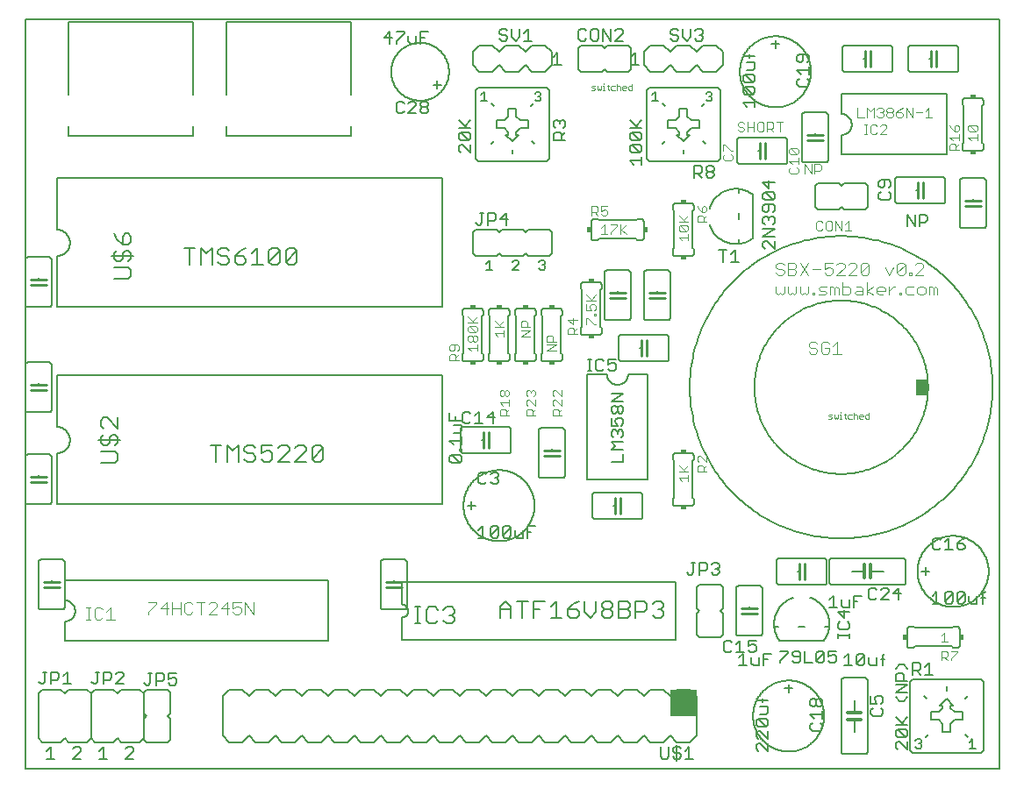
<source format=gto>
G04 EAGLE Gerber RS-274X export*
G75*
%MOMM*%
%FSLAX34Y34*%
%LPD*%
%INSilkscreen Top*%
%IPPOS*%
%AMOC8*
5,1,8,0,0,1.08239X$1,22.5*%
G01*
%ADD10C,0.101600*%
%ADD11C,0.050800*%
%ADD12C,0.152400*%
%ADD13C,0.254000*%
%ADD14C,0.127000*%
%ADD15R,0.508000X0.381000*%
%ADD16C,0.203200*%
%ADD17C,0.304800*%
%ADD18R,0.381000X0.508000*%
%ADD19R,2.540000X2.540000*%
%ADD20R,1.175000X1.600000*%
%ADD21C,0.177800*%


D10*
X732204Y499203D02*
X730255Y501152D01*
X726357Y501152D01*
X724408Y499203D01*
X724408Y497254D01*
X726357Y495305D01*
X730255Y495305D01*
X732204Y493356D01*
X732204Y491407D01*
X730255Y489458D01*
X726357Y489458D01*
X724408Y491407D01*
X736102Y489458D02*
X736102Y501152D01*
X741949Y501152D01*
X743898Y499203D01*
X743898Y497254D01*
X741949Y495305D01*
X743898Y493356D01*
X743898Y491407D01*
X741949Y489458D01*
X736102Y489458D01*
X736102Y495305D02*
X741949Y495305D01*
X747796Y501152D02*
X755592Y489458D01*
X747796Y489458D02*
X755592Y501152D01*
X759490Y495305D02*
X767286Y495305D01*
X771184Y501152D02*
X778980Y501152D01*
X771184Y501152D02*
X771184Y495305D01*
X775082Y497254D01*
X777031Y497254D01*
X778980Y495305D01*
X778980Y491407D01*
X777031Y489458D01*
X773133Y489458D01*
X771184Y491407D01*
X782878Y489458D02*
X790674Y489458D01*
X782878Y489458D02*
X790674Y497254D01*
X790674Y499203D01*
X788725Y501152D01*
X784827Y501152D01*
X782878Y499203D01*
X794572Y489458D02*
X802368Y489458D01*
X794572Y489458D02*
X802368Y497254D01*
X802368Y499203D01*
X800419Y501152D01*
X796521Y501152D01*
X794572Y499203D01*
X806266Y499203D02*
X806266Y491407D01*
X806266Y499203D02*
X808215Y501152D01*
X812113Y501152D01*
X814062Y499203D01*
X814062Y491407D01*
X812113Y489458D01*
X808215Y489458D01*
X806266Y491407D01*
X814062Y499203D01*
X829654Y497254D02*
X833552Y489458D01*
X837450Y497254D01*
X841348Y499203D02*
X841348Y491407D01*
X841348Y499203D02*
X843297Y501152D01*
X847195Y501152D01*
X849144Y499203D01*
X849144Y491407D01*
X847195Y489458D01*
X843297Y489458D01*
X841348Y491407D01*
X849144Y499203D01*
X853042Y491407D02*
X853042Y489458D01*
X853042Y491407D02*
X854991Y491407D01*
X854991Y489458D01*
X853042Y489458D01*
X858889Y489458D02*
X866685Y489458D01*
X858889Y489458D02*
X866685Y497254D01*
X866685Y499203D01*
X864736Y501152D01*
X860838Y501152D01*
X858889Y499203D01*
X724408Y478204D02*
X724408Y472357D01*
X726357Y470408D01*
X728306Y472357D01*
X730255Y470408D01*
X732204Y472357D01*
X732204Y478204D01*
X736102Y478204D02*
X736102Y472357D01*
X738051Y470408D01*
X740000Y472357D01*
X741949Y470408D01*
X743898Y472357D01*
X743898Y478204D01*
X747796Y478204D02*
X747796Y472357D01*
X749745Y470408D01*
X751694Y472357D01*
X753643Y470408D01*
X755592Y472357D01*
X755592Y478204D01*
X759490Y472357D02*
X759490Y470408D01*
X759490Y472357D02*
X761439Y472357D01*
X761439Y470408D01*
X759490Y470408D01*
X765337Y470408D02*
X771184Y470408D01*
X773133Y472357D01*
X771184Y474306D01*
X767286Y474306D01*
X765337Y476255D01*
X767286Y478204D01*
X773133Y478204D01*
X777031Y478204D02*
X777031Y470408D01*
X777031Y478204D02*
X778980Y478204D01*
X780929Y476255D01*
X780929Y470408D01*
X780929Y476255D02*
X782878Y478204D01*
X784827Y476255D01*
X784827Y470408D01*
X788725Y470408D02*
X788725Y482102D01*
X788725Y470408D02*
X794572Y470408D01*
X796521Y472357D01*
X796521Y476255D01*
X794572Y478204D01*
X788725Y478204D01*
X802368Y478204D02*
X806266Y478204D01*
X808215Y476255D01*
X808215Y470408D01*
X802368Y470408D01*
X800419Y472357D01*
X802368Y474306D01*
X808215Y474306D01*
X812113Y470408D02*
X812113Y482102D01*
X812113Y474306D02*
X817960Y470408D01*
X812113Y474306D02*
X817960Y478204D01*
X823807Y470408D02*
X827705Y470408D01*
X823807Y470408D02*
X821858Y472357D01*
X821858Y476255D01*
X823807Y478204D01*
X827705Y478204D01*
X829654Y476255D01*
X829654Y474306D01*
X821858Y474306D01*
X833552Y470408D02*
X833552Y478204D01*
X833552Y474306D02*
X837450Y478204D01*
X839399Y478204D01*
X843297Y472357D02*
X843297Y470408D01*
X843297Y472357D02*
X845246Y472357D01*
X845246Y470408D01*
X843297Y470408D01*
X851093Y478204D02*
X856940Y478204D01*
X851093Y478204D02*
X849144Y476255D01*
X849144Y472357D01*
X851093Y470408D01*
X856940Y470408D01*
X862787Y470408D02*
X866685Y470408D01*
X868634Y472357D01*
X868634Y476255D01*
X866685Y478204D01*
X862787Y478204D01*
X860838Y476255D01*
X860838Y472357D01*
X862787Y470408D01*
X872532Y470408D02*
X872532Y478204D01*
X874481Y478204D01*
X876430Y476255D01*
X876430Y470408D01*
X876430Y476255D02*
X878379Y478204D01*
X880328Y476255D01*
X880328Y470408D01*
D11*
X549150Y668274D02*
X546354Y668274D01*
X549150Y668274D02*
X550083Y669206D01*
X549150Y670138D01*
X547286Y670138D01*
X546354Y671070D01*
X547286Y672003D01*
X550083Y672003D01*
X551967Y672003D02*
X551967Y669206D01*
X552899Y668274D01*
X553831Y669206D01*
X554763Y668274D01*
X555696Y669206D01*
X555696Y672003D01*
X557580Y672003D02*
X558512Y672003D01*
X558512Y668274D01*
X557580Y668274D02*
X559444Y668274D01*
X558512Y673867D02*
X558512Y674799D01*
X562254Y672935D02*
X562254Y669206D01*
X563187Y668274D01*
X563187Y672003D02*
X561322Y672003D01*
X565996Y672003D02*
X568793Y672003D01*
X565996Y672003D02*
X565064Y671070D01*
X565064Y669206D01*
X565996Y668274D01*
X568793Y668274D01*
X570677Y668274D02*
X570677Y673867D01*
X571610Y672003D02*
X570677Y671070D01*
X571610Y672003D02*
X573474Y672003D01*
X574406Y671070D01*
X574406Y668274D01*
X577223Y668274D02*
X579087Y668274D01*
X577223Y668274D02*
X576291Y669206D01*
X576291Y671070D01*
X577223Y672003D01*
X579087Y672003D01*
X580019Y671070D01*
X580019Y670138D01*
X576291Y670138D01*
X585632Y668274D02*
X585632Y673867D01*
X585632Y668274D02*
X582836Y668274D01*
X581904Y669206D01*
X581904Y671070D01*
X582836Y672003D01*
X585632Y672003D01*
X774954Y350774D02*
X777750Y350774D01*
X778683Y351706D01*
X777750Y352638D01*
X775886Y352638D01*
X774954Y353570D01*
X775886Y354503D01*
X778683Y354503D01*
X780567Y354503D02*
X780567Y351706D01*
X781499Y350774D01*
X782431Y351706D01*
X783363Y350774D01*
X784296Y351706D01*
X784296Y354503D01*
X786180Y354503D02*
X787112Y354503D01*
X787112Y350774D01*
X786180Y350774D02*
X788044Y350774D01*
X787112Y356367D02*
X787112Y357299D01*
X790854Y355435D02*
X790854Y351706D01*
X791787Y350774D01*
X791787Y354503D02*
X789922Y354503D01*
X794596Y354503D02*
X797393Y354503D01*
X794596Y354503D02*
X793664Y353570D01*
X793664Y351706D01*
X794596Y350774D01*
X797393Y350774D01*
X799277Y350774D02*
X799277Y356367D01*
X800210Y354503D02*
X799277Y353570D01*
X800210Y354503D02*
X802074Y354503D01*
X803006Y353570D01*
X803006Y350774D01*
X805823Y350774D02*
X807687Y350774D01*
X805823Y350774D02*
X804891Y351706D01*
X804891Y353570D01*
X805823Y354503D01*
X807687Y354503D01*
X808619Y353570D01*
X808619Y352638D01*
X804891Y352638D01*
X814232Y350774D02*
X814232Y356367D01*
X814232Y350774D02*
X811436Y350774D01*
X810504Y351706D01*
X810504Y353570D01*
X811436Y354503D01*
X814232Y354503D01*
D12*
X368300Y212090D02*
X368300Y168910D01*
X342900Y168910D02*
X342900Y212090D01*
X345440Y166370D02*
X365760Y166370D01*
X365760Y214630D02*
X345440Y214630D01*
X368300Y168910D02*
X368298Y168810D01*
X368292Y168711D01*
X368282Y168611D01*
X368269Y168513D01*
X368251Y168414D01*
X368230Y168317D01*
X368205Y168221D01*
X368176Y168125D01*
X368143Y168031D01*
X368107Y167938D01*
X368067Y167847D01*
X368023Y167757D01*
X367976Y167669D01*
X367926Y167583D01*
X367872Y167499D01*
X367815Y167417D01*
X367755Y167338D01*
X367691Y167260D01*
X367625Y167186D01*
X367556Y167114D01*
X367484Y167045D01*
X367410Y166979D01*
X367332Y166915D01*
X367253Y166855D01*
X367171Y166798D01*
X367087Y166744D01*
X367001Y166694D01*
X366913Y166647D01*
X366823Y166603D01*
X366732Y166563D01*
X366639Y166527D01*
X366545Y166494D01*
X366449Y166465D01*
X366353Y166440D01*
X366256Y166419D01*
X366157Y166401D01*
X366059Y166388D01*
X365959Y166378D01*
X365860Y166372D01*
X365760Y166370D01*
X368300Y212090D02*
X368298Y212190D01*
X368292Y212289D01*
X368282Y212389D01*
X368269Y212487D01*
X368251Y212586D01*
X368230Y212683D01*
X368205Y212779D01*
X368176Y212875D01*
X368143Y212969D01*
X368107Y213062D01*
X368067Y213153D01*
X368023Y213243D01*
X367976Y213331D01*
X367926Y213417D01*
X367872Y213501D01*
X367815Y213583D01*
X367755Y213662D01*
X367691Y213740D01*
X367625Y213814D01*
X367556Y213886D01*
X367484Y213955D01*
X367410Y214021D01*
X367332Y214085D01*
X367253Y214145D01*
X367171Y214202D01*
X367087Y214256D01*
X367001Y214306D01*
X366913Y214353D01*
X366823Y214397D01*
X366732Y214437D01*
X366639Y214473D01*
X366545Y214506D01*
X366449Y214535D01*
X366353Y214560D01*
X366256Y214581D01*
X366157Y214599D01*
X366059Y214612D01*
X365959Y214622D01*
X365860Y214628D01*
X365760Y214630D01*
X342900Y168910D02*
X342902Y168810D01*
X342908Y168711D01*
X342918Y168611D01*
X342931Y168513D01*
X342949Y168414D01*
X342970Y168317D01*
X342995Y168221D01*
X343024Y168125D01*
X343057Y168031D01*
X343093Y167938D01*
X343133Y167847D01*
X343177Y167757D01*
X343224Y167669D01*
X343274Y167583D01*
X343328Y167499D01*
X343385Y167417D01*
X343445Y167338D01*
X343509Y167260D01*
X343575Y167186D01*
X343644Y167114D01*
X343716Y167045D01*
X343790Y166979D01*
X343868Y166915D01*
X343947Y166855D01*
X344029Y166798D01*
X344113Y166744D01*
X344199Y166694D01*
X344287Y166647D01*
X344377Y166603D01*
X344468Y166563D01*
X344561Y166527D01*
X344655Y166494D01*
X344751Y166465D01*
X344847Y166440D01*
X344944Y166419D01*
X345043Y166401D01*
X345141Y166388D01*
X345241Y166378D01*
X345340Y166372D01*
X345440Y166370D01*
X342900Y212090D02*
X342902Y212190D01*
X342908Y212289D01*
X342918Y212389D01*
X342931Y212487D01*
X342949Y212586D01*
X342970Y212683D01*
X342995Y212779D01*
X343024Y212875D01*
X343057Y212969D01*
X343093Y213062D01*
X343133Y213153D01*
X343177Y213243D01*
X343224Y213331D01*
X343274Y213417D01*
X343328Y213501D01*
X343385Y213583D01*
X343445Y213662D01*
X343509Y213740D01*
X343575Y213814D01*
X343644Y213886D01*
X343716Y213955D01*
X343790Y214021D01*
X343868Y214085D01*
X343947Y214145D01*
X344029Y214202D01*
X344113Y214256D01*
X344199Y214306D01*
X344287Y214353D01*
X344377Y214397D01*
X344468Y214437D01*
X344561Y214473D01*
X344655Y214506D01*
X344751Y214535D01*
X344847Y214560D01*
X344944Y214581D01*
X345043Y214599D01*
X345141Y214612D01*
X345241Y214622D01*
X345340Y214628D01*
X345440Y214630D01*
X355600Y187960D02*
X355600Y186690D01*
D13*
X355600Y187960D02*
X363220Y187960D01*
X355600Y187960D02*
X347980Y187960D01*
X355600Y193040D02*
X363220Y193040D01*
X355600Y193040D02*
X347980Y193040D01*
D12*
X355600Y193040D02*
X355600Y194310D01*
X426720Y266700D02*
X434340Y266700D01*
X430530Y262890D02*
X430530Y270510D01*
X422910Y266700D02*
X422920Y267542D01*
X422951Y268383D01*
X423003Y269223D01*
X423075Y270061D01*
X423168Y270897D01*
X423281Y271731D01*
X423415Y272562D01*
X423569Y273390D01*
X423743Y274213D01*
X423938Y275032D01*
X424152Y275846D01*
X424387Y276654D01*
X424641Y277456D01*
X424914Y278252D01*
X425208Y279041D01*
X425520Y279822D01*
X425852Y280596D01*
X426202Y281361D01*
X426571Y282117D01*
X426959Y282864D01*
X427365Y283601D01*
X427788Y284329D01*
X428230Y285045D01*
X428689Y285751D01*
X429165Y286444D01*
X429658Y287127D01*
X430168Y287796D01*
X430693Y288453D01*
X431235Y289097D01*
X431793Y289728D01*
X432366Y290344D01*
X432953Y290947D01*
X433556Y291534D01*
X434172Y292107D01*
X434803Y292665D01*
X435447Y293207D01*
X436104Y293732D01*
X436773Y294242D01*
X437456Y294735D01*
X438149Y295211D01*
X438855Y295670D01*
X439571Y296112D01*
X440299Y296535D01*
X441036Y296941D01*
X441783Y297329D01*
X442539Y297698D01*
X443304Y298048D01*
X444078Y298380D01*
X444859Y298692D01*
X445648Y298986D01*
X446444Y299259D01*
X447246Y299513D01*
X448054Y299748D01*
X448868Y299962D01*
X449687Y300157D01*
X450510Y300331D01*
X451338Y300485D01*
X452169Y300619D01*
X453003Y300732D01*
X453839Y300825D01*
X454677Y300897D01*
X455517Y300949D01*
X456358Y300980D01*
X457200Y300990D01*
X458042Y300980D01*
X458883Y300949D01*
X459723Y300897D01*
X460561Y300825D01*
X461397Y300732D01*
X462231Y300619D01*
X463062Y300485D01*
X463890Y300331D01*
X464713Y300157D01*
X465532Y299962D01*
X466346Y299748D01*
X467154Y299513D01*
X467956Y299259D01*
X468752Y298986D01*
X469541Y298692D01*
X470322Y298380D01*
X471096Y298048D01*
X471861Y297698D01*
X472617Y297329D01*
X473364Y296941D01*
X474101Y296535D01*
X474829Y296112D01*
X475545Y295670D01*
X476251Y295211D01*
X476944Y294735D01*
X477627Y294242D01*
X478296Y293732D01*
X478953Y293207D01*
X479597Y292665D01*
X480228Y292107D01*
X480844Y291534D01*
X481447Y290947D01*
X482034Y290344D01*
X482607Y289728D01*
X483165Y289097D01*
X483707Y288453D01*
X484232Y287796D01*
X484742Y287127D01*
X485235Y286444D01*
X485711Y285751D01*
X486170Y285045D01*
X486612Y284329D01*
X487035Y283601D01*
X487441Y282864D01*
X487829Y282117D01*
X488198Y281361D01*
X488548Y280596D01*
X488880Y279822D01*
X489192Y279041D01*
X489486Y278252D01*
X489759Y277456D01*
X490013Y276654D01*
X490248Y275846D01*
X490462Y275032D01*
X490657Y274213D01*
X490831Y273390D01*
X490985Y272562D01*
X491119Y271731D01*
X491232Y270897D01*
X491325Y270061D01*
X491397Y269223D01*
X491449Y268383D01*
X491480Y267542D01*
X491490Y266700D01*
X491480Y265858D01*
X491449Y265017D01*
X491397Y264177D01*
X491325Y263339D01*
X491232Y262503D01*
X491119Y261669D01*
X490985Y260838D01*
X490831Y260010D01*
X490657Y259187D01*
X490462Y258368D01*
X490248Y257554D01*
X490013Y256746D01*
X489759Y255944D01*
X489486Y255148D01*
X489192Y254359D01*
X488880Y253578D01*
X488548Y252804D01*
X488198Y252039D01*
X487829Y251283D01*
X487441Y250536D01*
X487035Y249799D01*
X486612Y249071D01*
X486170Y248355D01*
X485711Y247649D01*
X485235Y246956D01*
X484742Y246273D01*
X484232Y245604D01*
X483707Y244947D01*
X483165Y244303D01*
X482607Y243672D01*
X482034Y243056D01*
X481447Y242453D01*
X480844Y241866D01*
X480228Y241293D01*
X479597Y240735D01*
X478953Y240193D01*
X478296Y239668D01*
X477627Y239158D01*
X476944Y238665D01*
X476251Y238189D01*
X475545Y237730D01*
X474829Y237288D01*
X474101Y236865D01*
X473364Y236459D01*
X472617Y236071D01*
X471861Y235702D01*
X471096Y235352D01*
X470322Y235020D01*
X469541Y234708D01*
X468752Y234414D01*
X467956Y234141D01*
X467154Y233887D01*
X466346Y233652D01*
X465532Y233438D01*
X464713Y233243D01*
X463890Y233069D01*
X463062Y232915D01*
X462231Y232781D01*
X461397Y232668D01*
X460561Y232575D01*
X459723Y232503D01*
X458883Y232451D01*
X458042Y232420D01*
X457200Y232410D01*
X456358Y232420D01*
X455517Y232451D01*
X454677Y232503D01*
X453839Y232575D01*
X453003Y232668D01*
X452169Y232781D01*
X451338Y232915D01*
X450510Y233069D01*
X449687Y233243D01*
X448868Y233438D01*
X448054Y233652D01*
X447246Y233887D01*
X446444Y234141D01*
X445648Y234414D01*
X444859Y234708D01*
X444078Y235020D01*
X443304Y235352D01*
X442539Y235702D01*
X441783Y236071D01*
X441036Y236459D01*
X440299Y236865D01*
X439571Y237288D01*
X438855Y237730D01*
X438149Y238189D01*
X437456Y238665D01*
X436773Y239158D01*
X436104Y239668D01*
X435447Y240193D01*
X434803Y240735D01*
X434172Y241293D01*
X433556Y241866D01*
X432953Y242453D01*
X432366Y243056D01*
X431793Y243672D01*
X431235Y244303D01*
X430693Y244947D01*
X430168Y245604D01*
X429658Y246273D01*
X429165Y246956D01*
X428689Y247649D01*
X428230Y248355D01*
X427788Y249071D01*
X427365Y249799D01*
X426959Y250536D01*
X426571Y251283D01*
X426202Y252039D01*
X425852Y252804D01*
X425520Y253578D01*
X425208Y254359D01*
X424914Y255148D01*
X424641Y255944D01*
X424387Y256746D01*
X424152Y257554D01*
X423938Y258368D01*
X423743Y259187D01*
X423569Y260010D01*
X423415Y260838D01*
X423281Y261669D01*
X423168Y262503D01*
X423075Y263339D01*
X423003Y264177D01*
X422951Y265017D01*
X422920Y265858D01*
X422910Y266700D01*
D14*
X445142Y297188D02*
X443235Y299095D01*
X439422Y299095D01*
X437515Y297188D01*
X437515Y289562D01*
X439422Y287655D01*
X443235Y287655D01*
X445142Y289562D01*
X449209Y297188D02*
X451116Y299095D01*
X454929Y299095D01*
X456835Y297188D01*
X456835Y295282D01*
X454929Y293375D01*
X453022Y293375D01*
X454929Y293375D02*
X456835Y291468D01*
X456835Y289562D01*
X454929Y287655D01*
X451116Y287655D01*
X449209Y289562D01*
X441328Y247025D02*
X437515Y243212D01*
X441328Y247025D02*
X441328Y235585D01*
X437515Y235585D02*
X445142Y235585D01*
X449209Y237492D02*
X449209Y245118D01*
X451116Y247025D01*
X454929Y247025D01*
X456835Y245118D01*
X456835Y237492D01*
X454929Y235585D01*
X451116Y235585D01*
X449209Y237492D01*
X456835Y245118D01*
X460903Y245118D02*
X460903Y237492D01*
X460903Y245118D02*
X462810Y247025D01*
X466623Y247025D01*
X468529Y245118D01*
X468529Y237492D01*
X466623Y235585D01*
X462810Y235585D01*
X460903Y237492D01*
X468529Y245118D01*
X472597Y243212D02*
X472597Y237492D01*
X474504Y235585D01*
X480223Y235585D01*
X480223Y243212D01*
X484291Y247025D02*
X484291Y235585D01*
X484291Y247025D02*
X491917Y247025D01*
X488104Y241305D02*
X484291Y241305D01*
D12*
X502920Y599440D02*
X436880Y599440D01*
X436880Y670560D02*
X502920Y670560D01*
X434340Y601980D02*
X436880Y599440D01*
X434340Y668020D02*
X436880Y670560D01*
X434340Y668020D02*
X434340Y601980D01*
X502920Y670560D02*
X505460Y668020D01*
X505460Y601980D02*
X502920Y599440D01*
X505460Y601980D02*
X505460Y668020D01*
X462280Y638810D02*
X454660Y638810D01*
X454660Y631190D01*
X462280Y631190D01*
X466090Y627380D01*
X466090Y624840D01*
X463550Y624840D01*
X469900Y618490D01*
X476250Y624840D01*
X473710Y624840D01*
X473710Y627380D01*
X477520Y631190D01*
X485140Y631190D01*
X485140Y638810D01*
X477520Y638810D01*
X473710Y642620D01*
X473710Y650240D01*
X466090Y650240D01*
X466090Y642620D01*
X462280Y638810D01*
X487680Y652780D02*
X490220Y655320D01*
X452120Y652780D02*
X449580Y655320D01*
X452120Y618490D02*
X449580Y615950D01*
X469900Y610362D02*
X469900Y606552D01*
X488950Y618490D02*
X491490Y615950D01*
D14*
X491894Y664682D02*
X493334Y666122D01*
X496215Y666122D01*
X497656Y664682D01*
X497656Y663241D01*
X496215Y661801D01*
X494775Y661801D01*
X496215Y661801D02*
X497656Y660360D01*
X497656Y658920D01*
X496215Y657479D01*
X493334Y657479D01*
X491894Y658920D01*
X442705Y666122D02*
X439824Y663241D01*
X442705Y666122D02*
X442705Y657479D01*
X439824Y657479D02*
X445586Y657479D01*
X509895Y619867D02*
X521335Y619867D01*
X509895Y619867D02*
X509895Y625587D01*
X511802Y627494D01*
X515615Y627494D01*
X517522Y625587D01*
X517522Y619867D01*
X517522Y623680D02*
X521335Y627494D01*
X511802Y631561D02*
X509895Y633468D01*
X509895Y637281D01*
X511802Y639188D01*
X513709Y639188D01*
X515615Y637281D01*
X515615Y635374D01*
X515615Y637281D02*
X517522Y639188D01*
X519428Y639188D01*
X521335Y637281D01*
X521335Y633468D01*
X519428Y631561D01*
X429895Y615546D02*
X429895Y607919D01*
X422269Y615546D01*
X420362Y615546D01*
X418455Y613639D01*
X418455Y609826D01*
X420362Y607919D01*
X420362Y619613D02*
X427988Y619613D01*
X420362Y619613D02*
X418455Y621520D01*
X418455Y625333D01*
X420362Y627240D01*
X427988Y627240D01*
X429895Y625333D01*
X429895Y621520D01*
X427988Y619613D01*
X420362Y627240D01*
X418455Y631307D02*
X429895Y631307D01*
X426082Y631307D02*
X418455Y638933D01*
X424175Y633214D02*
X429895Y638933D01*
D12*
X689610Y596900D02*
X732790Y596900D01*
X732790Y622300D02*
X689610Y622300D01*
X687070Y619760D02*
X687070Y599440D01*
X735330Y599440D02*
X735330Y619760D01*
X689610Y596900D02*
X689510Y596902D01*
X689411Y596908D01*
X689311Y596918D01*
X689213Y596931D01*
X689114Y596949D01*
X689017Y596970D01*
X688921Y596995D01*
X688825Y597024D01*
X688731Y597057D01*
X688638Y597093D01*
X688547Y597133D01*
X688457Y597177D01*
X688369Y597224D01*
X688283Y597274D01*
X688199Y597328D01*
X688117Y597385D01*
X688038Y597445D01*
X687960Y597509D01*
X687886Y597575D01*
X687814Y597644D01*
X687745Y597716D01*
X687679Y597790D01*
X687615Y597868D01*
X687555Y597947D01*
X687498Y598029D01*
X687444Y598113D01*
X687394Y598199D01*
X687347Y598287D01*
X687303Y598377D01*
X687263Y598468D01*
X687227Y598561D01*
X687194Y598655D01*
X687165Y598751D01*
X687140Y598847D01*
X687119Y598944D01*
X687101Y599043D01*
X687088Y599141D01*
X687078Y599241D01*
X687072Y599340D01*
X687070Y599440D01*
X732790Y596900D02*
X732890Y596902D01*
X732989Y596908D01*
X733089Y596918D01*
X733187Y596931D01*
X733286Y596949D01*
X733383Y596970D01*
X733479Y596995D01*
X733575Y597024D01*
X733669Y597057D01*
X733762Y597093D01*
X733853Y597133D01*
X733943Y597177D01*
X734031Y597224D01*
X734117Y597274D01*
X734201Y597328D01*
X734283Y597385D01*
X734362Y597445D01*
X734440Y597509D01*
X734514Y597575D01*
X734586Y597644D01*
X734655Y597716D01*
X734721Y597790D01*
X734785Y597868D01*
X734845Y597947D01*
X734902Y598029D01*
X734956Y598113D01*
X735006Y598199D01*
X735053Y598287D01*
X735097Y598377D01*
X735137Y598468D01*
X735173Y598561D01*
X735206Y598655D01*
X735235Y598751D01*
X735260Y598847D01*
X735281Y598944D01*
X735299Y599043D01*
X735312Y599141D01*
X735322Y599241D01*
X735328Y599340D01*
X735330Y599440D01*
X689610Y622300D02*
X689510Y622298D01*
X689411Y622292D01*
X689311Y622282D01*
X689213Y622269D01*
X689114Y622251D01*
X689017Y622230D01*
X688921Y622205D01*
X688825Y622176D01*
X688731Y622143D01*
X688638Y622107D01*
X688547Y622067D01*
X688457Y622023D01*
X688369Y621976D01*
X688283Y621926D01*
X688199Y621872D01*
X688117Y621815D01*
X688038Y621755D01*
X687960Y621691D01*
X687886Y621625D01*
X687814Y621556D01*
X687745Y621484D01*
X687679Y621410D01*
X687615Y621332D01*
X687555Y621253D01*
X687498Y621171D01*
X687444Y621087D01*
X687394Y621001D01*
X687347Y620913D01*
X687303Y620823D01*
X687263Y620732D01*
X687227Y620639D01*
X687194Y620545D01*
X687165Y620449D01*
X687140Y620353D01*
X687119Y620256D01*
X687101Y620157D01*
X687088Y620059D01*
X687078Y619959D01*
X687072Y619860D01*
X687070Y619760D01*
X732790Y622300D02*
X732890Y622298D01*
X732989Y622292D01*
X733089Y622282D01*
X733187Y622269D01*
X733286Y622251D01*
X733383Y622230D01*
X733479Y622205D01*
X733575Y622176D01*
X733669Y622143D01*
X733762Y622107D01*
X733853Y622067D01*
X733943Y622023D01*
X734031Y621976D01*
X734117Y621926D01*
X734201Y621872D01*
X734283Y621815D01*
X734362Y621755D01*
X734440Y621691D01*
X734514Y621625D01*
X734586Y621556D01*
X734655Y621484D01*
X734721Y621410D01*
X734785Y621332D01*
X734845Y621253D01*
X734902Y621171D01*
X734956Y621087D01*
X735006Y621001D01*
X735053Y620913D01*
X735097Y620823D01*
X735137Y620732D01*
X735173Y620639D01*
X735206Y620545D01*
X735235Y620449D01*
X735260Y620353D01*
X735281Y620256D01*
X735299Y620157D01*
X735312Y620059D01*
X735322Y619959D01*
X735328Y619860D01*
X735330Y619760D01*
X708660Y609600D02*
X707390Y609600D01*
D13*
X708660Y609600D02*
X708660Y601980D01*
X708660Y609600D02*
X708660Y617220D01*
X713740Y609600D02*
X713740Y601980D01*
X713740Y609600D02*
X713740Y617220D01*
D12*
X713740Y609600D02*
X715010Y609600D01*
D10*
X675126Y606049D02*
X673600Y604524D01*
X673600Y601473D01*
X675126Y599948D01*
X681227Y599948D01*
X682752Y601473D01*
X682752Y604524D01*
X681227Y606049D01*
X673600Y609303D02*
X673600Y615404D01*
X675126Y615404D01*
X681227Y609303D01*
X682752Y609303D01*
X693893Y635515D02*
X692368Y637040D01*
X689317Y637040D01*
X687792Y635515D01*
X687792Y633989D01*
X689317Y632464D01*
X692368Y632464D01*
X693893Y630939D01*
X693893Y629413D01*
X692368Y627888D01*
X689317Y627888D01*
X687792Y629413D01*
X697147Y627888D02*
X697147Y637040D01*
X697147Y632464D02*
X703248Y632464D01*
X703248Y637040D02*
X703248Y627888D01*
X708028Y637040D02*
X711078Y637040D01*
X708028Y637040D02*
X706502Y635515D01*
X706502Y629413D01*
X708028Y627888D01*
X711078Y627888D01*
X712604Y629413D01*
X712604Y635515D01*
X711078Y637040D01*
X715858Y637040D02*
X715858Y627888D01*
X715858Y637040D02*
X720434Y637040D01*
X721959Y635515D01*
X721959Y632464D01*
X720434Y630939D01*
X715858Y630939D01*
X718908Y630939D02*
X721959Y627888D01*
X728263Y627888D02*
X728263Y637040D01*
X725213Y637040D02*
X731314Y637040D01*
D12*
X787400Y664210D02*
X889000Y664210D01*
X889000Y605790D02*
X787400Y605790D01*
X889000Y605790D02*
X889000Y664210D01*
X787400Y664210D02*
X787400Y645160D01*
X787400Y624840D02*
X787400Y605790D01*
X787400Y624840D02*
X787647Y624843D01*
X787895Y624852D01*
X788142Y624867D01*
X788388Y624888D01*
X788634Y624915D01*
X788879Y624948D01*
X789124Y624987D01*
X789367Y625032D01*
X789609Y625083D01*
X789850Y625140D01*
X790089Y625202D01*
X790327Y625271D01*
X790563Y625345D01*
X790797Y625425D01*
X791029Y625510D01*
X791259Y625602D01*
X791487Y625698D01*
X791712Y625801D01*
X791935Y625908D01*
X792155Y626022D01*
X792372Y626140D01*
X792587Y626264D01*
X792798Y626393D01*
X793006Y626527D01*
X793211Y626666D01*
X793412Y626810D01*
X793610Y626958D01*
X793804Y627112D01*
X793994Y627270D01*
X794180Y627433D01*
X794362Y627600D01*
X794540Y627772D01*
X794714Y627948D01*
X794884Y628128D01*
X795049Y628313D01*
X795209Y628501D01*
X795365Y628693D01*
X795517Y628889D01*
X795663Y629088D01*
X795805Y629291D01*
X795941Y629498D01*
X796073Y629707D01*
X796199Y629920D01*
X796320Y630136D01*
X796436Y630354D01*
X796546Y630576D01*
X796651Y630800D01*
X796751Y631026D01*
X796845Y631255D01*
X796933Y631486D01*
X797016Y631720D01*
X797093Y631955D01*
X797164Y632192D01*
X797230Y632430D01*
X797289Y632670D01*
X797343Y632912D01*
X797391Y633155D01*
X797433Y633398D01*
X797469Y633643D01*
X797499Y633889D01*
X797523Y634135D01*
X797541Y634382D01*
X797553Y634629D01*
X797559Y634876D01*
X797559Y635124D01*
X797553Y635371D01*
X797541Y635618D01*
X797523Y635865D01*
X797499Y636111D01*
X797469Y636357D01*
X797433Y636602D01*
X797391Y636845D01*
X797343Y637088D01*
X797289Y637330D01*
X797230Y637570D01*
X797164Y637808D01*
X797093Y638045D01*
X797016Y638280D01*
X796933Y638514D01*
X796845Y638745D01*
X796751Y638974D01*
X796651Y639200D01*
X796546Y639424D01*
X796436Y639646D01*
X796320Y639864D01*
X796199Y640080D01*
X796073Y640293D01*
X795941Y640502D01*
X795805Y640709D01*
X795663Y640912D01*
X795517Y641111D01*
X795365Y641307D01*
X795209Y641499D01*
X795049Y641687D01*
X794884Y641872D01*
X794714Y642052D01*
X794540Y642228D01*
X794362Y642400D01*
X794180Y642567D01*
X793994Y642730D01*
X793804Y642888D01*
X793610Y643042D01*
X793412Y643190D01*
X793211Y643334D01*
X793006Y643473D01*
X792798Y643607D01*
X792587Y643736D01*
X792372Y643860D01*
X792155Y643978D01*
X791935Y644092D01*
X791712Y644199D01*
X791487Y644302D01*
X791259Y644398D01*
X791029Y644490D01*
X790797Y644575D01*
X790563Y644655D01*
X790327Y644729D01*
X790089Y644798D01*
X789850Y644860D01*
X789609Y644917D01*
X789367Y644968D01*
X789124Y645013D01*
X788879Y645052D01*
X788634Y645085D01*
X788388Y645112D01*
X788142Y645133D01*
X787895Y645148D01*
X787647Y645157D01*
X787400Y645160D01*
D10*
X809498Y625348D02*
X812549Y625348D01*
X811023Y625348D02*
X811023Y634500D01*
X809498Y634500D02*
X812549Y634500D01*
X820311Y634500D02*
X821836Y632975D01*
X820311Y634500D02*
X817260Y634500D01*
X815735Y632975D01*
X815735Y626873D01*
X817260Y625348D01*
X820311Y625348D01*
X821836Y626873D01*
X825090Y625348D02*
X831191Y625348D01*
X825090Y625348D02*
X831191Y631449D01*
X831191Y632975D01*
X829666Y634500D01*
X826615Y634500D01*
X825090Y632975D01*
X803148Y641858D02*
X803148Y651010D01*
X803148Y641858D02*
X809249Y641858D01*
X812503Y641858D02*
X812503Y651010D01*
X815554Y647959D01*
X818604Y651010D01*
X818604Y641858D01*
X821858Y649485D02*
X823384Y651010D01*
X826434Y651010D01*
X827960Y649485D01*
X827960Y647959D01*
X826434Y646434D01*
X824909Y646434D01*
X826434Y646434D02*
X827960Y644909D01*
X827960Y643383D01*
X826434Y641858D01*
X823384Y641858D01*
X821858Y643383D01*
X831214Y649485D02*
X832739Y651010D01*
X835789Y651010D01*
X837315Y649485D01*
X837315Y647959D01*
X835789Y646434D01*
X837315Y644909D01*
X837315Y643383D01*
X835789Y641858D01*
X832739Y641858D01*
X831214Y643383D01*
X831214Y644909D01*
X832739Y646434D01*
X831214Y647959D01*
X831214Y649485D01*
X832739Y646434D02*
X835789Y646434D01*
X843619Y649485D02*
X846670Y651010D01*
X843619Y649485D02*
X840569Y646434D01*
X840569Y643383D01*
X842094Y641858D01*
X845145Y641858D01*
X846670Y643383D01*
X846670Y644909D01*
X845145Y646434D01*
X840569Y646434D01*
X849924Y641858D02*
X849924Y651010D01*
X856025Y641858D01*
X856025Y651010D01*
X859279Y646434D02*
X865380Y646434D01*
X868634Y647959D02*
X871685Y651010D01*
X871685Y641858D01*
X868634Y641858D02*
X874736Y641858D01*
D12*
X834390Y685800D02*
X791210Y685800D01*
X791210Y711200D02*
X834390Y711200D01*
X788670Y708660D02*
X788670Y688340D01*
X836930Y688340D02*
X836930Y708660D01*
X791210Y685800D02*
X791110Y685802D01*
X791011Y685808D01*
X790911Y685818D01*
X790813Y685831D01*
X790714Y685849D01*
X790617Y685870D01*
X790521Y685895D01*
X790425Y685924D01*
X790331Y685957D01*
X790238Y685993D01*
X790147Y686033D01*
X790057Y686077D01*
X789969Y686124D01*
X789883Y686174D01*
X789799Y686228D01*
X789717Y686285D01*
X789638Y686345D01*
X789560Y686409D01*
X789486Y686475D01*
X789414Y686544D01*
X789345Y686616D01*
X789279Y686690D01*
X789215Y686768D01*
X789155Y686847D01*
X789098Y686929D01*
X789044Y687013D01*
X788994Y687099D01*
X788947Y687187D01*
X788903Y687277D01*
X788863Y687368D01*
X788827Y687461D01*
X788794Y687555D01*
X788765Y687651D01*
X788740Y687747D01*
X788719Y687844D01*
X788701Y687943D01*
X788688Y688041D01*
X788678Y688141D01*
X788672Y688240D01*
X788670Y688340D01*
X834390Y685800D02*
X834490Y685802D01*
X834589Y685808D01*
X834689Y685818D01*
X834787Y685831D01*
X834886Y685849D01*
X834983Y685870D01*
X835079Y685895D01*
X835175Y685924D01*
X835269Y685957D01*
X835362Y685993D01*
X835453Y686033D01*
X835543Y686077D01*
X835631Y686124D01*
X835717Y686174D01*
X835801Y686228D01*
X835883Y686285D01*
X835962Y686345D01*
X836040Y686409D01*
X836114Y686475D01*
X836186Y686544D01*
X836255Y686616D01*
X836321Y686690D01*
X836385Y686768D01*
X836445Y686847D01*
X836502Y686929D01*
X836556Y687013D01*
X836606Y687099D01*
X836653Y687187D01*
X836697Y687277D01*
X836737Y687368D01*
X836773Y687461D01*
X836806Y687555D01*
X836835Y687651D01*
X836860Y687747D01*
X836881Y687844D01*
X836899Y687943D01*
X836912Y688041D01*
X836922Y688141D01*
X836928Y688240D01*
X836930Y688340D01*
X791210Y711200D02*
X791110Y711198D01*
X791011Y711192D01*
X790911Y711182D01*
X790813Y711169D01*
X790714Y711151D01*
X790617Y711130D01*
X790521Y711105D01*
X790425Y711076D01*
X790331Y711043D01*
X790238Y711007D01*
X790147Y710967D01*
X790057Y710923D01*
X789969Y710876D01*
X789883Y710826D01*
X789799Y710772D01*
X789717Y710715D01*
X789638Y710655D01*
X789560Y710591D01*
X789486Y710525D01*
X789414Y710456D01*
X789345Y710384D01*
X789279Y710310D01*
X789215Y710232D01*
X789155Y710153D01*
X789098Y710071D01*
X789044Y709987D01*
X788994Y709901D01*
X788947Y709813D01*
X788903Y709723D01*
X788863Y709632D01*
X788827Y709539D01*
X788794Y709445D01*
X788765Y709349D01*
X788740Y709253D01*
X788719Y709156D01*
X788701Y709057D01*
X788688Y708959D01*
X788678Y708859D01*
X788672Y708760D01*
X788670Y708660D01*
X834390Y711200D02*
X834490Y711198D01*
X834589Y711192D01*
X834689Y711182D01*
X834787Y711169D01*
X834886Y711151D01*
X834983Y711130D01*
X835079Y711105D01*
X835175Y711076D01*
X835269Y711043D01*
X835362Y711007D01*
X835453Y710967D01*
X835543Y710923D01*
X835631Y710876D01*
X835717Y710826D01*
X835801Y710772D01*
X835883Y710715D01*
X835962Y710655D01*
X836040Y710591D01*
X836114Y710525D01*
X836186Y710456D01*
X836255Y710384D01*
X836321Y710310D01*
X836385Y710232D01*
X836445Y710153D01*
X836502Y710071D01*
X836556Y709987D01*
X836606Y709901D01*
X836653Y709813D01*
X836697Y709723D01*
X836737Y709632D01*
X836773Y709539D01*
X836806Y709445D01*
X836835Y709349D01*
X836860Y709253D01*
X836881Y709156D01*
X836899Y709057D01*
X836912Y708959D01*
X836922Y708859D01*
X836928Y708760D01*
X836930Y708660D01*
X810260Y698500D02*
X808990Y698500D01*
D13*
X810260Y698500D02*
X810260Y690880D01*
X810260Y698500D02*
X810260Y706120D01*
X815340Y698500D02*
X815340Y690880D01*
X815340Y698500D02*
X815340Y706120D01*
D12*
X815340Y698500D02*
X816610Y698500D01*
X774700Y643890D02*
X774700Y600710D01*
X749300Y600710D02*
X749300Y643890D01*
X751840Y598170D02*
X772160Y598170D01*
X772160Y646430D02*
X751840Y646430D01*
X774700Y600710D02*
X774698Y600610D01*
X774692Y600511D01*
X774682Y600411D01*
X774669Y600313D01*
X774651Y600214D01*
X774630Y600117D01*
X774605Y600021D01*
X774576Y599925D01*
X774543Y599831D01*
X774507Y599738D01*
X774467Y599647D01*
X774423Y599557D01*
X774376Y599469D01*
X774326Y599383D01*
X774272Y599299D01*
X774215Y599217D01*
X774155Y599138D01*
X774091Y599060D01*
X774025Y598986D01*
X773956Y598914D01*
X773884Y598845D01*
X773810Y598779D01*
X773732Y598715D01*
X773653Y598655D01*
X773571Y598598D01*
X773487Y598544D01*
X773401Y598494D01*
X773313Y598447D01*
X773223Y598403D01*
X773132Y598363D01*
X773039Y598327D01*
X772945Y598294D01*
X772849Y598265D01*
X772753Y598240D01*
X772656Y598219D01*
X772557Y598201D01*
X772459Y598188D01*
X772359Y598178D01*
X772260Y598172D01*
X772160Y598170D01*
X774700Y643890D02*
X774698Y643990D01*
X774692Y644089D01*
X774682Y644189D01*
X774669Y644287D01*
X774651Y644386D01*
X774630Y644483D01*
X774605Y644579D01*
X774576Y644675D01*
X774543Y644769D01*
X774507Y644862D01*
X774467Y644953D01*
X774423Y645043D01*
X774376Y645131D01*
X774326Y645217D01*
X774272Y645301D01*
X774215Y645383D01*
X774155Y645462D01*
X774091Y645540D01*
X774025Y645614D01*
X773956Y645686D01*
X773884Y645755D01*
X773810Y645821D01*
X773732Y645885D01*
X773653Y645945D01*
X773571Y646002D01*
X773487Y646056D01*
X773401Y646106D01*
X773313Y646153D01*
X773223Y646197D01*
X773132Y646237D01*
X773039Y646273D01*
X772945Y646306D01*
X772849Y646335D01*
X772753Y646360D01*
X772656Y646381D01*
X772557Y646399D01*
X772459Y646412D01*
X772359Y646422D01*
X772260Y646428D01*
X772160Y646430D01*
X749300Y600710D02*
X749302Y600610D01*
X749308Y600511D01*
X749318Y600411D01*
X749331Y600313D01*
X749349Y600214D01*
X749370Y600117D01*
X749395Y600021D01*
X749424Y599925D01*
X749457Y599831D01*
X749493Y599738D01*
X749533Y599647D01*
X749577Y599557D01*
X749624Y599469D01*
X749674Y599383D01*
X749728Y599299D01*
X749785Y599217D01*
X749845Y599138D01*
X749909Y599060D01*
X749975Y598986D01*
X750044Y598914D01*
X750116Y598845D01*
X750190Y598779D01*
X750268Y598715D01*
X750347Y598655D01*
X750429Y598598D01*
X750513Y598544D01*
X750599Y598494D01*
X750687Y598447D01*
X750777Y598403D01*
X750868Y598363D01*
X750961Y598327D01*
X751055Y598294D01*
X751151Y598265D01*
X751247Y598240D01*
X751344Y598219D01*
X751443Y598201D01*
X751541Y598188D01*
X751641Y598178D01*
X751740Y598172D01*
X751840Y598170D01*
X749300Y643890D02*
X749302Y643990D01*
X749308Y644089D01*
X749318Y644189D01*
X749331Y644287D01*
X749349Y644386D01*
X749370Y644483D01*
X749395Y644579D01*
X749424Y644675D01*
X749457Y644769D01*
X749493Y644862D01*
X749533Y644953D01*
X749577Y645043D01*
X749624Y645131D01*
X749674Y645217D01*
X749728Y645301D01*
X749785Y645383D01*
X749845Y645462D01*
X749909Y645540D01*
X749975Y645614D01*
X750044Y645686D01*
X750116Y645755D01*
X750190Y645821D01*
X750268Y645885D01*
X750347Y645945D01*
X750429Y646002D01*
X750513Y646056D01*
X750599Y646106D01*
X750687Y646153D01*
X750777Y646197D01*
X750868Y646237D01*
X750961Y646273D01*
X751055Y646306D01*
X751151Y646335D01*
X751247Y646360D01*
X751344Y646381D01*
X751443Y646399D01*
X751541Y646412D01*
X751641Y646422D01*
X751740Y646428D01*
X751840Y646430D01*
X762000Y619760D02*
X762000Y618490D01*
D13*
X762000Y619760D02*
X769620Y619760D01*
X762000Y619760D02*
X754380Y619760D01*
X762000Y624840D02*
X769620Y624840D01*
X762000Y624840D02*
X754380Y624840D01*
D12*
X762000Y624840D02*
X762000Y626110D01*
D10*
X738626Y593349D02*
X737100Y591824D01*
X737100Y588773D01*
X738626Y587248D01*
X744727Y587248D01*
X746252Y588773D01*
X746252Y591824D01*
X744727Y593349D01*
X740151Y596603D02*
X737100Y599654D01*
X746252Y599654D01*
X746252Y602704D02*
X746252Y596603D01*
X744727Y605958D02*
X738626Y605958D01*
X737100Y607484D01*
X737100Y610534D01*
X738626Y612060D01*
X744727Y612060D01*
X746252Y610534D01*
X746252Y607484D01*
X744727Y605958D01*
X738626Y612060D01*
X752348Y596400D02*
X752348Y587248D01*
X758449Y587248D02*
X752348Y596400D01*
X758449Y596400D02*
X758449Y587248D01*
X761703Y587248D02*
X761703Y596400D01*
X766279Y596400D01*
X767804Y594875D01*
X767804Y591824D01*
X766279Y590299D01*
X761703Y590299D01*
D12*
X854710Y711200D02*
X897890Y711200D01*
X897890Y685800D02*
X854710Y685800D01*
X900430Y688340D02*
X900430Y708660D01*
X852170Y708660D02*
X852170Y688340D01*
X897890Y711200D02*
X897990Y711198D01*
X898089Y711192D01*
X898189Y711182D01*
X898287Y711169D01*
X898386Y711151D01*
X898483Y711130D01*
X898579Y711105D01*
X898675Y711076D01*
X898769Y711043D01*
X898862Y711007D01*
X898953Y710967D01*
X899043Y710923D01*
X899131Y710876D01*
X899217Y710826D01*
X899301Y710772D01*
X899383Y710715D01*
X899462Y710655D01*
X899540Y710591D01*
X899614Y710525D01*
X899686Y710456D01*
X899755Y710384D01*
X899821Y710310D01*
X899885Y710232D01*
X899945Y710153D01*
X900002Y710071D01*
X900056Y709987D01*
X900106Y709901D01*
X900153Y709813D01*
X900197Y709723D01*
X900237Y709632D01*
X900273Y709539D01*
X900306Y709445D01*
X900335Y709349D01*
X900360Y709253D01*
X900381Y709156D01*
X900399Y709057D01*
X900412Y708959D01*
X900422Y708859D01*
X900428Y708760D01*
X900430Y708660D01*
X854710Y711200D02*
X854610Y711198D01*
X854511Y711192D01*
X854411Y711182D01*
X854313Y711169D01*
X854214Y711151D01*
X854117Y711130D01*
X854021Y711105D01*
X853925Y711076D01*
X853831Y711043D01*
X853738Y711007D01*
X853647Y710967D01*
X853557Y710923D01*
X853469Y710876D01*
X853383Y710826D01*
X853299Y710772D01*
X853217Y710715D01*
X853138Y710655D01*
X853060Y710591D01*
X852986Y710525D01*
X852914Y710456D01*
X852845Y710384D01*
X852779Y710310D01*
X852715Y710232D01*
X852655Y710153D01*
X852598Y710071D01*
X852544Y709987D01*
X852494Y709901D01*
X852447Y709813D01*
X852403Y709723D01*
X852363Y709632D01*
X852327Y709539D01*
X852294Y709445D01*
X852265Y709349D01*
X852240Y709253D01*
X852219Y709156D01*
X852201Y709057D01*
X852188Y708959D01*
X852178Y708859D01*
X852172Y708760D01*
X852170Y708660D01*
X897890Y685800D02*
X897990Y685802D01*
X898089Y685808D01*
X898189Y685818D01*
X898287Y685831D01*
X898386Y685849D01*
X898483Y685870D01*
X898579Y685895D01*
X898675Y685924D01*
X898769Y685957D01*
X898862Y685993D01*
X898953Y686033D01*
X899043Y686077D01*
X899131Y686124D01*
X899217Y686174D01*
X899301Y686228D01*
X899383Y686285D01*
X899462Y686345D01*
X899540Y686409D01*
X899614Y686475D01*
X899686Y686544D01*
X899755Y686616D01*
X899821Y686690D01*
X899885Y686768D01*
X899945Y686847D01*
X900002Y686929D01*
X900056Y687013D01*
X900106Y687099D01*
X900153Y687187D01*
X900197Y687277D01*
X900237Y687368D01*
X900273Y687461D01*
X900306Y687555D01*
X900335Y687651D01*
X900360Y687747D01*
X900381Y687844D01*
X900399Y687943D01*
X900412Y688041D01*
X900422Y688141D01*
X900428Y688240D01*
X900430Y688340D01*
X854710Y685800D02*
X854610Y685802D01*
X854511Y685808D01*
X854411Y685818D01*
X854313Y685831D01*
X854214Y685849D01*
X854117Y685870D01*
X854021Y685895D01*
X853925Y685924D01*
X853831Y685957D01*
X853738Y685993D01*
X853647Y686033D01*
X853557Y686077D01*
X853469Y686124D01*
X853383Y686174D01*
X853299Y686228D01*
X853217Y686285D01*
X853138Y686345D01*
X853060Y686409D01*
X852986Y686475D01*
X852914Y686544D01*
X852845Y686616D01*
X852779Y686690D01*
X852715Y686768D01*
X852655Y686847D01*
X852598Y686929D01*
X852544Y687013D01*
X852494Y687099D01*
X852447Y687187D01*
X852403Y687277D01*
X852363Y687368D01*
X852327Y687461D01*
X852294Y687555D01*
X852265Y687651D01*
X852240Y687747D01*
X852219Y687844D01*
X852201Y687943D01*
X852188Y688041D01*
X852178Y688141D01*
X852172Y688240D01*
X852170Y688340D01*
X878840Y698500D02*
X880110Y698500D01*
D13*
X878840Y698500D02*
X878840Y706120D01*
X878840Y698500D02*
X878840Y690880D01*
X873760Y698500D02*
X873760Y706120D01*
X873760Y698500D02*
X873760Y690880D01*
D12*
X873760Y698500D02*
X872490Y698500D01*
X904240Y612140D02*
X904242Y612040D01*
X904248Y611941D01*
X904258Y611841D01*
X904271Y611743D01*
X904289Y611644D01*
X904310Y611547D01*
X904335Y611451D01*
X904364Y611355D01*
X904397Y611261D01*
X904433Y611168D01*
X904473Y611077D01*
X904517Y610987D01*
X904564Y610899D01*
X904614Y610813D01*
X904668Y610729D01*
X904725Y610647D01*
X904785Y610568D01*
X904849Y610490D01*
X904915Y610416D01*
X904984Y610344D01*
X905056Y610275D01*
X905130Y610209D01*
X905208Y610145D01*
X905287Y610085D01*
X905369Y610028D01*
X905453Y609974D01*
X905539Y609924D01*
X905627Y609877D01*
X905717Y609833D01*
X905808Y609793D01*
X905901Y609757D01*
X905995Y609724D01*
X906091Y609695D01*
X906187Y609670D01*
X906284Y609649D01*
X906383Y609631D01*
X906481Y609618D01*
X906581Y609608D01*
X906680Y609602D01*
X906780Y609600D01*
X922020Y609600D02*
X922120Y609602D01*
X922219Y609608D01*
X922319Y609618D01*
X922417Y609631D01*
X922516Y609649D01*
X922613Y609670D01*
X922709Y609695D01*
X922805Y609724D01*
X922899Y609757D01*
X922992Y609793D01*
X923083Y609833D01*
X923173Y609877D01*
X923261Y609924D01*
X923347Y609974D01*
X923431Y610028D01*
X923513Y610085D01*
X923592Y610145D01*
X923670Y610209D01*
X923744Y610275D01*
X923816Y610344D01*
X923885Y610416D01*
X923951Y610490D01*
X924015Y610568D01*
X924075Y610647D01*
X924132Y610729D01*
X924186Y610813D01*
X924236Y610899D01*
X924283Y610987D01*
X924327Y611077D01*
X924367Y611168D01*
X924403Y611261D01*
X924436Y611355D01*
X924465Y611451D01*
X924490Y611547D01*
X924511Y611644D01*
X924529Y611743D01*
X924542Y611841D01*
X924552Y611941D01*
X924558Y612040D01*
X924560Y612140D01*
X924560Y657860D02*
X924558Y657960D01*
X924552Y658059D01*
X924542Y658159D01*
X924529Y658257D01*
X924511Y658356D01*
X924490Y658453D01*
X924465Y658549D01*
X924436Y658645D01*
X924403Y658739D01*
X924367Y658832D01*
X924327Y658923D01*
X924283Y659013D01*
X924236Y659101D01*
X924186Y659187D01*
X924132Y659271D01*
X924075Y659353D01*
X924015Y659432D01*
X923951Y659510D01*
X923885Y659584D01*
X923816Y659656D01*
X923744Y659725D01*
X923670Y659791D01*
X923592Y659855D01*
X923513Y659915D01*
X923431Y659972D01*
X923347Y660026D01*
X923261Y660076D01*
X923173Y660123D01*
X923083Y660167D01*
X922992Y660207D01*
X922899Y660243D01*
X922805Y660276D01*
X922709Y660305D01*
X922613Y660330D01*
X922516Y660351D01*
X922417Y660369D01*
X922319Y660382D01*
X922219Y660392D01*
X922120Y660398D01*
X922020Y660400D01*
X906780Y660400D02*
X906680Y660398D01*
X906581Y660392D01*
X906481Y660382D01*
X906383Y660369D01*
X906284Y660351D01*
X906187Y660330D01*
X906091Y660305D01*
X905995Y660276D01*
X905901Y660243D01*
X905808Y660207D01*
X905717Y660167D01*
X905627Y660123D01*
X905539Y660076D01*
X905453Y660026D01*
X905369Y659972D01*
X905287Y659915D01*
X905208Y659855D01*
X905130Y659791D01*
X905056Y659725D01*
X904984Y659656D01*
X904915Y659584D01*
X904849Y659510D01*
X904785Y659432D01*
X904725Y659353D01*
X904668Y659271D01*
X904614Y659187D01*
X904564Y659101D01*
X904517Y659013D01*
X904473Y658923D01*
X904433Y658832D01*
X904397Y658739D01*
X904364Y658645D01*
X904335Y658549D01*
X904310Y658453D01*
X904289Y658356D01*
X904271Y658257D01*
X904258Y658159D01*
X904248Y658059D01*
X904242Y657960D01*
X904240Y657860D01*
X906780Y609600D02*
X922020Y609600D01*
X904240Y612140D02*
X904240Y615950D01*
X905510Y617220D01*
X924560Y615950D02*
X924560Y612140D01*
X924560Y615950D02*
X923290Y617220D01*
X905510Y652780D02*
X904240Y654050D01*
X905510Y652780D02*
X905510Y617220D01*
X923290Y652780D02*
X924560Y654050D01*
X923290Y652780D02*
X923290Y617220D01*
X904240Y654050D02*
X904240Y657860D01*
X924560Y657860D02*
X924560Y654050D01*
X922020Y660400D02*
X906780Y660400D01*
D15*
X914400Y662305D03*
X914400Y607695D03*
D10*
X900938Y610108D02*
X892040Y610108D01*
X892040Y614557D01*
X893523Y616040D01*
X896489Y616040D01*
X897972Y614557D01*
X897972Y610108D01*
X897972Y613074D02*
X900938Y616040D01*
X895006Y619229D02*
X892040Y622195D01*
X900938Y622195D01*
X900938Y619229D02*
X900938Y625161D01*
X893523Y631316D02*
X892040Y634282D01*
X893523Y631316D02*
X896489Y628351D01*
X899455Y628351D01*
X900938Y629834D01*
X900938Y632799D01*
X899455Y634282D01*
X897972Y634282D01*
X896489Y632799D01*
X896489Y628351D01*
X909820Y622218D02*
X912786Y619252D01*
X909820Y622218D02*
X918718Y622218D01*
X918718Y619252D02*
X918718Y625184D01*
X917235Y628373D02*
X911303Y628373D01*
X909820Y629856D01*
X909820Y632822D01*
X911303Y634305D01*
X917235Y634305D01*
X918718Y632822D01*
X918718Y629856D01*
X917235Y628373D01*
X911303Y634305D01*
D12*
X927100Y580390D02*
X927100Y537210D01*
X901700Y537210D02*
X901700Y580390D01*
X904240Y534670D02*
X924560Y534670D01*
X924560Y582930D02*
X904240Y582930D01*
X927100Y537210D02*
X927098Y537110D01*
X927092Y537011D01*
X927082Y536911D01*
X927069Y536813D01*
X927051Y536714D01*
X927030Y536617D01*
X927005Y536521D01*
X926976Y536425D01*
X926943Y536331D01*
X926907Y536238D01*
X926867Y536147D01*
X926823Y536057D01*
X926776Y535969D01*
X926726Y535883D01*
X926672Y535799D01*
X926615Y535717D01*
X926555Y535638D01*
X926491Y535560D01*
X926425Y535486D01*
X926356Y535414D01*
X926284Y535345D01*
X926210Y535279D01*
X926132Y535215D01*
X926053Y535155D01*
X925971Y535098D01*
X925887Y535044D01*
X925801Y534994D01*
X925713Y534947D01*
X925623Y534903D01*
X925532Y534863D01*
X925439Y534827D01*
X925345Y534794D01*
X925249Y534765D01*
X925153Y534740D01*
X925056Y534719D01*
X924957Y534701D01*
X924859Y534688D01*
X924759Y534678D01*
X924660Y534672D01*
X924560Y534670D01*
X927100Y580390D02*
X927098Y580490D01*
X927092Y580589D01*
X927082Y580689D01*
X927069Y580787D01*
X927051Y580886D01*
X927030Y580983D01*
X927005Y581079D01*
X926976Y581175D01*
X926943Y581269D01*
X926907Y581362D01*
X926867Y581453D01*
X926823Y581543D01*
X926776Y581631D01*
X926726Y581717D01*
X926672Y581801D01*
X926615Y581883D01*
X926555Y581962D01*
X926491Y582040D01*
X926425Y582114D01*
X926356Y582186D01*
X926284Y582255D01*
X926210Y582321D01*
X926132Y582385D01*
X926053Y582445D01*
X925971Y582502D01*
X925887Y582556D01*
X925801Y582606D01*
X925713Y582653D01*
X925623Y582697D01*
X925532Y582737D01*
X925439Y582773D01*
X925345Y582806D01*
X925249Y582835D01*
X925153Y582860D01*
X925056Y582881D01*
X924957Y582899D01*
X924859Y582912D01*
X924759Y582922D01*
X924660Y582928D01*
X924560Y582930D01*
X901700Y537210D02*
X901702Y537110D01*
X901708Y537011D01*
X901718Y536911D01*
X901731Y536813D01*
X901749Y536714D01*
X901770Y536617D01*
X901795Y536521D01*
X901824Y536425D01*
X901857Y536331D01*
X901893Y536238D01*
X901933Y536147D01*
X901977Y536057D01*
X902024Y535969D01*
X902074Y535883D01*
X902128Y535799D01*
X902185Y535717D01*
X902245Y535638D01*
X902309Y535560D01*
X902375Y535486D01*
X902444Y535414D01*
X902516Y535345D01*
X902590Y535279D01*
X902668Y535215D01*
X902747Y535155D01*
X902829Y535098D01*
X902913Y535044D01*
X902999Y534994D01*
X903087Y534947D01*
X903177Y534903D01*
X903268Y534863D01*
X903361Y534827D01*
X903455Y534794D01*
X903551Y534765D01*
X903647Y534740D01*
X903744Y534719D01*
X903843Y534701D01*
X903941Y534688D01*
X904041Y534678D01*
X904140Y534672D01*
X904240Y534670D01*
X901700Y580390D02*
X901702Y580490D01*
X901708Y580589D01*
X901718Y580689D01*
X901731Y580787D01*
X901749Y580886D01*
X901770Y580983D01*
X901795Y581079D01*
X901824Y581175D01*
X901857Y581269D01*
X901893Y581362D01*
X901933Y581453D01*
X901977Y581543D01*
X902024Y581631D01*
X902074Y581717D01*
X902128Y581801D01*
X902185Y581883D01*
X902245Y581962D01*
X902309Y582040D01*
X902375Y582114D01*
X902444Y582186D01*
X902516Y582255D01*
X902590Y582321D01*
X902668Y582385D01*
X902747Y582445D01*
X902829Y582502D01*
X902913Y582556D01*
X902999Y582606D01*
X903087Y582653D01*
X903177Y582697D01*
X903268Y582737D01*
X903361Y582773D01*
X903455Y582806D01*
X903551Y582835D01*
X903647Y582860D01*
X903744Y582881D01*
X903843Y582899D01*
X903941Y582912D01*
X904041Y582922D01*
X904140Y582928D01*
X904240Y582930D01*
X914400Y556260D02*
X914400Y554990D01*
D13*
X914400Y556260D02*
X922020Y556260D01*
X914400Y556260D02*
X906780Y556260D01*
X914400Y561340D02*
X922020Y561340D01*
X914400Y561340D02*
X906780Y561340D01*
D12*
X914400Y561340D02*
X914400Y562610D01*
X558800Y688340D02*
X556260Y685800D01*
X558800Y688340D02*
X561340Y685800D01*
X558800Y708660D02*
X556260Y711200D01*
X558800Y708660D02*
X561340Y711200D01*
X581660Y711200D01*
X584200Y708660D01*
X535940Y711200D02*
X533400Y708660D01*
X535940Y711200D02*
X556260Y711200D01*
X533400Y708660D02*
X533400Y688340D01*
X535940Y685800D01*
X556260Y685800D01*
X561340Y685800D02*
X581660Y685800D01*
X584200Y688340D01*
X584200Y708660D01*
D14*
X541662Y725178D02*
X539755Y727085D01*
X535942Y727085D01*
X534035Y725178D01*
X534035Y717552D01*
X535942Y715645D01*
X539755Y715645D01*
X541662Y717552D01*
X547636Y727085D02*
X551449Y727085D01*
X547636Y727085D02*
X545729Y725178D01*
X545729Y717552D01*
X547636Y715645D01*
X551449Y715645D01*
X553355Y717552D01*
X553355Y725178D01*
X551449Y727085D01*
X557423Y727085D02*
X557423Y715645D01*
X565049Y715645D02*
X557423Y727085D01*
X565049Y727085D02*
X565049Y715645D01*
X569117Y715645D02*
X576743Y715645D01*
X569117Y715645D02*
X576743Y723272D01*
X576743Y725178D01*
X574837Y727085D01*
X571024Y727085D01*
X569117Y725178D01*
D16*
X314000Y623500D02*
X194000Y623500D01*
X314000Y663500D02*
X314000Y733500D01*
X314000Y633500D02*
X314000Y623500D01*
X314000Y733500D02*
X194000Y733500D01*
X194000Y663500D01*
X194000Y633500D02*
X194000Y623500D01*
D12*
X736600Y93980D02*
X736600Y86360D01*
X732790Y90170D02*
X740410Y90170D01*
X702310Y63500D02*
X702320Y64342D01*
X702351Y65183D01*
X702403Y66023D01*
X702475Y66861D01*
X702568Y67697D01*
X702681Y68531D01*
X702815Y69362D01*
X702969Y70190D01*
X703143Y71013D01*
X703338Y71832D01*
X703552Y72646D01*
X703787Y73454D01*
X704041Y74256D01*
X704314Y75052D01*
X704608Y75841D01*
X704920Y76622D01*
X705252Y77396D01*
X705602Y78161D01*
X705971Y78917D01*
X706359Y79664D01*
X706765Y80401D01*
X707188Y81129D01*
X707630Y81845D01*
X708089Y82551D01*
X708565Y83244D01*
X709058Y83927D01*
X709568Y84596D01*
X710093Y85253D01*
X710635Y85897D01*
X711193Y86528D01*
X711766Y87144D01*
X712353Y87747D01*
X712956Y88334D01*
X713572Y88907D01*
X714203Y89465D01*
X714847Y90007D01*
X715504Y90532D01*
X716173Y91042D01*
X716856Y91535D01*
X717549Y92011D01*
X718255Y92470D01*
X718971Y92912D01*
X719699Y93335D01*
X720436Y93741D01*
X721183Y94129D01*
X721939Y94498D01*
X722704Y94848D01*
X723478Y95180D01*
X724259Y95492D01*
X725048Y95786D01*
X725844Y96059D01*
X726646Y96313D01*
X727454Y96548D01*
X728268Y96762D01*
X729087Y96957D01*
X729910Y97131D01*
X730738Y97285D01*
X731569Y97419D01*
X732403Y97532D01*
X733239Y97625D01*
X734077Y97697D01*
X734917Y97749D01*
X735758Y97780D01*
X736600Y97790D01*
X737442Y97780D01*
X738283Y97749D01*
X739123Y97697D01*
X739961Y97625D01*
X740797Y97532D01*
X741631Y97419D01*
X742462Y97285D01*
X743290Y97131D01*
X744113Y96957D01*
X744932Y96762D01*
X745746Y96548D01*
X746554Y96313D01*
X747356Y96059D01*
X748152Y95786D01*
X748941Y95492D01*
X749722Y95180D01*
X750496Y94848D01*
X751261Y94498D01*
X752017Y94129D01*
X752764Y93741D01*
X753501Y93335D01*
X754229Y92912D01*
X754945Y92470D01*
X755651Y92011D01*
X756344Y91535D01*
X757027Y91042D01*
X757696Y90532D01*
X758353Y90007D01*
X758997Y89465D01*
X759628Y88907D01*
X760244Y88334D01*
X760847Y87747D01*
X761434Y87144D01*
X762007Y86528D01*
X762565Y85897D01*
X763107Y85253D01*
X763632Y84596D01*
X764142Y83927D01*
X764635Y83244D01*
X765111Y82551D01*
X765570Y81845D01*
X766012Y81129D01*
X766435Y80401D01*
X766841Y79664D01*
X767229Y78917D01*
X767598Y78161D01*
X767948Y77396D01*
X768280Y76622D01*
X768592Y75841D01*
X768886Y75052D01*
X769159Y74256D01*
X769413Y73454D01*
X769648Y72646D01*
X769862Y71832D01*
X770057Y71013D01*
X770231Y70190D01*
X770385Y69362D01*
X770519Y68531D01*
X770632Y67697D01*
X770725Y66861D01*
X770797Y66023D01*
X770849Y65183D01*
X770880Y64342D01*
X770890Y63500D01*
X770880Y62658D01*
X770849Y61817D01*
X770797Y60977D01*
X770725Y60139D01*
X770632Y59303D01*
X770519Y58469D01*
X770385Y57638D01*
X770231Y56810D01*
X770057Y55987D01*
X769862Y55168D01*
X769648Y54354D01*
X769413Y53546D01*
X769159Y52744D01*
X768886Y51948D01*
X768592Y51159D01*
X768280Y50378D01*
X767948Y49604D01*
X767598Y48839D01*
X767229Y48083D01*
X766841Y47336D01*
X766435Y46599D01*
X766012Y45871D01*
X765570Y45155D01*
X765111Y44449D01*
X764635Y43756D01*
X764142Y43073D01*
X763632Y42404D01*
X763107Y41747D01*
X762565Y41103D01*
X762007Y40472D01*
X761434Y39856D01*
X760847Y39253D01*
X760244Y38666D01*
X759628Y38093D01*
X758997Y37535D01*
X758353Y36993D01*
X757696Y36468D01*
X757027Y35958D01*
X756344Y35465D01*
X755651Y34989D01*
X754945Y34530D01*
X754229Y34088D01*
X753501Y33665D01*
X752764Y33259D01*
X752017Y32871D01*
X751261Y32502D01*
X750496Y32152D01*
X749722Y31820D01*
X748941Y31508D01*
X748152Y31214D01*
X747356Y30941D01*
X746554Y30687D01*
X745746Y30452D01*
X744932Y30238D01*
X744113Y30043D01*
X743290Y29869D01*
X742462Y29715D01*
X741631Y29581D01*
X740797Y29468D01*
X739961Y29375D01*
X739123Y29303D01*
X738283Y29251D01*
X737442Y29220D01*
X736600Y29210D01*
X735758Y29220D01*
X734917Y29251D01*
X734077Y29303D01*
X733239Y29375D01*
X732403Y29468D01*
X731569Y29581D01*
X730738Y29715D01*
X729910Y29869D01*
X729087Y30043D01*
X728268Y30238D01*
X727454Y30452D01*
X726646Y30687D01*
X725844Y30941D01*
X725048Y31214D01*
X724259Y31508D01*
X723478Y31820D01*
X722704Y32152D01*
X721939Y32502D01*
X721183Y32871D01*
X720436Y33259D01*
X719699Y33665D01*
X718971Y34088D01*
X718255Y34530D01*
X717549Y34989D01*
X716856Y35465D01*
X716173Y35958D01*
X715504Y36468D01*
X714847Y36993D01*
X714203Y37535D01*
X713572Y38093D01*
X712956Y38666D01*
X712353Y39253D01*
X711766Y39856D01*
X711193Y40472D01*
X710635Y41103D01*
X710093Y41747D01*
X709568Y42404D01*
X709058Y43073D01*
X708565Y43756D01*
X708089Y44449D01*
X707630Y45155D01*
X707188Y45871D01*
X706765Y46599D01*
X706359Y47336D01*
X705971Y48083D01*
X705602Y48839D01*
X705252Y49604D01*
X704920Y50378D01*
X704608Y51159D01*
X704314Y51948D01*
X704041Y52744D01*
X703787Y53546D01*
X703552Y54354D01*
X703338Y55168D01*
X703143Y55987D01*
X702969Y56810D01*
X702815Y57638D01*
X702681Y58469D01*
X702568Y59303D01*
X702475Y60139D01*
X702403Y60977D01*
X702351Y61817D01*
X702320Y62658D01*
X702310Y63500D01*
D14*
X757545Y55093D02*
X759452Y57000D01*
X757545Y55093D02*
X757545Y51280D01*
X759452Y49373D01*
X767078Y49373D01*
X768985Y51280D01*
X768985Y55093D01*
X767078Y57000D01*
X761359Y61067D02*
X757545Y64880D01*
X768985Y64880D01*
X768985Y61067D02*
X768985Y68694D01*
X759452Y72761D02*
X757545Y74668D01*
X757545Y78481D01*
X759452Y80387D01*
X761359Y80387D01*
X763265Y78481D01*
X765172Y80387D01*
X767078Y80387D01*
X768985Y78481D01*
X768985Y74668D01*
X767078Y72761D01*
X765172Y72761D01*
X763265Y74668D01*
X761359Y72761D01*
X759452Y72761D01*
X763265Y74668D02*
X763265Y78481D01*
X716915Y37510D02*
X716915Y29883D01*
X709289Y37510D01*
X707382Y37510D01*
X705475Y35603D01*
X705475Y31790D01*
X707382Y29883D01*
X716915Y41577D02*
X716915Y49204D01*
X709289Y49204D02*
X716915Y41577D01*
X709289Y49204D02*
X707382Y49204D01*
X705475Y47297D01*
X705475Y43484D01*
X707382Y41577D01*
X707382Y53271D02*
X715008Y53271D01*
X707382Y53271D02*
X705475Y55178D01*
X705475Y58991D01*
X707382Y60897D01*
X715008Y60897D01*
X716915Y58991D01*
X716915Y55178D01*
X715008Y53271D01*
X707382Y60897D01*
X709289Y64965D02*
X715008Y64965D01*
X716915Y66872D01*
X716915Y72591D01*
X709289Y72591D01*
X707382Y78566D02*
X716915Y78566D01*
X707382Y78566D02*
X705475Y80472D01*
X711195Y80472D02*
X711195Y76659D01*
D17*
X800100Y66548D02*
X806450Y66548D01*
X800100Y66548D02*
X793750Y66548D01*
D12*
X800100Y66548D02*
X800100Y78740D01*
D17*
X800100Y60198D02*
X806450Y60198D01*
X800100Y60198D02*
X793750Y60198D01*
D12*
X800100Y60198D02*
X800100Y48260D01*
X810260Y100330D02*
X789940Y100330D01*
X787400Y97790D02*
X787400Y29210D01*
X789940Y26670D02*
X810260Y26670D01*
X812800Y29210D02*
X812800Y97790D01*
X812800Y29210D02*
X812798Y29110D01*
X812792Y29011D01*
X812782Y28911D01*
X812769Y28813D01*
X812751Y28714D01*
X812730Y28617D01*
X812705Y28521D01*
X812676Y28425D01*
X812643Y28331D01*
X812607Y28238D01*
X812567Y28147D01*
X812523Y28057D01*
X812476Y27969D01*
X812426Y27883D01*
X812372Y27799D01*
X812315Y27717D01*
X812255Y27638D01*
X812191Y27560D01*
X812125Y27486D01*
X812056Y27414D01*
X811984Y27345D01*
X811910Y27279D01*
X811832Y27215D01*
X811753Y27155D01*
X811671Y27098D01*
X811587Y27044D01*
X811501Y26994D01*
X811413Y26947D01*
X811323Y26903D01*
X811232Y26863D01*
X811139Y26827D01*
X811045Y26794D01*
X810949Y26765D01*
X810853Y26740D01*
X810756Y26719D01*
X810657Y26701D01*
X810559Y26688D01*
X810459Y26678D01*
X810360Y26672D01*
X810260Y26670D01*
X789940Y26670D02*
X789840Y26672D01*
X789741Y26678D01*
X789641Y26688D01*
X789543Y26701D01*
X789444Y26719D01*
X789347Y26740D01*
X789251Y26765D01*
X789155Y26794D01*
X789061Y26827D01*
X788968Y26863D01*
X788877Y26903D01*
X788787Y26947D01*
X788699Y26994D01*
X788613Y27044D01*
X788529Y27098D01*
X788447Y27155D01*
X788368Y27215D01*
X788290Y27279D01*
X788216Y27345D01*
X788144Y27414D01*
X788075Y27486D01*
X788009Y27560D01*
X787945Y27638D01*
X787885Y27717D01*
X787828Y27799D01*
X787774Y27883D01*
X787724Y27969D01*
X787677Y28057D01*
X787633Y28147D01*
X787593Y28238D01*
X787557Y28331D01*
X787524Y28425D01*
X787495Y28521D01*
X787470Y28617D01*
X787449Y28714D01*
X787431Y28813D01*
X787418Y28911D01*
X787408Y29011D01*
X787402Y29110D01*
X787400Y29210D01*
X787400Y97790D02*
X787402Y97890D01*
X787408Y97989D01*
X787418Y98089D01*
X787431Y98187D01*
X787449Y98286D01*
X787470Y98383D01*
X787495Y98479D01*
X787524Y98575D01*
X787557Y98669D01*
X787593Y98762D01*
X787633Y98853D01*
X787677Y98943D01*
X787724Y99031D01*
X787774Y99117D01*
X787828Y99201D01*
X787885Y99283D01*
X787945Y99362D01*
X788009Y99440D01*
X788075Y99514D01*
X788144Y99586D01*
X788216Y99655D01*
X788290Y99721D01*
X788368Y99785D01*
X788447Y99845D01*
X788529Y99902D01*
X788613Y99956D01*
X788699Y100006D01*
X788787Y100053D01*
X788877Y100097D01*
X788968Y100137D01*
X789061Y100173D01*
X789155Y100206D01*
X789251Y100235D01*
X789347Y100260D01*
X789444Y100281D01*
X789543Y100299D01*
X789641Y100312D01*
X789741Y100322D01*
X789840Y100328D01*
X789940Y100330D01*
X810260Y100330D02*
X810360Y100328D01*
X810459Y100322D01*
X810559Y100312D01*
X810657Y100299D01*
X810756Y100281D01*
X810853Y100260D01*
X810949Y100235D01*
X811045Y100206D01*
X811139Y100173D01*
X811232Y100137D01*
X811323Y100097D01*
X811413Y100053D01*
X811501Y100006D01*
X811587Y99956D01*
X811671Y99902D01*
X811753Y99845D01*
X811832Y99785D01*
X811910Y99721D01*
X811984Y99655D01*
X812056Y99586D01*
X812125Y99514D01*
X812191Y99440D01*
X812255Y99362D01*
X812315Y99283D01*
X812372Y99201D01*
X812426Y99117D01*
X812476Y99031D01*
X812523Y98943D01*
X812567Y98853D01*
X812607Y98762D01*
X812643Y98669D01*
X812676Y98575D01*
X812705Y98479D01*
X812730Y98383D01*
X812751Y98286D01*
X812769Y98187D01*
X812782Y98089D01*
X812792Y97989D01*
X812798Y97890D01*
X812800Y97790D01*
D14*
X817872Y71234D02*
X815965Y69327D01*
X815965Y65514D01*
X817872Y63607D01*
X825498Y63607D01*
X827405Y65514D01*
X827405Y69327D01*
X825498Y71234D01*
X815965Y75301D02*
X815965Y82928D01*
X815965Y75301D02*
X821685Y75301D01*
X819779Y79114D01*
X819779Y81021D01*
X821685Y82928D01*
X825498Y82928D01*
X827405Y81021D01*
X827405Y77208D01*
X825498Y75301D01*
X790575Y120022D02*
X794388Y123835D01*
X794388Y112395D01*
X790575Y112395D02*
X798202Y112395D01*
X802269Y114302D02*
X802269Y121928D01*
X804176Y123835D01*
X807989Y123835D01*
X809895Y121928D01*
X809895Y114302D01*
X807989Y112395D01*
X804176Y112395D01*
X802269Y114302D01*
X809895Y121928D01*
X813963Y120022D02*
X813963Y114302D01*
X815870Y112395D01*
X821589Y112395D01*
X821589Y120022D01*
X827564Y121928D02*
X827564Y112395D01*
X827564Y121928D02*
X829470Y123835D01*
X829470Y118115D02*
X825657Y118115D01*
D16*
X161600Y623500D02*
X41600Y623500D01*
X161600Y663500D02*
X161600Y733500D01*
X161600Y633500D02*
X161600Y623500D01*
X161600Y733500D02*
X41600Y733500D01*
X41600Y663500D01*
X41600Y633500D02*
X41600Y623500D01*
D12*
X642620Y317500D02*
X642720Y317498D01*
X642819Y317492D01*
X642919Y317482D01*
X643017Y317469D01*
X643116Y317451D01*
X643213Y317430D01*
X643309Y317405D01*
X643405Y317376D01*
X643499Y317343D01*
X643592Y317307D01*
X643683Y317267D01*
X643773Y317223D01*
X643861Y317176D01*
X643947Y317126D01*
X644031Y317072D01*
X644113Y317015D01*
X644192Y316955D01*
X644270Y316891D01*
X644344Y316825D01*
X644416Y316756D01*
X644485Y316684D01*
X644551Y316610D01*
X644615Y316532D01*
X644675Y316453D01*
X644732Y316371D01*
X644786Y316287D01*
X644836Y316201D01*
X644883Y316113D01*
X644927Y316023D01*
X644967Y315932D01*
X645003Y315839D01*
X645036Y315745D01*
X645065Y315649D01*
X645090Y315553D01*
X645111Y315456D01*
X645129Y315357D01*
X645142Y315259D01*
X645152Y315159D01*
X645158Y315060D01*
X645160Y314960D01*
X627380Y317500D02*
X627280Y317498D01*
X627181Y317492D01*
X627081Y317482D01*
X626983Y317469D01*
X626884Y317451D01*
X626787Y317430D01*
X626691Y317405D01*
X626595Y317376D01*
X626501Y317343D01*
X626408Y317307D01*
X626317Y317267D01*
X626227Y317223D01*
X626139Y317176D01*
X626053Y317126D01*
X625969Y317072D01*
X625887Y317015D01*
X625808Y316955D01*
X625730Y316891D01*
X625656Y316825D01*
X625584Y316756D01*
X625515Y316684D01*
X625449Y316610D01*
X625385Y316532D01*
X625325Y316453D01*
X625268Y316371D01*
X625214Y316287D01*
X625164Y316201D01*
X625117Y316113D01*
X625073Y316023D01*
X625033Y315932D01*
X624997Y315839D01*
X624964Y315745D01*
X624935Y315649D01*
X624910Y315553D01*
X624889Y315456D01*
X624871Y315357D01*
X624858Y315259D01*
X624848Y315159D01*
X624842Y315060D01*
X624840Y314960D01*
X624840Y269240D02*
X624842Y269140D01*
X624848Y269041D01*
X624858Y268941D01*
X624871Y268843D01*
X624889Y268744D01*
X624910Y268647D01*
X624935Y268551D01*
X624964Y268455D01*
X624997Y268361D01*
X625033Y268268D01*
X625073Y268177D01*
X625117Y268087D01*
X625164Y267999D01*
X625214Y267913D01*
X625268Y267829D01*
X625325Y267747D01*
X625385Y267668D01*
X625449Y267590D01*
X625515Y267516D01*
X625584Y267444D01*
X625656Y267375D01*
X625730Y267309D01*
X625808Y267245D01*
X625887Y267185D01*
X625969Y267128D01*
X626053Y267074D01*
X626139Y267024D01*
X626227Y266977D01*
X626317Y266933D01*
X626408Y266893D01*
X626501Y266857D01*
X626595Y266824D01*
X626691Y266795D01*
X626787Y266770D01*
X626884Y266749D01*
X626983Y266731D01*
X627081Y266718D01*
X627181Y266708D01*
X627280Y266702D01*
X627380Y266700D01*
X642620Y266700D02*
X642720Y266702D01*
X642819Y266708D01*
X642919Y266718D01*
X643017Y266731D01*
X643116Y266749D01*
X643213Y266770D01*
X643309Y266795D01*
X643405Y266824D01*
X643499Y266857D01*
X643592Y266893D01*
X643683Y266933D01*
X643773Y266977D01*
X643861Y267024D01*
X643947Y267074D01*
X644031Y267128D01*
X644113Y267185D01*
X644192Y267245D01*
X644270Y267309D01*
X644344Y267375D01*
X644416Y267444D01*
X644485Y267516D01*
X644551Y267590D01*
X644615Y267668D01*
X644675Y267747D01*
X644732Y267829D01*
X644786Y267913D01*
X644836Y267999D01*
X644883Y268087D01*
X644927Y268177D01*
X644967Y268268D01*
X645003Y268361D01*
X645036Y268455D01*
X645065Y268551D01*
X645090Y268647D01*
X645111Y268744D01*
X645129Y268843D01*
X645142Y268941D01*
X645152Y269041D01*
X645158Y269140D01*
X645160Y269240D01*
X642620Y317500D02*
X627380Y317500D01*
X645160Y314960D02*
X645160Y311150D01*
X643890Y309880D01*
X624840Y311150D02*
X624840Y314960D01*
X624840Y311150D02*
X626110Y309880D01*
X643890Y274320D02*
X645160Y273050D01*
X643890Y274320D02*
X643890Y309880D01*
X626110Y274320D02*
X624840Y273050D01*
X626110Y274320D02*
X626110Y309880D01*
X645160Y273050D02*
X645160Y269240D01*
X624840Y269240D02*
X624840Y273050D01*
X627380Y266700D02*
X642620Y266700D01*
D15*
X635000Y264795D03*
X635000Y319405D03*
D10*
X648454Y299765D02*
X657352Y299765D01*
X648454Y299765D02*
X648454Y304214D01*
X649937Y305697D01*
X652903Y305697D01*
X654386Y304214D01*
X654386Y299765D01*
X654386Y302731D02*
X657352Y305697D01*
X657352Y308887D02*
X657352Y314818D01*
X657352Y308887D02*
X651420Y314818D01*
X649937Y314818D01*
X648454Y313335D01*
X648454Y310370D01*
X649937Y308887D01*
X633640Y290621D02*
X630674Y293587D01*
X639572Y293587D01*
X639572Y290621D02*
X639572Y296553D01*
X639572Y299743D02*
X630674Y299743D01*
X630674Y305674D02*
X636606Y299743D01*
X635123Y301226D02*
X639572Y305674D01*
D12*
X593090Y254000D02*
X549910Y254000D01*
X549910Y279400D02*
X593090Y279400D01*
X547370Y276860D02*
X547370Y256540D01*
X595630Y256540D02*
X595630Y276860D01*
X549910Y254000D02*
X549810Y254002D01*
X549711Y254008D01*
X549611Y254018D01*
X549513Y254031D01*
X549414Y254049D01*
X549317Y254070D01*
X549221Y254095D01*
X549125Y254124D01*
X549031Y254157D01*
X548938Y254193D01*
X548847Y254233D01*
X548757Y254277D01*
X548669Y254324D01*
X548583Y254374D01*
X548499Y254428D01*
X548417Y254485D01*
X548338Y254545D01*
X548260Y254609D01*
X548186Y254675D01*
X548114Y254744D01*
X548045Y254816D01*
X547979Y254890D01*
X547915Y254968D01*
X547855Y255047D01*
X547798Y255129D01*
X547744Y255213D01*
X547694Y255299D01*
X547647Y255387D01*
X547603Y255477D01*
X547563Y255568D01*
X547527Y255661D01*
X547494Y255755D01*
X547465Y255851D01*
X547440Y255947D01*
X547419Y256044D01*
X547401Y256143D01*
X547388Y256241D01*
X547378Y256341D01*
X547372Y256440D01*
X547370Y256540D01*
X593090Y254000D02*
X593190Y254002D01*
X593289Y254008D01*
X593389Y254018D01*
X593487Y254031D01*
X593586Y254049D01*
X593683Y254070D01*
X593779Y254095D01*
X593875Y254124D01*
X593969Y254157D01*
X594062Y254193D01*
X594153Y254233D01*
X594243Y254277D01*
X594331Y254324D01*
X594417Y254374D01*
X594501Y254428D01*
X594583Y254485D01*
X594662Y254545D01*
X594740Y254609D01*
X594814Y254675D01*
X594886Y254744D01*
X594955Y254816D01*
X595021Y254890D01*
X595085Y254968D01*
X595145Y255047D01*
X595202Y255129D01*
X595256Y255213D01*
X595306Y255299D01*
X595353Y255387D01*
X595397Y255477D01*
X595437Y255568D01*
X595473Y255661D01*
X595506Y255755D01*
X595535Y255851D01*
X595560Y255947D01*
X595581Y256044D01*
X595599Y256143D01*
X595612Y256241D01*
X595622Y256341D01*
X595628Y256440D01*
X595630Y256540D01*
X549910Y279400D02*
X549810Y279398D01*
X549711Y279392D01*
X549611Y279382D01*
X549513Y279369D01*
X549414Y279351D01*
X549317Y279330D01*
X549221Y279305D01*
X549125Y279276D01*
X549031Y279243D01*
X548938Y279207D01*
X548847Y279167D01*
X548757Y279123D01*
X548669Y279076D01*
X548583Y279026D01*
X548499Y278972D01*
X548417Y278915D01*
X548338Y278855D01*
X548260Y278791D01*
X548186Y278725D01*
X548114Y278656D01*
X548045Y278584D01*
X547979Y278510D01*
X547915Y278432D01*
X547855Y278353D01*
X547798Y278271D01*
X547744Y278187D01*
X547694Y278101D01*
X547647Y278013D01*
X547603Y277923D01*
X547563Y277832D01*
X547527Y277739D01*
X547494Y277645D01*
X547465Y277549D01*
X547440Y277453D01*
X547419Y277356D01*
X547401Y277257D01*
X547388Y277159D01*
X547378Y277059D01*
X547372Y276960D01*
X547370Y276860D01*
X593090Y279400D02*
X593190Y279398D01*
X593289Y279392D01*
X593389Y279382D01*
X593487Y279369D01*
X593586Y279351D01*
X593683Y279330D01*
X593779Y279305D01*
X593875Y279276D01*
X593969Y279243D01*
X594062Y279207D01*
X594153Y279167D01*
X594243Y279123D01*
X594331Y279076D01*
X594417Y279026D01*
X594501Y278972D01*
X594583Y278915D01*
X594662Y278855D01*
X594740Y278791D01*
X594814Y278725D01*
X594886Y278656D01*
X594955Y278584D01*
X595021Y278510D01*
X595085Y278432D01*
X595145Y278353D01*
X595202Y278271D01*
X595256Y278187D01*
X595306Y278101D01*
X595353Y278013D01*
X595397Y277923D01*
X595437Y277832D01*
X595473Y277739D01*
X595506Y277645D01*
X595535Y277549D01*
X595560Y277453D01*
X595581Y277356D01*
X595599Y277257D01*
X595612Y277159D01*
X595622Y277059D01*
X595628Y276960D01*
X595630Y276860D01*
X568960Y266700D02*
X567690Y266700D01*
D13*
X568960Y266700D02*
X568960Y259080D01*
X568960Y266700D02*
X568960Y274320D01*
X574040Y266700D02*
X574040Y259080D01*
X574040Y266700D02*
X574040Y274320D01*
D12*
X574040Y266700D02*
X575310Y266700D01*
X600710Y292100D02*
X600710Y393700D01*
X542290Y393700D02*
X542290Y292100D01*
X600710Y292100D01*
X600710Y393700D02*
X581660Y393700D01*
X561340Y393700D02*
X542290Y393700D01*
X561340Y393700D02*
X561343Y393453D01*
X561352Y393205D01*
X561367Y392958D01*
X561388Y392712D01*
X561415Y392466D01*
X561448Y392221D01*
X561487Y391976D01*
X561532Y391733D01*
X561583Y391491D01*
X561640Y391250D01*
X561702Y391011D01*
X561771Y390773D01*
X561845Y390537D01*
X561925Y390303D01*
X562010Y390071D01*
X562102Y389841D01*
X562198Y389613D01*
X562301Y389388D01*
X562408Y389165D01*
X562522Y388945D01*
X562640Y388728D01*
X562764Y388513D01*
X562893Y388302D01*
X563027Y388094D01*
X563166Y387889D01*
X563310Y387688D01*
X563458Y387490D01*
X563612Y387296D01*
X563770Y387106D01*
X563933Y386920D01*
X564100Y386738D01*
X564272Y386560D01*
X564448Y386386D01*
X564628Y386216D01*
X564813Y386051D01*
X565001Y385891D01*
X565193Y385735D01*
X565389Y385583D01*
X565588Y385437D01*
X565791Y385295D01*
X565998Y385159D01*
X566207Y385027D01*
X566420Y384901D01*
X566636Y384780D01*
X566854Y384664D01*
X567076Y384554D01*
X567300Y384449D01*
X567526Y384349D01*
X567755Y384255D01*
X567986Y384167D01*
X568220Y384084D01*
X568455Y384007D01*
X568692Y383936D01*
X568930Y383870D01*
X569170Y383811D01*
X569412Y383757D01*
X569655Y383709D01*
X569898Y383667D01*
X570143Y383631D01*
X570389Y383601D01*
X570635Y383577D01*
X570882Y383559D01*
X571129Y383547D01*
X571376Y383541D01*
X571624Y383541D01*
X571871Y383547D01*
X572118Y383559D01*
X572365Y383577D01*
X572611Y383601D01*
X572857Y383631D01*
X573102Y383667D01*
X573345Y383709D01*
X573588Y383757D01*
X573830Y383811D01*
X574070Y383870D01*
X574308Y383936D01*
X574545Y384007D01*
X574780Y384084D01*
X575014Y384167D01*
X575245Y384255D01*
X575474Y384349D01*
X575700Y384449D01*
X575924Y384554D01*
X576146Y384664D01*
X576364Y384780D01*
X576580Y384901D01*
X576793Y385027D01*
X577002Y385159D01*
X577209Y385295D01*
X577412Y385437D01*
X577611Y385583D01*
X577807Y385735D01*
X577999Y385891D01*
X578187Y386051D01*
X578372Y386216D01*
X578552Y386386D01*
X578728Y386560D01*
X578900Y386738D01*
X579067Y386920D01*
X579230Y387106D01*
X579388Y387296D01*
X579542Y387490D01*
X579690Y387688D01*
X579834Y387889D01*
X579973Y388094D01*
X580107Y388302D01*
X580236Y388513D01*
X580360Y388728D01*
X580478Y388945D01*
X580592Y389165D01*
X580699Y389388D01*
X580802Y389613D01*
X580898Y389841D01*
X580990Y390071D01*
X581075Y390303D01*
X581155Y390537D01*
X581229Y390773D01*
X581298Y391011D01*
X581360Y391250D01*
X581417Y391491D01*
X581468Y391733D01*
X581513Y391976D01*
X581552Y392221D01*
X581585Y392466D01*
X581612Y392712D01*
X581633Y392958D01*
X581648Y393205D01*
X581657Y393453D01*
X581660Y393700D01*
D14*
X546738Y396875D02*
X542925Y396875D01*
X544832Y396875D02*
X544832Y408315D01*
X546738Y408315D02*
X542925Y408315D01*
X556441Y408315D02*
X558347Y406408D01*
X556441Y408315D02*
X552628Y408315D01*
X550721Y406408D01*
X550721Y398782D01*
X552628Y396875D01*
X556441Y396875D01*
X558347Y398782D01*
X562415Y408315D02*
X570041Y408315D01*
X562415Y408315D02*
X562415Y402595D01*
X566228Y404502D01*
X568135Y404502D01*
X570041Y402595D01*
X570041Y398782D01*
X568135Y396875D01*
X564322Y396875D01*
X562415Y398782D01*
X565775Y308931D02*
X577215Y308931D01*
X577215Y316558D01*
X577215Y320625D02*
X565775Y320625D01*
X569589Y324438D01*
X565775Y328252D01*
X577215Y328252D01*
X567682Y332319D02*
X565775Y334226D01*
X565775Y338039D01*
X567682Y339945D01*
X569589Y339945D01*
X571495Y338039D01*
X571495Y336132D01*
X571495Y338039D02*
X573402Y339945D01*
X575308Y339945D01*
X577215Y338039D01*
X577215Y334226D01*
X575308Y332319D01*
X565775Y344013D02*
X565775Y351639D01*
X565775Y344013D02*
X571495Y344013D01*
X569589Y347826D01*
X569589Y349733D01*
X571495Y351639D01*
X575308Y351639D01*
X577215Y349733D01*
X577215Y345920D01*
X575308Y344013D01*
X567682Y355707D02*
X565775Y357614D01*
X565775Y361427D01*
X567682Y363333D01*
X569589Y363333D01*
X571495Y361427D01*
X573402Y363333D01*
X575308Y363333D01*
X577215Y361427D01*
X577215Y357614D01*
X575308Y355707D01*
X573402Y355707D01*
X571495Y357614D01*
X569589Y355707D01*
X567682Y355707D01*
X571495Y357614D02*
X571495Y361427D01*
X577215Y367401D02*
X565775Y367401D01*
X577215Y375027D01*
X565775Y375027D01*
D12*
X584200Y448310D02*
X584200Y491490D01*
X558800Y491490D02*
X558800Y448310D01*
X561340Y445770D02*
X581660Y445770D01*
X581660Y494030D02*
X561340Y494030D01*
X584200Y448310D02*
X584198Y448210D01*
X584192Y448111D01*
X584182Y448011D01*
X584169Y447913D01*
X584151Y447814D01*
X584130Y447717D01*
X584105Y447621D01*
X584076Y447525D01*
X584043Y447431D01*
X584007Y447338D01*
X583967Y447247D01*
X583923Y447157D01*
X583876Y447069D01*
X583826Y446983D01*
X583772Y446899D01*
X583715Y446817D01*
X583655Y446738D01*
X583591Y446660D01*
X583525Y446586D01*
X583456Y446514D01*
X583384Y446445D01*
X583310Y446379D01*
X583232Y446315D01*
X583153Y446255D01*
X583071Y446198D01*
X582987Y446144D01*
X582901Y446094D01*
X582813Y446047D01*
X582723Y446003D01*
X582632Y445963D01*
X582539Y445927D01*
X582445Y445894D01*
X582349Y445865D01*
X582253Y445840D01*
X582156Y445819D01*
X582057Y445801D01*
X581959Y445788D01*
X581859Y445778D01*
X581760Y445772D01*
X581660Y445770D01*
X584200Y491490D02*
X584198Y491590D01*
X584192Y491689D01*
X584182Y491789D01*
X584169Y491887D01*
X584151Y491986D01*
X584130Y492083D01*
X584105Y492179D01*
X584076Y492275D01*
X584043Y492369D01*
X584007Y492462D01*
X583967Y492553D01*
X583923Y492643D01*
X583876Y492731D01*
X583826Y492817D01*
X583772Y492901D01*
X583715Y492983D01*
X583655Y493062D01*
X583591Y493140D01*
X583525Y493214D01*
X583456Y493286D01*
X583384Y493355D01*
X583310Y493421D01*
X583232Y493485D01*
X583153Y493545D01*
X583071Y493602D01*
X582987Y493656D01*
X582901Y493706D01*
X582813Y493753D01*
X582723Y493797D01*
X582632Y493837D01*
X582539Y493873D01*
X582445Y493906D01*
X582349Y493935D01*
X582253Y493960D01*
X582156Y493981D01*
X582057Y493999D01*
X581959Y494012D01*
X581859Y494022D01*
X581760Y494028D01*
X581660Y494030D01*
X558800Y448310D02*
X558802Y448210D01*
X558808Y448111D01*
X558818Y448011D01*
X558831Y447913D01*
X558849Y447814D01*
X558870Y447717D01*
X558895Y447621D01*
X558924Y447525D01*
X558957Y447431D01*
X558993Y447338D01*
X559033Y447247D01*
X559077Y447157D01*
X559124Y447069D01*
X559174Y446983D01*
X559228Y446899D01*
X559285Y446817D01*
X559345Y446738D01*
X559409Y446660D01*
X559475Y446586D01*
X559544Y446514D01*
X559616Y446445D01*
X559690Y446379D01*
X559768Y446315D01*
X559847Y446255D01*
X559929Y446198D01*
X560013Y446144D01*
X560099Y446094D01*
X560187Y446047D01*
X560277Y446003D01*
X560368Y445963D01*
X560461Y445927D01*
X560555Y445894D01*
X560651Y445865D01*
X560747Y445840D01*
X560844Y445819D01*
X560943Y445801D01*
X561041Y445788D01*
X561141Y445778D01*
X561240Y445772D01*
X561340Y445770D01*
X558800Y491490D02*
X558802Y491590D01*
X558808Y491689D01*
X558818Y491789D01*
X558831Y491887D01*
X558849Y491986D01*
X558870Y492083D01*
X558895Y492179D01*
X558924Y492275D01*
X558957Y492369D01*
X558993Y492462D01*
X559033Y492553D01*
X559077Y492643D01*
X559124Y492731D01*
X559174Y492817D01*
X559228Y492901D01*
X559285Y492983D01*
X559345Y493062D01*
X559409Y493140D01*
X559475Y493214D01*
X559544Y493286D01*
X559616Y493355D01*
X559690Y493421D01*
X559768Y493485D01*
X559847Y493545D01*
X559929Y493602D01*
X560013Y493656D01*
X560099Y493706D01*
X560187Y493753D01*
X560277Y493797D01*
X560368Y493837D01*
X560461Y493873D01*
X560555Y493906D01*
X560651Y493935D01*
X560747Y493960D01*
X560844Y493981D01*
X560943Y493999D01*
X561041Y494012D01*
X561141Y494022D01*
X561240Y494028D01*
X561340Y494030D01*
X571500Y467360D02*
X571500Y466090D01*
D13*
X571500Y467360D02*
X579120Y467360D01*
X571500Y467360D02*
X563880Y467360D01*
X571500Y472440D02*
X579120Y472440D01*
X571500Y472440D02*
X563880Y472440D01*
D12*
X571500Y472440D02*
X571500Y473710D01*
X535940Y434340D02*
X535942Y434240D01*
X535948Y434141D01*
X535958Y434041D01*
X535971Y433943D01*
X535989Y433844D01*
X536010Y433747D01*
X536035Y433651D01*
X536064Y433555D01*
X536097Y433461D01*
X536133Y433368D01*
X536173Y433277D01*
X536217Y433187D01*
X536264Y433099D01*
X536314Y433013D01*
X536368Y432929D01*
X536425Y432847D01*
X536485Y432768D01*
X536549Y432690D01*
X536615Y432616D01*
X536684Y432544D01*
X536756Y432475D01*
X536830Y432409D01*
X536908Y432345D01*
X536987Y432285D01*
X537069Y432228D01*
X537153Y432174D01*
X537239Y432124D01*
X537327Y432077D01*
X537417Y432033D01*
X537508Y431993D01*
X537601Y431957D01*
X537695Y431924D01*
X537791Y431895D01*
X537887Y431870D01*
X537984Y431849D01*
X538083Y431831D01*
X538181Y431818D01*
X538281Y431808D01*
X538380Y431802D01*
X538480Y431800D01*
X553720Y431800D02*
X553820Y431802D01*
X553919Y431808D01*
X554019Y431818D01*
X554117Y431831D01*
X554216Y431849D01*
X554313Y431870D01*
X554409Y431895D01*
X554505Y431924D01*
X554599Y431957D01*
X554692Y431993D01*
X554783Y432033D01*
X554873Y432077D01*
X554961Y432124D01*
X555047Y432174D01*
X555131Y432228D01*
X555213Y432285D01*
X555292Y432345D01*
X555370Y432409D01*
X555444Y432475D01*
X555516Y432544D01*
X555585Y432616D01*
X555651Y432690D01*
X555715Y432768D01*
X555775Y432847D01*
X555832Y432929D01*
X555886Y433013D01*
X555936Y433099D01*
X555983Y433187D01*
X556027Y433277D01*
X556067Y433368D01*
X556103Y433461D01*
X556136Y433555D01*
X556165Y433651D01*
X556190Y433747D01*
X556211Y433844D01*
X556229Y433943D01*
X556242Y434041D01*
X556252Y434141D01*
X556258Y434240D01*
X556260Y434340D01*
X556260Y480060D02*
X556258Y480160D01*
X556252Y480259D01*
X556242Y480359D01*
X556229Y480457D01*
X556211Y480556D01*
X556190Y480653D01*
X556165Y480749D01*
X556136Y480845D01*
X556103Y480939D01*
X556067Y481032D01*
X556027Y481123D01*
X555983Y481213D01*
X555936Y481301D01*
X555886Y481387D01*
X555832Y481471D01*
X555775Y481553D01*
X555715Y481632D01*
X555651Y481710D01*
X555585Y481784D01*
X555516Y481856D01*
X555444Y481925D01*
X555370Y481991D01*
X555292Y482055D01*
X555213Y482115D01*
X555131Y482172D01*
X555047Y482226D01*
X554961Y482276D01*
X554873Y482323D01*
X554783Y482367D01*
X554692Y482407D01*
X554599Y482443D01*
X554505Y482476D01*
X554409Y482505D01*
X554313Y482530D01*
X554216Y482551D01*
X554117Y482569D01*
X554019Y482582D01*
X553919Y482592D01*
X553820Y482598D01*
X553720Y482600D01*
X538480Y482600D02*
X538380Y482598D01*
X538281Y482592D01*
X538181Y482582D01*
X538083Y482569D01*
X537984Y482551D01*
X537887Y482530D01*
X537791Y482505D01*
X537695Y482476D01*
X537601Y482443D01*
X537508Y482407D01*
X537417Y482367D01*
X537327Y482323D01*
X537239Y482276D01*
X537153Y482226D01*
X537069Y482172D01*
X536987Y482115D01*
X536908Y482055D01*
X536830Y481991D01*
X536756Y481925D01*
X536684Y481856D01*
X536615Y481784D01*
X536549Y481710D01*
X536485Y481632D01*
X536425Y481553D01*
X536368Y481471D01*
X536314Y481387D01*
X536264Y481301D01*
X536217Y481213D01*
X536173Y481123D01*
X536133Y481032D01*
X536097Y480939D01*
X536064Y480845D01*
X536035Y480749D01*
X536010Y480653D01*
X535989Y480556D01*
X535971Y480457D01*
X535958Y480359D01*
X535948Y480259D01*
X535942Y480160D01*
X535940Y480060D01*
X538480Y431800D02*
X553720Y431800D01*
X535940Y434340D02*
X535940Y438150D01*
X537210Y439420D01*
X556260Y438150D02*
X556260Y434340D01*
X556260Y438150D02*
X554990Y439420D01*
X537210Y474980D02*
X535940Y476250D01*
X537210Y474980D02*
X537210Y439420D01*
X554990Y474980D02*
X556260Y476250D01*
X554990Y474980D02*
X554990Y439420D01*
X535940Y476250D02*
X535940Y480060D01*
X556260Y480060D02*
X556260Y476250D01*
X553720Y482600D02*
X538480Y482600D01*
D15*
X546100Y484505D03*
X546100Y429895D03*
D10*
X532638Y432308D02*
X523740Y432308D01*
X523740Y436757D01*
X525223Y438240D01*
X528189Y438240D01*
X529672Y436757D01*
X529672Y432308D01*
X529672Y435274D02*
X532638Y438240D01*
X532638Y445878D02*
X523740Y445878D01*
X528189Y441429D01*
X528189Y447361D01*
X541520Y447384D02*
X541520Y441452D01*
X541520Y447384D02*
X543003Y447384D01*
X548935Y441452D01*
X550418Y441452D01*
X550418Y450573D02*
X548935Y450573D01*
X548935Y452056D01*
X550418Y452056D01*
X550418Y450573D01*
X541520Y455134D02*
X541520Y461066D01*
X541520Y455134D02*
X545969Y455134D01*
X544486Y458100D01*
X544486Y459583D01*
X545969Y461066D01*
X548935Y461066D01*
X550418Y459583D01*
X550418Y456617D01*
X548935Y455134D01*
X550418Y464255D02*
X541520Y464255D01*
X547452Y464255D02*
X541520Y470187D01*
X545969Y465738D02*
X550418Y470187D01*
D12*
X596900Y491490D02*
X596900Y448310D01*
X622300Y448310D02*
X622300Y491490D01*
X619760Y494030D02*
X599440Y494030D01*
X599440Y445770D02*
X619760Y445770D01*
X596900Y491490D02*
X596902Y491590D01*
X596908Y491689D01*
X596918Y491789D01*
X596931Y491887D01*
X596949Y491986D01*
X596970Y492083D01*
X596995Y492179D01*
X597024Y492275D01*
X597057Y492369D01*
X597093Y492462D01*
X597133Y492553D01*
X597177Y492643D01*
X597224Y492731D01*
X597274Y492817D01*
X597328Y492901D01*
X597385Y492983D01*
X597445Y493062D01*
X597509Y493140D01*
X597575Y493214D01*
X597644Y493286D01*
X597716Y493355D01*
X597790Y493421D01*
X597868Y493485D01*
X597947Y493545D01*
X598029Y493602D01*
X598113Y493656D01*
X598199Y493706D01*
X598287Y493753D01*
X598377Y493797D01*
X598468Y493837D01*
X598561Y493873D01*
X598655Y493906D01*
X598751Y493935D01*
X598847Y493960D01*
X598944Y493981D01*
X599043Y493999D01*
X599141Y494012D01*
X599241Y494022D01*
X599340Y494028D01*
X599440Y494030D01*
X596900Y448310D02*
X596902Y448210D01*
X596908Y448111D01*
X596918Y448011D01*
X596931Y447913D01*
X596949Y447814D01*
X596970Y447717D01*
X596995Y447621D01*
X597024Y447525D01*
X597057Y447431D01*
X597093Y447338D01*
X597133Y447247D01*
X597177Y447157D01*
X597224Y447069D01*
X597274Y446983D01*
X597328Y446899D01*
X597385Y446817D01*
X597445Y446738D01*
X597509Y446660D01*
X597575Y446586D01*
X597644Y446514D01*
X597716Y446445D01*
X597790Y446379D01*
X597868Y446315D01*
X597947Y446255D01*
X598029Y446198D01*
X598113Y446144D01*
X598199Y446094D01*
X598287Y446047D01*
X598377Y446003D01*
X598468Y445963D01*
X598561Y445927D01*
X598655Y445894D01*
X598751Y445865D01*
X598847Y445840D01*
X598944Y445819D01*
X599043Y445801D01*
X599141Y445788D01*
X599241Y445778D01*
X599340Y445772D01*
X599440Y445770D01*
X622300Y491490D02*
X622298Y491590D01*
X622292Y491689D01*
X622282Y491789D01*
X622269Y491887D01*
X622251Y491986D01*
X622230Y492083D01*
X622205Y492179D01*
X622176Y492275D01*
X622143Y492369D01*
X622107Y492462D01*
X622067Y492553D01*
X622023Y492643D01*
X621976Y492731D01*
X621926Y492817D01*
X621872Y492901D01*
X621815Y492983D01*
X621755Y493062D01*
X621691Y493140D01*
X621625Y493214D01*
X621556Y493286D01*
X621484Y493355D01*
X621410Y493421D01*
X621332Y493485D01*
X621253Y493545D01*
X621171Y493602D01*
X621087Y493656D01*
X621001Y493706D01*
X620913Y493753D01*
X620823Y493797D01*
X620732Y493837D01*
X620639Y493873D01*
X620545Y493906D01*
X620449Y493935D01*
X620353Y493960D01*
X620256Y493981D01*
X620157Y493999D01*
X620059Y494012D01*
X619959Y494022D01*
X619860Y494028D01*
X619760Y494030D01*
X622300Y448310D02*
X622298Y448210D01*
X622292Y448111D01*
X622282Y448011D01*
X622269Y447913D01*
X622251Y447814D01*
X622230Y447717D01*
X622205Y447621D01*
X622176Y447525D01*
X622143Y447431D01*
X622107Y447338D01*
X622067Y447247D01*
X622023Y447157D01*
X621976Y447069D01*
X621926Y446983D01*
X621872Y446899D01*
X621815Y446817D01*
X621755Y446738D01*
X621691Y446660D01*
X621625Y446586D01*
X621556Y446514D01*
X621484Y446445D01*
X621410Y446379D01*
X621332Y446315D01*
X621253Y446255D01*
X621171Y446198D01*
X621087Y446144D01*
X621001Y446094D01*
X620913Y446047D01*
X620823Y446003D01*
X620732Y445963D01*
X620639Y445927D01*
X620545Y445894D01*
X620449Y445865D01*
X620353Y445840D01*
X620256Y445819D01*
X620157Y445801D01*
X620059Y445788D01*
X619959Y445778D01*
X619860Y445772D01*
X619760Y445770D01*
X609600Y472440D02*
X609600Y473710D01*
D13*
X609600Y472440D02*
X601980Y472440D01*
X609600Y472440D02*
X617220Y472440D01*
X609600Y467360D02*
X601980Y467360D01*
X609600Y467360D02*
X617220Y467360D01*
D12*
X609600Y467360D02*
X609600Y466090D01*
X618490Y406400D02*
X575310Y406400D01*
X575310Y431800D02*
X618490Y431800D01*
X572770Y429260D02*
X572770Y408940D01*
X621030Y408940D02*
X621030Y429260D01*
X575310Y406400D02*
X575210Y406402D01*
X575111Y406408D01*
X575011Y406418D01*
X574913Y406431D01*
X574814Y406449D01*
X574717Y406470D01*
X574621Y406495D01*
X574525Y406524D01*
X574431Y406557D01*
X574338Y406593D01*
X574247Y406633D01*
X574157Y406677D01*
X574069Y406724D01*
X573983Y406774D01*
X573899Y406828D01*
X573817Y406885D01*
X573738Y406945D01*
X573660Y407009D01*
X573586Y407075D01*
X573514Y407144D01*
X573445Y407216D01*
X573379Y407290D01*
X573315Y407368D01*
X573255Y407447D01*
X573198Y407529D01*
X573144Y407613D01*
X573094Y407699D01*
X573047Y407787D01*
X573003Y407877D01*
X572963Y407968D01*
X572927Y408061D01*
X572894Y408155D01*
X572865Y408251D01*
X572840Y408347D01*
X572819Y408444D01*
X572801Y408543D01*
X572788Y408641D01*
X572778Y408741D01*
X572772Y408840D01*
X572770Y408940D01*
X618490Y406400D02*
X618590Y406402D01*
X618689Y406408D01*
X618789Y406418D01*
X618887Y406431D01*
X618986Y406449D01*
X619083Y406470D01*
X619179Y406495D01*
X619275Y406524D01*
X619369Y406557D01*
X619462Y406593D01*
X619553Y406633D01*
X619643Y406677D01*
X619731Y406724D01*
X619817Y406774D01*
X619901Y406828D01*
X619983Y406885D01*
X620062Y406945D01*
X620140Y407009D01*
X620214Y407075D01*
X620286Y407144D01*
X620355Y407216D01*
X620421Y407290D01*
X620485Y407368D01*
X620545Y407447D01*
X620602Y407529D01*
X620656Y407613D01*
X620706Y407699D01*
X620753Y407787D01*
X620797Y407877D01*
X620837Y407968D01*
X620873Y408061D01*
X620906Y408155D01*
X620935Y408251D01*
X620960Y408347D01*
X620981Y408444D01*
X620999Y408543D01*
X621012Y408641D01*
X621022Y408741D01*
X621028Y408840D01*
X621030Y408940D01*
X575310Y431800D02*
X575210Y431798D01*
X575111Y431792D01*
X575011Y431782D01*
X574913Y431769D01*
X574814Y431751D01*
X574717Y431730D01*
X574621Y431705D01*
X574525Y431676D01*
X574431Y431643D01*
X574338Y431607D01*
X574247Y431567D01*
X574157Y431523D01*
X574069Y431476D01*
X573983Y431426D01*
X573899Y431372D01*
X573817Y431315D01*
X573738Y431255D01*
X573660Y431191D01*
X573586Y431125D01*
X573514Y431056D01*
X573445Y430984D01*
X573379Y430910D01*
X573315Y430832D01*
X573255Y430753D01*
X573198Y430671D01*
X573144Y430587D01*
X573094Y430501D01*
X573047Y430413D01*
X573003Y430323D01*
X572963Y430232D01*
X572927Y430139D01*
X572894Y430045D01*
X572865Y429949D01*
X572840Y429853D01*
X572819Y429756D01*
X572801Y429657D01*
X572788Y429559D01*
X572778Y429459D01*
X572772Y429360D01*
X572770Y429260D01*
X618490Y431800D02*
X618590Y431798D01*
X618689Y431792D01*
X618789Y431782D01*
X618887Y431769D01*
X618986Y431751D01*
X619083Y431730D01*
X619179Y431705D01*
X619275Y431676D01*
X619369Y431643D01*
X619462Y431607D01*
X619553Y431567D01*
X619643Y431523D01*
X619731Y431476D01*
X619817Y431426D01*
X619901Y431372D01*
X619983Y431315D01*
X620062Y431255D01*
X620140Y431191D01*
X620214Y431125D01*
X620286Y431056D01*
X620355Y430984D01*
X620421Y430910D01*
X620485Y430832D01*
X620545Y430753D01*
X620602Y430671D01*
X620656Y430587D01*
X620706Y430501D01*
X620753Y430413D01*
X620797Y430323D01*
X620837Y430232D01*
X620873Y430139D01*
X620906Y430045D01*
X620935Y429949D01*
X620960Y429853D01*
X620981Y429756D01*
X620999Y429657D01*
X621012Y429559D01*
X621022Y429459D01*
X621028Y429360D01*
X621030Y429260D01*
X594360Y419100D02*
X593090Y419100D01*
D13*
X594360Y419100D02*
X594360Y411480D01*
X594360Y419100D02*
X594360Y426720D01*
X599440Y419100D02*
X599440Y411480D01*
X599440Y419100D02*
X599440Y426720D01*
D12*
X599440Y419100D02*
X600710Y419100D01*
X467360Y454660D02*
X467358Y454760D01*
X467352Y454859D01*
X467342Y454959D01*
X467329Y455057D01*
X467311Y455156D01*
X467290Y455253D01*
X467265Y455349D01*
X467236Y455445D01*
X467203Y455539D01*
X467167Y455632D01*
X467127Y455723D01*
X467083Y455813D01*
X467036Y455901D01*
X466986Y455987D01*
X466932Y456071D01*
X466875Y456153D01*
X466815Y456232D01*
X466751Y456310D01*
X466685Y456384D01*
X466616Y456456D01*
X466544Y456525D01*
X466470Y456591D01*
X466392Y456655D01*
X466313Y456715D01*
X466231Y456772D01*
X466147Y456826D01*
X466061Y456876D01*
X465973Y456923D01*
X465883Y456967D01*
X465792Y457007D01*
X465699Y457043D01*
X465605Y457076D01*
X465509Y457105D01*
X465413Y457130D01*
X465316Y457151D01*
X465217Y457169D01*
X465119Y457182D01*
X465019Y457192D01*
X464920Y457198D01*
X464820Y457200D01*
X449580Y457200D02*
X449480Y457198D01*
X449381Y457192D01*
X449281Y457182D01*
X449183Y457169D01*
X449084Y457151D01*
X448987Y457130D01*
X448891Y457105D01*
X448795Y457076D01*
X448701Y457043D01*
X448608Y457007D01*
X448517Y456967D01*
X448427Y456923D01*
X448339Y456876D01*
X448253Y456826D01*
X448169Y456772D01*
X448087Y456715D01*
X448008Y456655D01*
X447930Y456591D01*
X447856Y456525D01*
X447784Y456456D01*
X447715Y456384D01*
X447649Y456310D01*
X447585Y456232D01*
X447525Y456153D01*
X447468Y456071D01*
X447414Y455987D01*
X447364Y455901D01*
X447317Y455813D01*
X447273Y455723D01*
X447233Y455632D01*
X447197Y455539D01*
X447164Y455445D01*
X447135Y455349D01*
X447110Y455253D01*
X447089Y455156D01*
X447071Y455057D01*
X447058Y454959D01*
X447048Y454859D01*
X447042Y454760D01*
X447040Y454660D01*
X447040Y408940D02*
X447042Y408840D01*
X447048Y408741D01*
X447058Y408641D01*
X447071Y408543D01*
X447089Y408444D01*
X447110Y408347D01*
X447135Y408251D01*
X447164Y408155D01*
X447197Y408061D01*
X447233Y407968D01*
X447273Y407877D01*
X447317Y407787D01*
X447364Y407699D01*
X447414Y407613D01*
X447468Y407529D01*
X447525Y407447D01*
X447585Y407368D01*
X447649Y407290D01*
X447715Y407216D01*
X447784Y407144D01*
X447856Y407075D01*
X447930Y407009D01*
X448008Y406945D01*
X448087Y406885D01*
X448169Y406828D01*
X448253Y406774D01*
X448339Y406724D01*
X448427Y406677D01*
X448517Y406633D01*
X448608Y406593D01*
X448701Y406557D01*
X448795Y406524D01*
X448891Y406495D01*
X448987Y406470D01*
X449084Y406449D01*
X449183Y406431D01*
X449281Y406418D01*
X449381Y406408D01*
X449480Y406402D01*
X449580Y406400D01*
X464820Y406400D02*
X464920Y406402D01*
X465019Y406408D01*
X465119Y406418D01*
X465217Y406431D01*
X465316Y406449D01*
X465413Y406470D01*
X465509Y406495D01*
X465605Y406524D01*
X465699Y406557D01*
X465792Y406593D01*
X465883Y406633D01*
X465973Y406677D01*
X466061Y406724D01*
X466147Y406774D01*
X466231Y406828D01*
X466313Y406885D01*
X466392Y406945D01*
X466470Y407009D01*
X466544Y407075D01*
X466616Y407144D01*
X466685Y407216D01*
X466751Y407290D01*
X466815Y407368D01*
X466875Y407447D01*
X466932Y407529D01*
X466986Y407613D01*
X467036Y407699D01*
X467083Y407787D01*
X467127Y407877D01*
X467167Y407968D01*
X467203Y408061D01*
X467236Y408155D01*
X467265Y408251D01*
X467290Y408347D01*
X467311Y408444D01*
X467329Y408543D01*
X467342Y408641D01*
X467352Y408741D01*
X467358Y408840D01*
X467360Y408940D01*
X464820Y457200D02*
X449580Y457200D01*
X467360Y454660D02*
X467360Y450850D01*
X466090Y449580D01*
X447040Y450850D02*
X447040Y454660D01*
X447040Y450850D02*
X448310Y449580D01*
X466090Y414020D02*
X467360Y412750D01*
X466090Y414020D02*
X466090Y449580D01*
X448310Y414020D02*
X447040Y412750D01*
X448310Y414020D02*
X448310Y449580D01*
X467360Y412750D02*
X467360Y408940D01*
X447040Y408940D02*
X447040Y412750D01*
X449580Y406400D02*
X464820Y406400D01*
D15*
X457200Y404495D03*
X457200Y459105D03*
D10*
X457954Y354144D02*
X466852Y354144D01*
X457954Y354144D02*
X457954Y358593D01*
X459437Y360076D01*
X462403Y360076D01*
X463886Y358593D01*
X463886Y354144D01*
X463886Y357110D02*
X466852Y360076D01*
X460920Y363265D02*
X457954Y366231D01*
X466852Y366231D01*
X466852Y363265D02*
X466852Y369197D01*
X459437Y372387D02*
X457954Y373870D01*
X457954Y376835D01*
X459437Y378318D01*
X460920Y378318D01*
X462403Y376835D01*
X463886Y378318D01*
X465369Y378318D01*
X466852Y376835D01*
X466852Y373870D01*
X465369Y372387D01*
X463886Y372387D01*
X462403Y373870D01*
X460920Y372387D01*
X459437Y372387D01*
X462403Y373870D02*
X462403Y376835D01*
X455840Y430321D02*
X452874Y433287D01*
X461772Y433287D01*
X461772Y430321D02*
X461772Y436253D01*
X461772Y439443D02*
X452874Y439443D01*
X452874Y445374D02*
X458806Y439443D01*
X457323Y440926D02*
X461772Y445374D01*
D12*
X520700Y339090D02*
X520700Y295910D01*
X495300Y295910D02*
X495300Y339090D01*
X497840Y293370D02*
X518160Y293370D01*
X518160Y341630D02*
X497840Y341630D01*
X520700Y295910D02*
X520698Y295810D01*
X520692Y295711D01*
X520682Y295611D01*
X520669Y295513D01*
X520651Y295414D01*
X520630Y295317D01*
X520605Y295221D01*
X520576Y295125D01*
X520543Y295031D01*
X520507Y294938D01*
X520467Y294847D01*
X520423Y294757D01*
X520376Y294669D01*
X520326Y294583D01*
X520272Y294499D01*
X520215Y294417D01*
X520155Y294338D01*
X520091Y294260D01*
X520025Y294186D01*
X519956Y294114D01*
X519884Y294045D01*
X519810Y293979D01*
X519732Y293915D01*
X519653Y293855D01*
X519571Y293798D01*
X519487Y293744D01*
X519401Y293694D01*
X519313Y293647D01*
X519223Y293603D01*
X519132Y293563D01*
X519039Y293527D01*
X518945Y293494D01*
X518849Y293465D01*
X518753Y293440D01*
X518656Y293419D01*
X518557Y293401D01*
X518459Y293388D01*
X518359Y293378D01*
X518260Y293372D01*
X518160Y293370D01*
X520700Y339090D02*
X520698Y339190D01*
X520692Y339289D01*
X520682Y339389D01*
X520669Y339487D01*
X520651Y339586D01*
X520630Y339683D01*
X520605Y339779D01*
X520576Y339875D01*
X520543Y339969D01*
X520507Y340062D01*
X520467Y340153D01*
X520423Y340243D01*
X520376Y340331D01*
X520326Y340417D01*
X520272Y340501D01*
X520215Y340583D01*
X520155Y340662D01*
X520091Y340740D01*
X520025Y340814D01*
X519956Y340886D01*
X519884Y340955D01*
X519810Y341021D01*
X519732Y341085D01*
X519653Y341145D01*
X519571Y341202D01*
X519487Y341256D01*
X519401Y341306D01*
X519313Y341353D01*
X519223Y341397D01*
X519132Y341437D01*
X519039Y341473D01*
X518945Y341506D01*
X518849Y341535D01*
X518753Y341560D01*
X518656Y341581D01*
X518557Y341599D01*
X518459Y341612D01*
X518359Y341622D01*
X518260Y341628D01*
X518160Y341630D01*
X495300Y295910D02*
X495302Y295810D01*
X495308Y295711D01*
X495318Y295611D01*
X495331Y295513D01*
X495349Y295414D01*
X495370Y295317D01*
X495395Y295221D01*
X495424Y295125D01*
X495457Y295031D01*
X495493Y294938D01*
X495533Y294847D01*
X495577Y294757D01*
X495624Y294669D01*
X495674Y294583D01*
X495728Y294499D01*
X495785Y294417D01*
X495845Y294338D01*
X495909Y294260D01*
X495975Y294186D01*
X496044Y294114D01*
X496116Y294045D01*
X496190Y293979D01*
X496268Y293915D01*
X496347Y293855D01*
X496429Y293798D01*
X496513Y293744D01*
X496599Y293694D01*
X496687Y293647D01*
X496777Y293603D01*
X496868Y293563D01*
X496961Y293527D01*
X497055Y293494D01*
X497151Y293465D01*
X497247Y293440D01*
X497344Y293419D01*
X497443Y293401D01*
X497541Y293388D01*
X497641Y293378D01*
X497740Y293372D01*
X497840Y293370D01*
X495300Y339090D02*
X495302Y339190D01*
X495308Y339289D01*
X495318Y339389D01*
X495331Y339487D01*
X495349Y339586D01*
X495370Y339683D01*
X495395Y339779D01*
X495424Y339875D01*
X495457Y339969D01*
X495493Y340062D01*
X495533Y340153D01*
X495577Y340243D01*
X495624Y340331D01*
X495674Y340417D01*
X495728Y340501D01*
X495785Y340583D01*
X495845Y340662D01*
X495909Y340740D01*
X495975Y340814D01*
X496044Y340886D01*
X496116Y340955D01*
X496190Y341021D01*
X496268Y341085D01*
X496347Y341145D01*
X496429Y341202D01*
X496513Y341256D01*
X496599Y341306D01*
X496687Y341353D01*
X496777Y341397D01*
X496868Y341437D01*
X496961Y341473D01*
X497055Y341506D01*
X497151Y341535D01*
X497247Y341560D01*
X497344Y341581D01*
X497443Y341599D01*
X497541Y341612D01*
X497641Y341622D01*
X497740Y341628D01*
X497840Y341630D01*
X508000Y314960D02*
X508000Y313690D01*
D13*
X508000Y314960D02*
X515620Y314960D01*
X508000Y314960D02*
X500380Y314960D01*
X508000Y320040D02*
X515620Y320040D01*
X508000Y320040D02*
X500380Y320040D01*
D12*
X508000Y320040D02*
X508000Y321310D01*
X401320Y673100D02*
X397510Y673100D01*
X397510Y676910D01*
X397510Y673100D02*
X393700Y673100D01*
X397510Y673100D02*
X397510Y669290D01*
X353060Y685800D02*
X353068Y686486D01*
X353094Y687171D01*
X353136Y687855D01*
X353195Y688539D01*
X353270Y689220D01*
X353362Y689900D01*
X353471Y690577D01*
X353597Y691251D01*
X353739Y691922D01*
X353897Y692589D01*
X354072Y693252D01*
X354263Y693911D01*
X354470Y694564D01*
X354693Y695213D01*
X354932Y695855D01*
X355187Y696492D01*
X355457Y697122D01*
X355743Y697746D01*
X356043Y698362D01*
X356359Y698971D01*
X356690Y699572D01*
X357035Y700164D01*
X357395Y700748D01*
X357769Y701323D01*
X358157Y701888D01*
X358558Y702444D01*
X358974Y702990D01*
X359402Y703525D01*
X359844Y704050D01*
X360298Y704563D01*
X360765Y705066D01*
X361243Y705557D01*
X361734Y706035D01*
X362237Y706502D01*
X362750Y706956D01*
X363275Y707398D01*
X363810Y707826D01*
X364356Y708242D01*
X364912Y708643D01*
X365477Y709031D01*
X366052Y709405D01*
X366636Y709765D01*
X367228Y710110D01*
X367829Y710441D01*
X368438Y710757D01*
X369054Y711057D01*
X369678Y711343D01*
X370308Y711613D01*
X370945Y711868D01*
X371587Y712107D01*
X372236Y712330D01*
X372889Y712537D01*
X373548Y712728D01*
X374211Y712903D01*
X374878Y713061D01*
X375549Y713203D01*
X376223Y713329D01*
X376900Y713438D01*
X377580Y713530D01*
X378261Y713605D01*
X378945Y713664D01*
X379629Y713706D01*
X380314Y713732D01*
X381000Y713740D01*
X381686Y713732D01*
X382371Y713706D01*
X383055Y713664D01*
X383739Y713605D01*
X384420Y713530D01*
X385100Y713438D01*
X385777Y713329D01*
X386451Y713203D01*
X387122Y713061D01*
X387789Y712903D01*
X388452Y712728D01*
X389111Y712537D01*
X389764Y712330D01*
X390413Y712107D01*
X391055Y711868D01*
X391692Y711613D01*
X392322Y711343D01*
X392946Y711057D01*
X393562Y710757D01*
X394171Y710441D01*
X394772Y710110D01*
X395364Y709765D01*
X395948Y709405D01*
X396523Y709031D01*
X397088Y708643D01*
X397644Y708242D01*
X398190Y707826D01*
X398725Y707398D01*
X399250Y706956D01*
X399763Y706502D01*
X400266Y706035D01*
X400757Y705557D01*
X401235Y705066D01*
X401702Y704563D01*
X402156Y704050D01*
X402598Y703525D01*
X403026Y702990D01*
X403442Y702444D01*
X403843Y701888D01*
X404231Y701323D01*
X404605Y700748D01*
X404965Y700164D01*
X405310Y699572D01*
X405641Y698971D01*
X405957Y698362D01*
X406257Y697746D01*
X406543Y697122D01*
X406813Y696492D01*
X407068Y695855D01*
X407307Y695213D01*
X407530Y694564D01*
X407737Y693911D01*
X407928Y693252D01*
X408103Y692589D01*
X408261Y691922D01*
X408403Y691251D01*
X408529Y690577D01*
X408638Y689900D01*
X408730Y689220D01*
X408805Y688539D01*
X408864Y687855D01*
X408906Y687171D01*
X408932Y686486D01*
X408940Y685800D01*
X408932Y685114D01*
X408906Y684429D01*
X408864Y683745D01*
X408805Y683061D01*
X408730Y682380D01*
X408638Y681700D01*
X408529Y681023D01*
X408403Y680349D01*
X408261Y679678D01*
X408103Y679011D01*
X407928Y678348D01*
X407737Y677689D01*
X407530Y677036D01*
X407307Y676387D01*
X407068Y675745D01*
X406813Y675108D01*
X406543Y674478D01*
X406257Y673854D01*
X405957Y673238D01*
X405641Y672629D01*
X405310Y672028D01*
X404965Y671436D01*
X404605Y670852D01*
X404231Y670277D01*
X403843Y669712D01*
X403442Y669156D01*
X403026Y668610D01*
X402598Y668075D01*
X402156Y667550D01*
X401702Y667037D01*
X401235Y666534D01*
X400757Y666043D01*
X400266Y665565D01*
X399763Y665098D01*
X399250Y664644D01*
X398725Y664202D01*
X398190Y663774D01*
X397644Y663358D01*
X397088Y662957D01*
X396523Y662569D01*
X395948Y662195D01*
X395364Y661835D01*
X394772Y661490D01*
X394171Y661159D01*
X393562Y660843D01*
X392946Y660543D01*
X392322Y660257D01*
X391692Y659987D01*
X391055Y659732D01*
X390413Y659493D01*
X389764Y659270D01*
X389111Y659063D01*
X388452Y658872D01*
X387789Y658697D01*
X387122Y658539D01*
X386451Y658397D01*
X385777Y658271D01*
X385100Y658162D01*
X384420Y658070D01*
X383739Y657995D01*
X383055Y657936D01*
X382371Y657894D01*
X381686Y657868D01*
X381000Y657860D01*
X380314Y657868D01*
X379629Y657894D01*
X378945Y657936D01*
X378261Y657995D01*
X377580Y658070D01*
X376900Y658162D01*
X376223Y658271D01*
X375549Y658397D01*
X374878Y658539D01*
X374211Y658697D01*
X373548Y658872D01*
X372889Y659063D01*
X372236Y659270D01*
X371587Y659493D01*
X370945Y659732D01*
X370308Y659987D01*
X369678Y660257D01*
X369054Y660543D01*
X368438Y660843D01*
X367829Y661159D01*
X367228Y661490D01*
X366636Y661835D01*
X366052Y662195D01*
X365477Y662569D01*
X364912Y662957D01*
X364356Y663358D01*
X363810Y663774D01*
X363275Y664202D01*
X362750Y664644D01*
X362237Y665098D01*
X361734Y665565D01*
X361243Y666043D01*
X360765Y666534D01*
X360298Y667037D01*
X359844Y667550D01*
X359402Y668075D01*
X358974Y668610D01*
X358558Y669156D01*
X358157Y669712D01*
X357769Y670277D01*
X357395Y670852D01*
X357035Y671436D01*
X356690Y672028D01*
X356359Y672629D01*
X356043Y673238D01*
X355743Y673854D01*
X355457Y674478D01*
X355187Y675108D01*
X354932Y675745D01*
X354693Y676387D01*
X354470Y677036D01*
X354263Y677689D01*
X354072Y678348D01*
X353897Y679011D01*
X353739Y679678D01*
X353597Y680349D01*
X353471Y681023D01*
X353362Y681700D01*
X353270Y682380D01*
X353195Y683061D01*
X353136Y683745D01*
X353094Y684429D01*
X353068Y685114D01*
X353060Y685800D01*
D14*
X363703Y657235D02*
X365610Y655328D01*
X363703Y657235D02*
X359890Y657235D01*
X357983Y655328D01*
X357983Y647702D01*
X359890Y645795D01*
X363703Y645795D01*
X365610Y647702D01*
X369677Y645795D02*
X377304Y645795D01*
X369677Y645795D02*
X377304Y653422D01*
X377304Y655328D01*
X375397Y657235D01*
X371584Y657235D01*
X369677Y655328D01*
X381371Y655328D02*
X383278Y657235D01*
X387091Y657235D01*
X388997Y655328D01*
X388997Y653422D01*
X387091Y651515D01*
X388997Y649608D01*
X388997Y647702D01*
X387091Y645795D01*
X383278Y645795D01*
X381371Y647702D01*
X381371Y649608D01*
X383278Y651515D01*
X381371Y653422D01*
X381371Y655328D01*
X383278Y651515D02*
X387091Y651515D01*
X352009Y713105D02*
X352009Y724545D01*
X346289Y718825D01*
X353916Y718825D01*
X357983Y724545D02*
X365610Y724545D01*
X365610Y722638D01*
X357983Y715012D01*
X357983Y713105D01*
X369677Y715012D02*
X369677Y720732D01*
X369677Y715012D02*
X371584Y713105D01*
X377303Y713105D01*
X377303Y720732D01*
X381371Y724545D02*
X381371Y713105D01*
X381371Y724545D02*
X388997Y724545D01*
X385184Y718825D02*
X381371Y718825D01*
D12*
X548640Y543560D02*
X548540Y543558D01*
X548441Y543552D01*
X548341Y543542D01*
X548243Y543529D01*
X548144Y543511D01*
X548047Y543490D01*
X547951Y543465D01*
X547855Y543436D01*
X547761Y543403D01*
X547668Y543367D01*
X547577Y543327D01*
X547487Y543283D01*
X547399Y543236D01*
X547313Y543186D01*
X547229Y543132D01*
X547147Y543075D01*
X547068Y543015D01*
X546990Y542951D01*
X546916Y542885D01*
X546844Y542816D01*
X546775Y542744D01*
X546709Y542670D01*
X546645Y542592D01*
X546585Y542513D01*
X546528Y542431D01*
X546474Y542347D01*
X546424Y542261D01*
X546377Y542173D01*
X546333Y542083D01*
X546293Y541992D01*
X546257Y541899D01*
X546224Y541805D01*
X546195Y541709D01*
X546170Y541613D01*
X546149Y541516D01*
X546131Y541417D01*
X546118Y541319D01*
X546108Y541219D01*
X546102Y541120D01*
X546100Y541020D01*
X546100Y525780D02*
X546102Y525680D01*
X546108Y525581D01*
X546118Y525481D01*
X546131Y525383D01*
X546149Y525284D01*
X546170Y525187D01*
X546195Y525091D01*
X546224Y524995D01*
X546257Y524901D01*
X546293Y524808D01*
X546333Y524717D01*
X546377Y524627D01*
X546424Y524539D01*
X546474Y524453D01*
X546528Y524369D01*
X546585Y524287D01*
X546645Y524208D01*
X546709Y524130D01*
X546775Y524056D01*
X546844Y523984D01*
X546916Y523915D01*
X546990Y523849D01*
X547068Y523785D01*
X547147Y523725D01*
X547229Y523668D01*
X547313Y523614D01*
X547399Y523564D01*
X547487Y523517D01*
X547577Y523473D01*
X547668Y523433D01*
X547761Y523397D01*
X547855Y523364D01*
X547951Y523335D01*
X548047Y523310D01*
X548144Y523289D01*
X548243Y523271D01*
X548341Y523258D01*
X548441Y523248D01*
X548540Y523242D01*
X548640Y523240D01*
X594360Y523240D02*
X594460Y523242D01*
X594559Y523248D01*
X594659Y523258D01*
X594757Y523271D01*
X594856Y523289D01*
X594953Y523310D01*
X595049Y523335D01*
X595145Y523364D01*
X595239Y523397D01*
X595332Y523433D01*
X595423Y523473D01*
X595513Y523517D01*
X595601Y523564D01*
X595687Y523614D01*
X595771Y523668D01*
X595853Y523725D01*
X595932Y523785D01*
X596010Y523849D01*
X596084Y523915D01*
X596156Y523984D01*
X596225Y524056D01*
X596291Y524130D01*
X596355Y524208D01*
X596415Y524287D01*
X596472Y524369D01*
X596526Y524453D01*
X596576Y524539D01*
X596623Y524627D01*
X596667Y524717D01*
X596707Y524808D01*
X596743Y524901D01*
X596776Y524995D01*
X596805Y525091D01*
X596830Y525187D01*
X596851Y525284D01*
X596869Y525383D01*
X596882Y525481D01*
X596892Y525581D01*
X596898Y525680D01*
X596900Y525780D01*
X596900Y541020D02*
X596898Y541120D01*
X596892Y541219D01*
X596882Y541319D01*
X596869Y541417D01*
X596851Y541516D01*
X596830Y541613D01*
X596805Y541709D01*
X596776Y541805D01*
X596743Y541899D01*
X596707Y541992D01*
X596667Y542083D01*
X596623Y542173D01*
X596576Y542261D01*
X596526Y542347D01*
X596472Y542431D01*
X596415Y542513D01*
X596355Y542592D01*
X596291Y542670D01*
X596225Y542744D01*
X596156Y542816D01*
X596084Y542885D01*
X596010Y542951D01*
X595932Y543015D01*
X595853Y543075D01*
X595771Y543132D01*
X595687Y543186D01*
X595601Y543236D01*
X595513Y543283D01*
X595423Y543327D01*
X595332Y543367D01*
X595239Y543403D01*
X595145Y543436D01*
X595049Y543465D01*
X594953Y543490D01*
X594856Y543511D01*
X594757Y543529D01*
X594659Y543542D01*
X594559Y543552D01*
X594460Y543558D01*
X594360Y543560D01*
X546100Y541020D02*
X546100Y525780D01*
X548640Y543560D02*
X552450Y543560D01*
X553720Y542290D01*
X552450Y523240D02*
X548640Y523240D01*
X552450Y523240D02*
X553720Y524510D01*
X589280Y542290D02*
X590550Y543560D01*
X589280Y542290D02*
X553720Y542290D01*
X589280Y524510D02*
X590550Y523240D01*
X589280Y524510D02*
X553720Y524510D01*
X590550Y543560D02*
X594360Y543560D01*
X594360Y523240D02*
X590550Y523240D01*
X596900Y525780D02*
X596900Y541020D01*
D18*
X598805Y533400D03*
X544195Y533400D03*
D10*
X546608Y546862D02*
X546608Y555760D01*
X551057Y555760D01*
X552540Y554277D01*
X552540Y551311D01*
X551057Y549828D01*
X546608Y549828D01*
X549574Y549828D02*
X552540Y546862D01*
X555729Y555760D02*
X561661Y555760D01*
X555729Y555760D02*
X555729Y551311D01*
X558695Y552794D01*
X560178Y552794D01*
X561661Y551311D01*
X561661Y548345D01*
X560178Y546862D01*
X557212Y546862D01*
X555729Y548345D01*
X558718Y537980D02*
X555752Y535014D01*
X558718Y537980D02*
X558718Y529082D01*
X555752Y529082D02*
X561684Y529082D01*
X564873Y537980D02*
X570805Y537980D01*
X570805Y536497D01*
X564873Y530565D01*
X564873Y529082D01*
X573995Y529082D02*
X573995Y537980D01*
X579926Y537980D02*
X573995Y532048D01*
X575478Y533531D02*
X579926Y529082D01*
D12*
X842010Y584200D02*
X885190Y584200D01*
X885190Y558800D02*
X842010Y558800D01*
X887730Y561340D02*
X887730Y581660D01*
X839470Y581660D02*
X839470Y561340D01*
X885190Y584200D02*
X885290Y584198D01*
X885389Y584192D01*
X885489Y584182D01*
X885587Y584169D01*
X885686Y584151D01*
X885783Y584130D01*
X885879Y584105D01*
X885975Y584076D01*
X886069Y584043D01*
X886162Y584007D01*
X886253Y583967D01*
X886343Y583923D01*
X886431Y583876D01*
X886517Y583826D01*
X886601Y583772D01*
X886683Y583715D01*
X886762Y583655D01*
X886840Y583591D01*
X886914Y583525D01*
X886986Y583456D01*
X887055Y583384D01*
X887121Y583310D01*
X887185Y583232D01*
X887245Y583153D01*
X887302Y583071D01*
X887356Y582987D01*
X887406Y582901D01*
X887453Y582813D01*
X887497Y582723D01*
X887537Y582632D01*
X887573Y582539D01*
X887606Y582445D01*
X887635Y582349D01*
X887660Y582253D01*
X887681Y582156D01*
X887699Y582057D01*
X887712Y581959D01*
X887722Y581859D01*
X887728Y581760D01*
X887730Y581660D01*
X842010Y584200D02*
X841910Y584198D01*
X841811Y584192D01*
X841711Y584182D01*
X841613Y584169D01*
X841514Y584151D01*
X841417Y584130D01*
X841321Y584105D01*
X841225Y584076D01*
X841131Y584043D01*
X841038Y584007D01*
X840947Y583967D01*
X840857Y583923D01*
X840769Y583876D01*
X840683Y583826D01*
X840599Y583772D01*
X840517Y583715D01*
X840438Y583655D01*
X840360Y583591D01*
X840286Y583525D01*
X840214Y583456D01*
X840145Y583384D01*
X840079Y583310D01*
X840015Y583232D01*
X839955Y583153D01*
X839898Y583071D01*
X839844Y582987D01*
X839794Y582901D01*
X839747Y582813D01*
X839703Y582723D01*
X839663Y582632D01*
X839627Y582539D01*
X839594Y582445D01*
X839565Y582349D01*
X839540Y582253D01*
X839519Y582156D01*
X839501Y582057D01*
X839488Y581959D01*
X839478Y581859D01*
X839472Y581760D01*
X839470Y581660D01*
X885190Y558800D02*
X885290Y558802D01*
X885389Y558808D01*
X885489Y558818D01*
X885587Y558831D01*
X885686Y558849D01*
X885783Y558870D01*
X885879Y558895D01*
X885975Y558924D01*
X886069Y558957D01*
X886162Y558993D01*
X886253Y559033D01*
X886343Y559077D01*
X886431Y559124D01*
X886517Y559174D01*
X886601Y559228D01*
X886683Y559285D01*
X886762Y559345D01*
X886840Y559409D01*
X886914Y559475D01*
X886986Y559544D01*
X887055Y559616D01*
X887121Y559690D01*
X887185Y559768D01*
X887245Y559847D01*
X887302Y559929D01*
X887356Y560013D01*
X887406Y560099D01*
X887453Y560187D01*
X887497Y560277D01*
X887537Y560368D01*
X887573Y560461D01*
X887606Y560555D01*
X887635Y560651D01*
X887660Y560747D01*
X887681Y560844D01*
X887699Y560943D01*
X887712Y561041D01*
X887722Y561141D01*
X887728Y561240D01*
X887730Y561340D01*
X842010Y558800D02*
X841910Y558802D01*
X841811Y558808D01*
X841711Y558818D01*
X841613Y558831D01*
X841514Y558849D01*
X841417Y558870D01*
X841321Y558895D01*
X841225Y558924D01*
X841131Y558957D01*
X841038Y558993D01*
X840947Y559033D01*
X840857Y559077D01*
X840769Y559124D01*
X840683Y559174D01*
X840599Y559228D01*
X840517Y559285D01*
X840438Y559345D01*
X840360Y559409D01*
X840286Y559475D01*
X840214Y559544D01*
X840145Y559616D01*
X840079Y559690D01*
X840015Y559768D01*
X839955Y559847D01*
X839898Y559929D01*
X839844Y560013D01*
X839794Y560099D01*
X839747Y560187D01*
X839703Y560277D01*
X839663Y560368D01*
X839627Y560461D01*
X839594Y560555D01*
X839565Y560651D01*
X839540Y560747D01*
X839519Y560844D01*
X839501Y560943D01*
X839488Y561041D01*
X839478Y561141D01*
X839472Y561240D01*
X839470Y561340D01*
X866140Y571500D02*
X867410Y571500D01*
D13*
X866140Y571500D02*
X866140Y579120D01*
X866140Y571500D02*
X866140Y563880D01*
X861060Y571500D02*
X861060Y579120D01*
X861060Y571500D02*
X861060Y563880D01*
D12*
X861060Y571500D02*
X859790Y571500D01*
D14*
X825492Y569602D02*
X823585Y567695D01*
X823585Y563882D01*
X825492Y561975D01*
X833118Y561975D01*
X835025Y563882D01*
X835025Y567695D01*
X833118Y569602D01*
X833118Y573669D02*
X835025Y575576D01*
X835025Y579389D01*
X833118Y581295D01*
X825492Y581295D01*
X823585Y579389D01*
X823585Y575576D01*
X825492Y573669D01*
X827399Y573669D01*
X829305Y575576D01*
X829305Y581295D01*
X851007Y548015D02*
X851007Y536575D01*
X858634Y536575D02*
X851007Y548015D01*
X858634Y548015D02*
X858634Y536575D01*
X862701Y536575D02*
X862701Y548015D01*
X868421Y548015D01*
X870328Y546108D01*
X870328Y542295D01*
X868421Y540388D01*
X862701Y540388D01*
X939800Y12700D02*
X0Y12700D01*
X939800Y12700D02*
X939800Y736600D01*
X0Y736600D01*
X0Y12700D01*
D12*
X628650Y38100D02*
X641350Y38100D01*
X628650Y38100D02*
X622300Y44450D01*
X615950Y38100D01*
X603250Y38100D01*
X596900Y44450D01*
X641350Y38100D02*
X647700Y44450D01*
X596900Y44450D02*
X590550Y38100D01*
X577850Y38100D01*
X571500Y44450D01*
X565150Y38100D02*
X552450Y38100D01*
X546100Y44450D01*
X539750Y38100D01*
X527050Y38100D01*
X520700Y44450D01*
X565150Y38100D02*
X571500Y44450D01*
X520700Y44450D02*
X514350Y38100D01*
X501650Y38100D01*
X495300Y44450D01*
X622300Y82550D02*
X628650Y88900D01*
X603250Y88900D02*
X596900Y82550D01*
X603250Y88900D02*
X615950Y88900D01*
X622300Y82550D01*
X647700Y82550D02*
X647700Y44450D01*
X647700Y82550D02*
X641350Y88900D01*
X628650Y88900D01*
X577850Y88900D02*
X571500Y82550D01*
X577850Y88900D02*
X590550Y88900D01*
X596900Y82550D01*
X552450Y88900D02*
X546100Y82550D01*
X527050Y88900D02*
X520700Y82550D01*
X527050Y88900D02*
X539750Y88900D01*
X546100Y82550D01*
X565150Y88900D02*
X571500Y82550D01*
X565150Y88900D02*
X552450Y88900D01*
X501650Y88900D02*
X495300Y82550D01*
X501650Y88900D02*
X514350Y88900D01*
X520700Y82550D01*
X476250Y38100D02*
X469900Y44450D01*
X476250Y38100D02*
X488950Y38100D01*
X495300Y44450D01*
X495300Y82550D02*
X488950Y88900D01*
X476250Y88900D01*
X469900Y82550D01*
X463550Y38100D02*
X450850Y38100D01*
X444500Y44450D01*
X438150Y38100D01*
X425450Y38100D01*
X419100Y44450D01*
X463550Y38100D02*
X469900Y44450D01*
X419100Y44450D02*
X412750Y38100D01*
X400050Y38100D01*
X393700Y44450D01*
X387350Y38100D02*
X374650Y38100D01*
X368300Y44450D01*
X361950Y38100D01*
X349250Y38100D01*
X342900Y44450D01*
X387350Y38100D02*
X393700Y44450D01*
X342900Y44450D02*
X336550Y38100D01*
X323850Y38100D01*
X317500Y44450D01*
X444500Y82550D02*
X450850Y88900D01*
X425450Y88900D02*
X419100Y82550D01*
X425450Y88900D02*
X438150Y88900D01*
X444500Y82550D01*
X463550Y88900D02*
X469900Y82550D01*
X463550Y88900D02*
X450850Y88900D01*
X400050Y88900D02*
X393700Y82550D01*
X400050Y88900D02*
X412750Y88900D01*
X419100Y82550D01*
X374650Y88900D02*
X368300Y82550D01*
X349250Y88900D02*
X342900Y82550D01*
X349250Y88900D02*
X361950Y88900D01*
X368300Y82550D01*
X387350Y88900D02*
X393700Y82550D01*
X387350Y88900D02*
X374650Y88900D01*
X323850Y88900D02*
X317500Y82550D01*
X323850Y88900D02*
X336550Y88900D01*
X342900Y82550D01*
X298450Y38100D02*
X292100Y44450D01*
X298450Y38100D02*
X311150Y38100D01*
X317500Y44450D01*
X317500Y82550D02*
X311150Y88900D01*
X298450Y88900D01*
X292100Y82550D01*
X285750Y38100D02*
X273050Y38100D01*
X266700Y44450D01*
X260350Y38100D01*
X247650Y38100D01*
X241300Y44450D01*
X285750Y38100D02*
X292100Y44450D01*
X241300Y44450D02*
X234950Y38100D01*
X222250Y38100D01*
X215900Y44450D01*
X209550Y38100D02*
X196850Y38100D01*
X190500Y44450D01*
X209550Y38100D02*
X215900Y44450D01*
X266700Y82550D02*
X273050Y88900D01*
X247650Y88900D02*
X241300Y82550D01*
X247650Y88900D02*
X260350Y88900D01*
X266700Y82550D01*
X285750Y88900D02*
X292100Y82550D01*
X285750Y88900D02*
X273050Y88900D01*
X222250Y88900D02*
X215900Y82550D01*
X222250Y88900D02*
X234950Y88900D01*
X241300Y82550D01*
X196850Y88900D02*
X190500Y82550D01*
X209550Y88900D02*
X215900Y82550D01*
X209550Y88900D02*
X196850Y88900D01*
D19*
X635000Y76200D03*
D12*
X190500Y82550D02*
X190500Y44450D01*
D14*
X613253Y33665D02*
X613253Y24132D01*
X615160Y22225D01*
X618973Y22225D01*
X620880Y24132D01*
X620880Y33665D01*
X624947Y24132D02*
X626854Y22225D01*
X630667Y22225D01*
X632574Y24132D01*
X632574Y26038D01*
X630667Y27945D01*
X626854Y27945D01*
X624947Y29852D01*
X624947Y31758D01*
X626854Y33665D01*
X630667Y33665D01*
X632574Y31758D01*
X628760Y35571D02*
X628760Y20318D01*
X636641Y29852D02*
X640454Y33665D01*
X640454Y22225D01*
X636641Y22225D02*
X644267Y22225D01*
D12*
X501650Y685800D02*
X488950Y685800D01*
X482600Y692150D01*
X482600Y704850D02*
X488950Y711200D01*
X482600Y692150D02*
X476250Y685800D01*
X463550Y685800D01*
X457200Y692150D01*
X457200Y704850D02*
X463550Y711200D01*
X476250Y711200D01*
X482600Y704850D01*
X508000Y704850D02*
X508000Y692150D01*
X501650Y685800D01*
X508000Y704850D02*
X501650Y711200D01*
X488950Y711200D01*
X457200Y692150D02*
X450850Y685800D01*
X438150Y685800D01*
X431800Y692150D01*
X431800Y704850D02*
X438150Y711200D01*
X450850Y711200D01*
X457200Y704850D01*
X431800Y704850D02*
X431800Y692150D01*
D14*
X509641Y700412D02*
X513454Y704225D01*
X513454Y692785D01*
X509641Y692785D02*
X517268Y692785D01*
X465462Y725178D02*
X463555Y727085D01*
X459742Y727085D01*
X457835Y725178D01*
X457835Y723272D01*
X459742Y721365D01*
X463555Y721365D01*
X465462Y719458D01*
X465462Y717552D01*
X463555Y715645D01*
X459742Y715645D01*
X457835Y717552D01*
X469529Y719458D02*
X469529Y727085D01*
X469529Y719458D02*
X473342Y715645D01*
X477155Y719458D01*
X477155Y727085D01*
X481223Y723272D02*
X485036Y727085D01*
X485036Y715645D01*
X481223Y715645D02*
X488849Y715645D01*
D12*
X855980Y99060D02*
X922020Y99060D01*
X922020Y27940D02*
X855980Y27940D01*
X924560Y96520D02*
X922020Y99060D01*
X924560Y30480D02*
X922020Y27940D01*
X924560Y30480D02*
X924560Y96520D01*
X855980Y27940D02*
X853440Y30480D01*
X853440Y96520D02*
X855980Y99060D01*
X853440Y96520D02*
X853440Y30480D01*
X896620Y59690D02*
X904240Y59690D01*
X904240Y67310D01*
X896620Y67310D01*
X892810Y71120D01*
X892810Y73660D01*
X895350Y73660D01*
X889000Y80010D01*
X882650Y73660D01*
X885190Y73660D01*
X885190Y71120D01*
X881380Y67310D01*
X873760Y67310D01*
X873760Y59690D01*
X881380Y59690D01*
X885190Y55880D01*
X885190Y48260D01*
X892810Y48260D01*
X892810Y55880D01*
X896620Y59690D01*
X871220Y45720D02*
X868680Y43180D01*
X906780Y45720D02*
X909320Y43180D01*
X906780Y80010D02*
X909320Y82550D01*
X889000Y88138D02*
X889000Y91948D01*
X869950Y80010D02*
X867410Y82550D01*
D14*
X860596Y41028D02*
X859155Y39588D01*
X860596Y41028D02*
X863477Y41028D01*
X864917Y39588D01*
X864917Y38147D01*
X863477Y36707D01*
X862036Y36707D01*
X863477Y36707D02*
X864917Y35266D01*
X864917Y33826D01*
X863477Y32385D01*
X860596Y32385D01*
X859155Y33826D01*
X911225Y38147D02*
X914106Y41028D01*
X914106Y32385D01*
X911225Y32385D02*
X916987Y32385D01*
X856615Y103505D02*
X856615Y114945D01*
X862335Y114945D01*
X864242Y113038D01*
X864242Y109225D01*
X862335Y107318D01*
X856615Y107318D01*
X860428Y107318D02*
X864242Y103505D01*
X868309Y111132D02*
X872122Y114945D01*
X872122Y103505D01*
X868309Y103505D02*
X875935Y103505D01*
X851535Y38996D02*
X851535Y31369D01*
X843909Y38996D01*
X842002Y38996D01*
X840095Y37089D01*
X840095Y33276D01*
X842002Y31369D01*
X842002Y43063D02*
X849628Y43063D01*
X842002Y43063D02*
X840095Y44970D01*
X840095Y48783D01*
X842002Y50689D01*
X849628Y50689D01*
X851535Y48783D01*
X851535Y44970D01*
X849628Y43063D01*
X842002Y50689D01*
X840095Y54757D02*
X851535Y54757D01*
X847722Y54757D02*
X840095Y62383D01*
X845815Y56664D02*
X851535Y62383D01*
X847722Y78145D02*
X851535Y81958D01*
X847722Y78145D02*
X843909Y78145D01*
X840095Y81958D01*
X840095Y85941D02*
X851535Y85941D01*
X851535Y93567D02*
X840095Y85941D01*
X840095Y93567D02*
X851535Y93567D01*
X851535Y97635D02*
X840095Y97635D01*
X840095Y103355D01*
X842002Y105261D01*
X845815Y105261D01*
X847722Y103355D01*
X847722Y97635D01*
X851535Y109329D02*
X847722Y113142D01*
X843909Y113142D01*
X840095Y109329D01*
X641350Y381000D02*
X641394Y384584D01*
X641526Y388166D01*
X641746Y391744D01*
X642053Y395315D01*
X642448Y398878D01*
X642931Y402430D01*
X643500Y405969D01*
X644156Y409493D01*
X644899Y413000D01*
X645727Y416487D01*
X646641Y419953D01*
X647639Y423396D01*
X648721Y426813D01*
X649887Y430203D01*
X651136Y433563D01*
X652467Y436891D01*
X653880Y440185D01*
X655372Y443444D01*
X656945Y446666D01*
X658595Y449847D01*
X660324Y452988D01*
X662129Y456085D01*
X664009Y459136D01*
X665964Y462141D01*
X667992Y465097D01*
X670092Y468002D01*
X672262Y470855D01*
X674502Y473653D01*
X676810Y476396D01*
X679184Y479081D01*
X681624Y481707D01*
X684127Y484273D01*
X686693Y486776D01*
X689319Y489216D01*
X692004Y491590D01*
X694747Y493898D01*
X697545Y496138D01*
X700398Y498308D01*
X703303Y500408D01*
X706259Y502436D01*
X709264Y504391D01*
X712315Y506271D01*
X715412Y508076D01*
X718553Y509805D01*
X721734Y511455D01*
X724956Y513028D01*
X728215Y514520D01*
X731509Y515933D01*
X734837Y517264D01*
X738197Y518513D01*
X741587Y519679D01*
X745004Y520761D01*
X748447Y521759D01*
X751913Y522673D01*
X755400Y523501D01*
X758907Y524244D01*
X762431Y524900D01*
X765970Y525469D01*
X769522Y525952D01*
X773085Y526347D01*
X776656Y526654D01*
X780234Y526874D01*
X783816Y527006D01*
X787400Y527050D01*
X790984Y527006D01*
X794566Y526874D01*
X798144Y526654D01*
X801715Y526347D01*
X805278Y525952D01*
X808830Y525469D01*
X812369Y524900D01*
X815893Y524244D01*
X819400Y523501D01*
X822887Y522673D01*
X826353Y521759D01*
X829796Y520761D01*
X833213Y519679D01*
X836603Y518513D01*
X839963Y517264D01*
X843291Y515933D01*
X846585Y514520D01*
X849844Y513028D01*
X853066Y511455D01*
X856247Y509805D01*
X859388Y508076D01*
X862485Y506271D01*
X865536Y504391D01*
X868541Y502436D01*
X871497Y500408D01*
X874402Y498308D01*
X877255Y496138D01*
X880053Y493898D01*
X882796Y491590D01*
X885481Y489216D01*
X888107Y486776D01*
X890673Y484273D01*
X893176Y481707D01*
X895616Y479081D01*
X897990Y476396D01*
X900298Y473653D01*
X902538Y470855D01*
X904708Y468002D01*
X906808Y465097D01*
X908836Y462141D01*
X910791Y459136D01*
X912671Y456085D01*
X914476Y452988D01*
X916205Y449847D01*
X917855Y446666D01*
X919428Y443444D01*
X920920Y440185D01*
X922333Y436891D01*
X923664Y433563D01*
X924913Y430203D01*
X926079Y426813D01*
X927161Y423396D01*
X928159Y419953D01*
X929073Y416487D01*
X929901Y413000D01*
X930644Y409493D01*
X931300Y405969D01*
X931869Y402430D01*
X932352Y398878D01*
X932747Y395315D01*
X933054Y391744D01*
X933274Y388166D01*
X933406Y384584D01*
X933450Y381000D01*
X933406Y377416D01*
X933274Y373834D01*
X933054Y370256D01*
X932747Y366685D01*
X932352Y363122D01*
X931869Y359570D01*
X931300Y356031D01*
X930644Y352507D01*
X929901Y349000D01*
X929073Y345513D01*
X928159Y342047D01*
X927161Y338604D01*
X926079Y335187D01*
X924913Y331797D01*
X923664Y328437D01*
X922333Y325109D01*
X920920Y321815D01*
X919428Y318556D01*
X917855Y315334D01*
X916205Y312153D01*
X914476Y309012D01*
X912671Y305915D01*
X910791Y302864D01*
X908836Y299859D01*
X906808Y296903D01*
X904708Y293998D01*
X902538Y291145D01*
X900298Y288347D01*
X897990Y285604D01*
X895616Y282919D01*
X893176Y280293D01*
X890673Y277727D01*
X888107Y275224D01*
X885481Y272784D01*
X882796Y270410D01*
X880053Y268102D01*
X877255Y265862D01*
X874402Y263692D01*
X871497Y261592D01*
X868541Y259564D01*
X865536Y257609D01*
X862485Y255729D01*
X859388Y253924D01*
X856247Y252195D01*
X853066Y250545D01*
X849844Y248972D01*
X846585Y247480D01*
X843291Y246067D01*
X839963Y244736D01*
X836603Y243487D01*
X833213Y242321D01*
X829796Y241239D01*
X826353Y240241D01*
X822887Y239327D01*
X819400Y238499D01*
X815893Y237756D01*
X812369Y237100D01*
X808830Y236531D01*
X805278Y236048D01*
X801715Y235653D01*
X798144Y235346D01*
X794566Y235126D01*
X790984Y234994D01*
X787400Y234950D01*
X783816Y234994D01*
X780234Y235126D01*
X776656Y235346D01*
X773085Y235653D01*
X769522Y236048D01*
X765970Y236531D01*
X762431Y237100D01*
X758907Y237756D01*
X755400Y238499D01*
X751913Y239327D01*
X748447Y240241D01*
X745004Y241239D01*
X741587Y242321D01*
X738197Y243487D01*
X734837Y244736D01*
X731509Y246067D01*
X728215Y247480D01*
X724956Y248972D01*
X721734Y250545D01*
X718553Y252195D01*
X715412Y253924D01*
X712315Y255729D01*
X709264Y257609D01*
X706259Y259564D01*
X703303Y261592D01*
X700398Y263692D01*
X697545Y265862D01*
X694747Y268102D01*
X692004Y270410D01*
X689319Y272784D01*
X686693Y275224D01*
X684127Y277727D01*
X681624Y280293D01*
X679184Y282919D01*
X676810Y285604D01*
X674502Y288347D01*
X672262Y291145D01*
X670092Y293998D01*
X667992Y296903D01*
X665964Y299859D01*
X664009Y302864D01*
X662129Y305915D01*
X660324Y309012D01*
X658595Y312153D01*
X656945Y315334D01*
X655372Y318556D01*
X653880Y321815D01*
X652467Y325109D01*
X651136Y328437D01*
X649887Y331797D01*
X648721Y335187D01*
X647639Y338604D01*
X646641Y342047D01*
X645727Y345513D01*
X644899Y349000D01*
X644156Y352507D01*
X643500Y356031D01*
X642931Y359570D01*
X642448Y363122D01*
X642053Y366685D01*
X641746Y370256D01*
X641526Y373834D01*
X641394Y377416D01*
X641350Y381000D01*
D16*
X703650Y381000D02*
X703675Y383055D01*
X703751Y385109D01*
X703877Y387161D01*
X704053Y389209D01*
X704280Y391252D01*
X704556Y393289D01*
X704883Y395318D01*
X705259Y397339D01*
X705685Y399350D01*
X706160Y401350D01*
X706684Y403337D01*
X707256Y405311D01*
X707877Y407271D01*
X708546Y409215D01*
X709262Y411141D01*
X710025Y413050D01*
X710835Y414939D01*
X711691Y416808D01*
X712592Y418655D01*
X713539Y420479D01*
X714530Y422280D01*
X715565Y424056D01*
X716644Y425806D01*
X717764Y427529D01*
X718927Y429224D01*
X720131Y430890D01*
X721376Y432526D01*
X722660Y434130D01*
X723984Y435703D01*
X725345Y437243D01*
X726744Y438749D01*
X728180Y440220D01*
X729651Y441656D01*
X731157Y443055D01*
X732697Y444416D01*
X734270Y445740D01*
X735874Y447024D01*
X737510Y448269D01*
X739176Y449473D01*
X740871Y450636D01*
X742594Y451756D01*
X744344Y452835D01*
X746120Y453870D01*
X747921Y454861D01*
X749745Y455808D01*
X751592Y456709D01*
X753461Y457565D01*
X755350Y458375D01*
X757259Y459138D01*
X759185Y459854D01*
X761129Y460523D01*
X763089Y461144D01*
X765063Y461716D01*
X767050Y462240D01*
X769050Y462715D01*
X771061Y463141D01*
X773082Y463517D01*
X775111Y463844D01*
X777148Y464120D01*
X779191Y464347D01*
X781239Y464523D01*
X783291Y464649D01*
X785345Y464725D01*
X787400Y464750D01*
X789455Y464725D01*
X791509Y464649D01*
X793561Y464523D01*
X795609Y464347D01*
X797652Y464120D01*
X799689Y463844D01*
X801718Y463517D01*
X803739Y463141D01*
X805750Y462715D01*
X807750Y462240D01*
X809737Y461716D01*
X811711Y461144D01*
X813671Y460523D01*
X815615Y459854D01*
X817541Y459138D01*
X819450Y458375D01*
X821339Y457565D01*
X823208Y456709D01*
X825055Y455808D01*
X826879Y454861D01*
X828680Y453870D01*
X830456Y452835D01*
X832206Y451756D01*
X833929Y450636D01*
X835624Y449473D01*
X837290Y448269D01*
X838926Y447024D01*
X840530Y445740D01*
X842103Y444416D01*
X843643Y443055D01*
X845149Y441656D01*
X846620Y440220D01*
X848056Y438749D01*
X849455Y437243D01*
X850816Y435703D01*
X852140Y434130D01*
X853424Y432526D01*
X854669Y430890D01*
X855873Y429224D01*
X857036Y427529D01*
X858156Y425806D01*
X859235Y424056D01*
X860270Y422280D01*
X861261Y420479D01*
X862208Y418655D01*
X863109Y416808D01*
X863965Y414939D01*
X864775Y413050D01*
X865538Y411141D01*
X866254Y409215D01*
X866923Y407271D01*
X867544Y405311D01*
X868116Y403337D01*
X868640Y401350D01*
X869115Y399350D01*
X869541Y397339D01*
X869917Y395318D01*
X870244Y393289D01*
X870520Y391252D01*
X870747Y389209D01*
X870923Y387161D01*
X871049Y385109D01*
X871125Y383055D01*
X871150Y381000D01*
X871125Y378945D01*
X871049Y376891D01*
X870923Y374839D01*
X870747Y372791D01*
X870520Y370748D01*
X870244Y368711D01*
X869917Y366682D01*
X869541Y364661D01*
X869115Y362650D01*
X868640Y360650D01*
X868116Y358663D01*
X867544Y356689D01*
X866923Y354729D01*
X866254Y352785D01*
X865538Y350859D01*
X864775Y348950D01*
X863965Y347061D01*
X863109Y345192D01*
X862208Y343345D01*
X861261Y341521D01*
X860270Y339720D01*
X859235Y337944D01*
X858156Y336194D01*
X857036Y334471D01*
X855873Y332776D01*
X854669Y331110D01*
X853424Y329474D01*
X852140Y327870D01*
X850816Y326297D01*
X849455Y324757D01*
X848056Y323251D01*
X846620Y321780D01*
X845149Y320344D01*
X843643Y318945D01*
X842103Y317584D01*
X840530Y316260D01*
X838926Y314976D01*
X837290Y313731D01*
X835624Y312527D01*
X833929Y311364D01*
X832206Y310244D01*
X830456Y309165D01*
X828680Y308130D01*
X826879Y307139D01*
X825055Y306192D01*
X823208Y305291D01*
X821339Y304435D01*
X819450Y303625D01*
X817541Y302862D01*
X815615Y302146D01*
X813671Y301477D01*
X811711Y300856D01*
X809737Y300284D01*
X807750Y299760D01*
X805750Y299285D01*
X803739Y298859D01*
X801718Y298483D01*
X799689Y298156D01*
X797652Y297880D01*
X795609Y297653D01*
X793561Y297477D01*
X791509Y297351D01*
X789455Y297275D01*
X787400Y297250D01*
X785345Y297275D01*
X783291Y297351D01*
X781239Y297477D01*
X779191Y297653D01*
X777148Y297880D01*
X775111Y298156D01*
X773082Y298483D01*
X771061Y298859D01*
X769050Y299285D01*
X767050Y299760D01*
X765063Y300284D01*
X763089Y300856D01*
X761129Y301477D01*
X759185Y302146D01*
X757259Y302862D01*
X755350Y303625D01*
X753461Y304435D01*
X751592Y305291D01*
X749745Y306192D01*
X747921Y307139D01*
X746120Y308130D01*
X744344Y309165D01*
X742594Y310244D01*
X740871Y311364D01*
X739176Y312527D01*
X737510Y313731D01*
X735874Y314976D01*
X734270Y316260D01*
X732697Y317584D01*
X731157Y318945D01*
X729651Y320344D01*
X728180Y321780D01*
X726744Y323251D01*
X725345Y324757D01*
X723984Y326297D01*
X722660Y327870D01*
X721376Y329474D01*
X720131Y331110D01*
X718927Y332776D01*
X717764Y334471D01*
X716644Y336194D01*
X715565Y337944D01*
X714530Y339720D01*
X713539Y341521D01*
X712592Y343345D01*
X711691Y345192D01*
X710835Y347061D01*
X710025Y348950D01*
X709262Y350859D01*
X708546Y352785D01*
X707877Y354729D01*
X707256Y356689D01*
X706684Y358663D01*
X706160Y360650D01*
X705685Y362650D01*
X705259Y364661D01*
X704883Y366682D01*
X704556Y368711D01*
X704280Y370748D01*
X704053Y372791D01*
X703877Y374839D01*
X703751Y376891D01*
X703675Y378945D01*
X703650Y381000D01*
D20*
X865275Y381000D03*
D10*
X763954Y423003D02*
X762005Y424952D01*
X758107Y424952D01*
X756158Y423003D01*
X756158Y421054D01*
X758107Y419105D01*
X762005Y419105D01*
X763954Y417156D01*
X763954Y415207D01*
X762005Y413258D01*
X758107Y413258D01*
X756158Y415207D01*
X773699Y424952D02*
X775648Y423003D01*
X773699Y424952D02*
X769801Y424952D01*
X767852Y423003D01*
X767852Y415207D01*
X769801Y413258D01*
X773699Y413258D01*
X775648Y415207D01*
X775648Y419105D01*
X771750Y419105D01*
X779546Y421054D02*
X783444Y424952D01*
X783444Y413258D01*
X779546Y413258D02*
X787342Y413258D01*
D12*
X864870Y203200D02*
X872490Y203200D01*
X868680Y199390D02*
X868680Y207010D01*
X861060Y203200D02*
X861070Y204042D01*
X861101Y204883D01*
X861153Y205723D01*
X861225Y206561D01*
X861318Y207397D01*
X861431Y208231D01*
X861565Y209062D01*
X861719Y209890D01*
X861893Y210713D01*
X862088Y211532D01*
X862302Y212346D01*
X862537Y213154D01*
X862791Y213956D01*
X863064Y214752D01*
X863358Y215541D01*
X863670Y216322D01*
X864002Y217096D01*
X864352Y217861D01*
X864721Y218617D01*
X865109Y219364D01*
X865515Y220101D01*
X865938Y220829D01*
X866380Y221545D01*
X866839Y222251D01*
X867315Y222944D01*
X867808Y223627D01*
X868318Y224296D01*
X868843Y224953D01*
X869385Y225597D01*
X869943Y226228D01*
X870516Y226844D01*
X871103Y227447D01*
X871706Y228034D01*
X872322Y228607D01*
X872953Y229165D01*
X873597Y229707D01*
X874254Y230232D01*
X874923Y230742D01*
X875606Y231235D01*
X876299Y231711D01*
X877005Y232170D01*
X877721Y232612D01*
X878449Y233035D01*
X879186Y233441D01*
X879933Y233829D01*
X880689Y234198D01*
X881454Y234548D01*
X882228Y234880D01*
X883009Y235192D01*
X883798Y235486D01*
X884594Y235759D01*
X885396Y236013D01*
X886204Y236248D01*
X887018Y236462D01*
X887837Y236657D01*
X888660Y236831D01*
X889488Y236985D01*
X890319Y237119D01*
X891153Y237232D01*
X891989Y237325D01*
X892827Y237397D01*
X893667Y237449D01*
X894508Y237480D01*
X895350Y237490D01*
X896192Y237480D01*
X897033Y237449D01*
X897873Y237397D01*
X898711Y237325D01*
X899547Y237232D01*
X900381Y237119D01*
X901212Y236985D01*
X902040Y236831D01*
X902863Y236657D01*
X903682Y236462D01*
X904496Y236248D01*
X905304Y236013D01*
X906106Y235759D01*
X906902Y235486D01*
X907691Y235192D01*
X908472Y234880D01*
X909246Y234548D01*
X910011Y234198D01*
X910767Y233829D01*
X911514Y233441D01*
X912251Y233035D01*
X912979Y232612D01*
X913695Y232170D01*
X914401Y231711D01*
X915094Y231235D01*
X915777Y230742D01*
X916446Y230232D01*
X917103Y229707D01*
X917747Y229165D01*
X918378Y228607D01*
X918994Y228034D01*
X919597Y227447D01*
X920184Y226844D01*
X920757Y226228D01*
X921315Y225597D01*
X921857Y224953D01*
X922382Y224296D01*
X922892Y223627D01*
X923385Y222944D01*
X923861Y222251D01*
X924320Y221545D01*
X924762Y220829D01*
X925185Y220101D01*
X925591Y219364D01*
X925979Y218617D01*
X926348Y217861D01*
X926698Y217096D01*
X927030Y216322D01*
X927342Y215541D01*
X927636Y214752D01*
X927909Y213956D01*
X928163Y213154D01*
X928398Y212346D01*
X928612Y211532D01*
X928807Y210713D01*
X928981Y209890D01*
X929135Y209062D01*
X929269Y208231D01*
X929382Y207397D01*
X929475Y206561D01*
X929547Y205723D01*
X929599Y204883D01*
X929630Y204042D01*
X929640Y203200D01*
X929630Y202358D01*
X929599Y201517D01*
X929547Y200677D01*
X929475Y199839D01*
X929382Y199003D01*
X929269Y198169D01*
X929135Y197338D01*
X928981Y196510D01*
X928807Y195687D01*
X928612Y194868D01*
X928398Y194054D01*
X928163Y193246D01*
X927909Y192444D01*
X927636Y191648D01*
X927342Y190859D01*
X927030Y190078D01*
X926698Y189304D01*
X926348Y188539D01*
X925979Y187783D01*
X925591Y187036D01*
X925185Y186299D01*
X924762Y185571D01*
X924320Y184855D01*
X923861Y184149D01*
X923385Y183456D01*
X922892Y182773D01*
X922382Y182104D01*
X921857Y181447D01*
X921315Y180803D01*
X920757Y180172D01*
X920184Y179556D01*
X919597Y178953D01*
X918994Y178366D01*
X918378Y177793D01*
X917747Y177235D01*
X917103Y176693D01*
X916446Y176168D01*
X915777Y175658D01*
X915094Y175165D01*
X914401Y174689D01*
X913695Y174230D01*
X912979Y173788D01*
X912251Y173365D01*
X911514Y172959D01*
X910767Y172571D01*
X910011Y172202D01*
X909246Y171852D01*
X908472Y171520D01*
X907691Y171208D01*
X906902Y170914D01*
X906106Y170641D01*
X905304Y170387D01*
X904496Y170152D01*
X903682Y169938D01*
X902863Y169743D01*
X902040Y169569D01*
X901212Y169415D01*
X900381Y169281D01*
X899547Y169168D01*
X898711Y169075D01*
X897873Y169003D01*
X897033Y168951D01*
X896192Y168920D01*
X895350Y168910D01*
X894508Y168920D01*
X893667Y168951D01*
X892827Y169003D01*
X891989Y169075D01*
X891153Y169168D01*
X890319Y169281D01*
X889488Y169415D01*
X888660Y169569D01*
X887837Y169743D01*
X887018Y169938D01*
X886204Y170152D01*
X885396Y170387D01*
X884594Y170641D01*
X883798Y170914D01*
X883009Y171208D01*
X882228Y171520D01*
X881454Y171852D01*
X880689Y172202D01*
X879933Y172571D01*
X879186Y172959D01*
X878449Y173365D01*
X877721Y173788D01*
X877005Y174230D01*
X876299Y174689D01*
X875606Y175165D01*
X874923Y175658D01*
X874254Y176168D01*
X873597Y176693D01*
X872953Y177235D01*
X872322Y177793D01*
X871706Y178366D01*
X871103Y178953D01*
X870516Y179556D01*
X869943Y180172D01*
X869385Y180803D01*
X868843Y181447D01*
X868318Y182104D01*
X867808Y182773D01*
X867315Y183456D01*
X866839Y184149D01*
X866380Y184855D01*
X865938Y185571D01*
X865515Y186299D01*
X865109Y187036D01*
X864721Y187783D01*
X864352Y188539D01*
X864002Y189304D01*
X863670Y190078D01*
X863358Y190859D01*
X863064Y191648D01*
X862791Y192444D01*
X862537Y193246D01*
X862302Y194054D01*
X862088Y194868D01*
X861893Y195687D01*
X861719Y196510D01*
X861565Y197338D01*
X861431Y198169D01*
X861318Y199003D01*
X861225Y199839D01*
X861153Y200677D01*
X861101Y201517D01*
X861070Y202358D01*
X861060Y203200D01*
D14*
X883292Y233688D02*
X881385Y235595D01*
X877572Y235595D01*
X875665Y233688D01*
X875665Y226062D01*
X877572Y224155D01*
X881385Y224155D01*
X883292Y226062D01*
X887359Y231782D02*
X891172Y235595D01*
X891172Y224155D01*
X887359Y224155D02*
X894985Y224155D01*
X902866Y233688D02*
X906679Y235595D01*
X902866Y233688D02*
X899053Y229875D01*
X899053Y226062D01*
X900960Y224155D01*
X904773Y224155D01*
X906679Y226062D01*
X906679Y227968D01*
X904773Y229875D01*
X899053Y229875D01*
X879478Y183525D02*
X875665Y179712D01*
X879478Y183525D02*
X879478Y172085D01*
X875665Y172085D02*
X883292Y172085D01*
X887359Y173992D02*
X887359Y181618D01*
X889266Y183525D01*
X893079Y183525D01*
X894985Y181618D01*
X894985Y173992D01*
X893079Y172085D01*
X889266Y172085D01*
X887359Y173992D01*
X894985Y181618D01*
X899053Y181618D02*
X899053Y173992D01*
X899053Y181618D02*
X900960Y183525D01*
X904773Y183525D01*
X906679Y181618D01*
X906679Y173992D01*
X904773Y172085D01*
X900960Y172085D01*
X899053Y173992D01*
X906679Y181618D01*
X910747Y179712D02*
X910747Y173992D01*
X912654Y172085D01*
X918373Y172085D01*
X918373Y179712D01*
X924348Y181618D02*
X924348Y172085D01*
X924348Y181618D02*
X926254Y183525D01*
X926254Y177805D02*
X922441Y177805D01*
D12*
X901700Y132080D02*
X901698Y131980D01*
X901692Y131881D01*
X901682Y131781D01*
X901669Y131683D01*
X901651Y131584D01*
X901630Y131487D01*
X901605Y131391D01*
X901576Y131295D01*
X901543Y131201D01*
X901507Y131108D01*
X901467Y131017D01*
X901423Y130927D01*
X901376Y130839D01*
X901326Y130753D01*
X901272Y130669D01*
X901215Y130587D01*
X901155Y130508D01*
X901091Y130430D01*
X901025Y130356D01*
X900956Y130284D01*
X900884Y130215D01*
X900810Y130149D01*
X900732Y130085D01*
X900653Y130025D01*
X900571Y129968D01*
X900487Y129914D01*
X900401Y129864D01*
X900313Y129817D01*
X900223Y129773D01*
X900132Y129733D01*
X900039Y129697D01*
X899945Y129664D01*
X899849Y129635D01*
X899753Y129610D01*
X899656Y129589D01*
X899557Y129571D01*
X899459Y129558D01*
X899359Y129548D01*
X899260Y129542D01*
X899160Y129540D01*
X901700Y147320D02*
X901698Y147420D01*
X901692Y147519D01*
X901682Y147619D01*
X901669Y147717D01*
X901651Y147816D01*
X901630Y147913D01*
X901605Y148009D01*
X901576Y148105D01*
X901543Y148199D01*
X901507Y148292D01*
X901467Y148383D01*
X901423Y148473D01*
X901376Y148561D01*
X901326Y148647D01*
X901272Y148731D01*
X901215Y148813D01*
X901155Y148892D01*
X901091Y148970D01*
X901025Y149044D01*
X900956Y149116D01*
X900884Y149185D01*
X900810Y149251D01*
X900732Y149315D01*
X900653Y149375D01*
X900571Y149432D01*
X900487Y149486D01*
X900401Y149536D01*
X900313Y149583D01*
X900223Y149627D01*
X900132Y149667D01*
X900039Y149703D01*
X899945Y149736D01*
X899849Y149765D01*
X899753Y149790D01*
X899656Y149811D01*
X899557Y149829D01*
X899459Y149842D01*
X899359Y149852D01*
X899260Y149858D01*
X899160Y149860D01*
X853440Y149860D02*
X853340Y149858D01*
X853241Y149852D01*
X853141Y149842D01*
X853043Y149829D01*
X852944Y149811D01*
X852847Y149790D01*
X852751Y149765D01*
X852655Y149736D01*
X852561Y149703D01*
X852468Y149667D01*
X852377Y149627D01*
X852287Y149583D01*
X852199Y149536D01*
X852113Y149486D01*
X852029Y149432D01*
X851947Y149375D01*
X851868Y149315D01*
X851790Y149251D01*
X851716Y149185D01*
X851644Y149116D01*
X851575Y149044D01*
X851509Y148970D01*
X851445Y148892D01*
X851385Y148813D01*
X851328Y148731D01*
X851274Y148647D01*
X851224Y148561D01*
X851177Y148473D01*
X851133Y148383D01*
X851093Y148292D01*
X851057Y148199D01*
X851024Y148105D01*
X850995Y148009D01*
X850970Y147913D01*
X850949Y147816D01*
X850931Y147717D01*
X850918Y147619D01*
X850908Y147519D01*
X850902Y147420D01*
X850900Y147320D01*
X850900Y132080D02*
X850902Y131980D01*
X850908Y131881D01*
X850918Y131781D01*
X850931Y131683D01*
X850949Y131584D01*
X850970Y131487D01*
X850995Y131391D01*
X851024Y131295D01*
X851057Y131201D01*
X851093Y131108D01*
X851133Y131017D01*
X851177Y130927D01*
X851224Y130839D01*
X851274Y130753D01*
X851328Y130669D01*
X851385Y130587D01*
X851445Y130508D01*
X851509Y130430D01*
X851575Y130356D01*
X851644Y130284D01*
X851716Y130215D01*
X851790Y130149D01*
X851868Y130085D01*
X851947Y130025D01*
X852029Y129968D01*
X852113Y129914D01*
X852199Y129864D01*
X852287Y129817D01*
X852377Y129773D01*
X852468Y129733D01*
X852561Y129697D01*
X852655Y129664D01*
X852751Y129635D01*
X852847Y129610D01*
X852944Y129589D01*
X853043Y129571D01*
X853141Y129558D01*
X853241Y129548D01*
X853340Y129542D01*
X853440Y129540D01*
X901700Y132080D02*
X901700Y147320D01*
X899160Y129540D02*
X895350Y129540D01*
X894080Y130810D01*
X895350Y149860D02*
X899160Y149860D01*
X895350Y149860D02*
X894080Y148590D01*
X858520Y130810D02*
X857250Y129540D01*
X858520Y130810D02*
X894080Y130810D01*
X858520Y148590D02*
X857250Y149860D01*
X858520Y148590D02*
X894080Y148590D01*
X857250Y129540D02*
X853440Y129540D01*
X853440Y149860D02*
X857250Y149860D01*
X850900Y147320D02*
X850900Y132080D01*
D18*
X848995Y139700D03*
X903605Y139700D03*
D10*
X883965Y126246D02*
X883965Y117348D01*
X883965Y126246D02*
X888414Y126246D01*
X889897Y124763D01*
X889897Y121797D01*
X888414Y120314D01*
X883965Y120314D01*
X886931Y120314D02*
X889897Y117348D01*
X893087Y126246D02*
X899018Y126246D01*
X899018Y124763D01*
X893087Y118831D01*
X893087Y117348D01*
X883943Y141060D02*
X886909Y144026D01*
X886909Y135128D01*
X889874Y135128D02*
X883943Y135128D01*
D14*
X702309Y525154D02*
X701805Y524767D01*
X701292Y524391D01*
X700770Y524028D01*
X700240Y523677D01*
X699702Y523340D01*
X699155Y523015D01*
X698601Y522703D01*
X698040Y522404D01*
X697471Y522119D01*
X696896Y521848D01*
X696315Y521590D01*
X695728Y521347D01*
X695135Y521117D01*
X694537Y520902D01*
X693934Y520701D01*
X693326Y520514D01*
X692714Y520342D01*
X692098Y520184D01*
X691478Y520042D01*
X690856Y519914D01*
X690230Y519801D01*
X689602Y519702D01*
X688972Y519619D01*
X688339Y519551D01*
X688340Y519551D02*
X687691Y519497D01*
X687042Y519459D01*
X686391Y519437D01*
X685740Y519430D01*
X685089Y519439D01*
X684439Y519465D01*
X683789Y519506D01*
X683141Y519563D01*
X682494Y519636D01*
X681849Y519724D01*
X681206Y519829D01*
X680566Y519949D01*
X679930Y520084D01*
X679296Y520235D01*
X678667Y520402D01*
X678042Y520583D01*
X677421Y520780D01*
X676806Y520992D01*
X676196Y521219D01*
X675591Y521461D01*
X674993Y521718D01*
X674401Y521989D01*
X673816Y522274D01*
X673238Y522574D01*
X672668Y522887D01*
X672105Y523215D01*
X671551Y523556D01*
X671005Y523910D01*
X670468Y524278D01*
X669939Y524659D01*
X669421Y525052D01*
X668912Y525458D01*
X668413Y525876D01*
X667925Y526307D01*
X667447Y526749D01*
X666980Y527203D01*
X666525Y527668D01*
X666081Y528144D01*
X665648Y528630D01*
X665228Y529127D01*
X664820Y529634D01*
X664424Y530151D01*
X664041Y530678D01*
X663671Y531214D01*
X663314Y531758D01*
X662971Y532311D01*
X662641Y532872D01*
X662325Y533442D01*
X662023Y534018D01*
X661736Y534602D01*
X661462Y535193D01*
X661203Y535790D01*
X660959Y536394D01*
X660729Y537003D01*
X660515Y537617D01*
X660315Y538237D01*
X660315Y553963D02*
X660514Y554578D01*
X660726Y555189D01*
X660954Y555794D01*
X661196Y556393D01*
X661453Y556986D01*
X661724Y557573D01*
X662009Y558153D01*
X662308Y558726D01*
X662621Y559292D01*
X662948Y559850D01*
X663288Y560400D01*
X663641Y560941D01*
X664007Y561474D01*
X664386Y561997D01*
X664778Y562512D01*
X665181Y563016D01*
X665598Y563511D01*
X666025Y563996D01*
X666465Y564470D01*
X666916Y564933D01*
X667378Y565385D01*
X667851Y565826D01*
X668334Y566255D01*
X668828Y566672D01*
X669331Y567078D01*
X669844Y567471D01*
X670367Y567851D01*
X670899Y568219D01*
X671439Y568573D01*
X671988Y568915D01*
X672545Y569243D01*
X673110Y569557D01*
X673682Y569858D01*
X674261Y570145D01*
X674848Y570417D01*
X675440Y570676D01*
X676039Y570919D01*
X676643Y571149D01*
X677253Y571363D01*
X677868Y571563D01*
X678487Y571748D01*
X679111Y571918D01*
X679739Y572072D01*
X680370Y572211D01*
X681004Y572335D01*
X681642Y572444D01*
X682281Y572537D01*
X682923Y572614D01*
X683566Y572676D01*
X684211Y572723D01*
X684857Y572753D01*
X685503Y572768D01*
X686149Y572768D01*
X686796Y572751D01*
X687441Y572719D01*
X688086Y572672D01*
X688729Y572609D01*
X689371Y572530D01*
X690010Y572436D01*
X690647Y572326D01*
X691282Y572201D01*
X691913Y572060D01*
X692540Y571904D01*
X693163Y571733D01*
X693782Y571547D01*
X694397Y571346D01*
X695006Y571131D01*
X695610Y570900D01*
X696208Y570655D01*
X696800Y570396D01*
X697386Y570122D01*
X697965Y569834D01*
X698536Y569532D01*
X699101Y569217D01*
X699657Y568888D01*
X700205Y568545D01*
X700745Y568189D01*
X701276Y567821D01*
X701798Y567439D01*
X702310Y567045D01*
X702310Y525155D01*
X688340Y523563D02*
X688340Y519551D01*
X688340Y543237D02*
X688340Y548963D01*
X688340Y568637D02*
X688340Y572649D01*
X673210Y513725D02*
X673210Y502285D01*
X669397Y513725D02*
X677024Y513725D01*
X681091Y509912D02*
X684904Y513725D01*
X684904Y502285D01*
X681091Y502285D02*
X688718Y502285D01*
X723265Y514985D02*
X723265Y522612D01*
X715639Y522612D02*
X723265Y514985D01*
X715639Y522612D02*
X713732Y522612D01*
X711825Y520705D01*
X711825Y516892D01*
X713732Y514985D01*
X711825Y526679D02*
X723265Y526679D01*
X723265Y534305D02*
X711825Y526679D01*
X711825Y534305D02*
X723265Y534305D01*
X713732Y538373D02*
X711825Y540280D01*
X711825Y544093D01*
X713732Y545999D01*
X715639Y545999D01*
X717545Y544093D01*
X717545Y542186D01*
X717545Y544093D02*
X719452Y545999D01*
X721358Y545999D01*
X723265Y544093D01*
X723265Y540280D01*
X721358Y538373D01*
X721358Y550067D02*
X723265Y551974D01*
X723265Y555787D01*
X721358Y557693D01*
X713732Y557693D01*
X711825Y555787D01*
X711825Y551974D01*
X713732Y550067D01*
X715639Y550067D01*
X717545Y551974D01*
X717545Y557693D01*
X721358Y561761D02*
X713732Y561761D01*
X711825Y563668D01*
X711825Y567481D01*
X713732Y569387D01*
X721358Y569387D01*
X723265Y567481D01*
X723265Y563668D01*
X721358Y561761D01*
X713732Y569387D01*
X711825Y579175D02*
X723265Y579175D01*
X717545Y573455D02*
X711825Y579175D01*
X717545Y581081D02*
X717545Y573455D01*
D12*
X645160Y556260D02*
X645158Y556360D01*
X645152Y556459D01*
X645142Y556559D01*
X645129Y556657D01*
X645111Y556756D01*
X645090Y556853D01*
X645065Y556949D01*
X645036Y557045D01*
X645003Y557139D01*
X644967Y557232D01*
X644927Y557323D01*
X644883Y557413D01*
X644836Y557501D01*
X644786Y557587D01*
X644732Y557671D01*
X644675Y557753D01*
X644615Y557832D01*
X644551Y557910D01*
X644485Y557984D01*
X644416Y558056D01*
X644344Y558125D01*
X644270Y558191D01*
X644192Y558255D01*
X644113Y558315D01*
X644031Y558372D01*
X643947Y558426D01*
X643861Y558476D01*
X643773Y558523D01*
X643683Y558567D01*
X643592Y558607D01*
X643499Y558643D01*
X643405Y558676D01*
X643309Y558705D01*
X643213Y558730D01*
X643116Y558751D01*
X643017Y558769D01*
X642919Y558782D01*
X642819Y558792D01*
X642720Y558798D01*
X642620Y558800D01*
X627380Y558800D02*
X627280Y558798D01*
X627181Y558792D01*
X627081Y558782D01*
X626983Y558769D01*
X626884Y558751D01*
X626787Y558730D01*
X626691Y558705D01*
X626595Y558676D01*
X626501Y558643D01*
X626408Y558607D01*
X626317Y558567D01*
X626227Y558523D01*
X626139Y558476D01*
X626053Y558426D01*
X625969Y558372D01*
X625887Y558315D01*
X625808Y558255D01*
X625730Y558191D01*
X625656Y558125D01*
X625584Y558056D01*
X625515Y557984D01*
X625449Y557910D01*
X625385Y557832D01*
X625325Y557753D01*
X625268Y557671D01*
X625214Y557587D01*
X625164Y557501D01*
X625117Y557413D01*
X625073Y557323D01*
X625033Y557232D01*
X624997Y557139D01*
X624964Y557045D01*
X624935Y556949D01*
X624910Y556853D01*
X624889Y556756D01*
X624871Y556657D01*
X624858Y556559D01*
X624848Y556459D01*
X624842Y556360D01*
X624840Y556260D01*
X624840Y510540D02*
X624842Y510440D01*
X624848Y510341D01*
X624858Y510241D01*
X624871Y510143D01*
X624889Y510044D01*
X624910Y509947D01*
X624935Y509851D01*
X624964Y509755D01*
X624997Y509661D01*
X625033Y509568D01*
X625073Y509477D01*
X625117Y509387D01*
X625164Y509299D01*
X625214Y509213D01*
X625268Y509129D01*
X625325Y509047D01*
X625385Y508968D01*
X625449Y508890D01*
X625515Y508816D01*
X625584Y508744D01*
X625656Y508675D01*
X625730Y508609D01*
X625808Y508545D01*
X625887Y508485D01*
X625969Y508428D01*
X626053Y508374D01*
X626139Y508324D01*
X626227Y508277D01*
X626317Y508233D01*
X626408Y508193D01*
X626501Y508157D01*
X626595Y508124D01*
X626691Y508095D01*
X626787Y508070D01*
X626884Y508049D01*
X626983Y508031D01*
X627081Y508018D01*
X627181Y508008D01*
X627280Y508002D01*
X627380Y508000D01*
X642620Y508000D02*
X642720Y508002D01*
X642819Y508008D01*
X642919Y508018D01*
X643017Y508031D01*
X643116Y508049D01*
X643213Y508070D01*
X643309Y508095D01*
X643405Y508124D01*
X643499Y508157D01*
X643592Y508193D01*
X643683Y508233D01*
X643773Y508277D01*
X643861Y508324D01*
X643947Y508374D01*
X644031Y508428D01*
X644113Y508485D01*
X644192Y508545D01*
X644270Y508609D01*
X644344Y508675D01*
X644416Y508744D01*
X644485Y508816D01*
X644551Y508890D01*
X644615Y508968D01*
X644675Y509047D01*
X644732Y509129D01*
X644786Y509213D01*
X644836Y509299D01*
X644883Y509387D01*
X644927Y509477D01*
X644967Y509568D01*
X645003Y509661D01*
X645036Y509755D01*
X645065Y509851D01*
X645090Y509947D01*
X645111Y510044D01*
X645129Y510143D01*
X645142Y510241D01*
X645152Y510341D01*
X645158Y510440D01*
X645160Y510540D01*
X642620Y558800D02*
X627380Y558800D01*
X645160Y556260D02*
X645160Y552450D01*
X643890Y551180D01*
X624840Y552450D02*
X624840Y556260D01*
X624840Y552450D02*
X626110Y551180D01*
X643890Y515620D02*
X645160Y514350D01*
X643890Y515620D02*
X643890Y551180D01*
X626110Y515620D02*
X624840Y514350D01*
X626110Y515620D02*
X626110Y551180D01*
X645160Y514350D02*
X645160Y510540D01*
X624840Y510540D02*
X624840Y514350D01*
X627380Y508000D02*
X642620Y508000D01*
D15*
X635000Y506095D03*
X635000Y560705D03*
D10*
X648454Y541065D02*
X657352Y541065D01*
X648454Y541065D02*
X648454Y545514D01*
X649937Y546997D01*
X652903Y546997D01*
X654386Y545514D01*
X654386Y541065D01*
X654386Y544031D02*
X657352Y546997D01*
X649937Y553153D02*
X648454Y556118D01*
X649937Y553153D02*
X652903Y550187D01*
X655869Y550187D01*
X657352Y551670D01*
X657352Y554635D01*
X655869Y556118D01*
X654386Y556118D01*
X652903Y554635D01*
X652903Y550187D01*
X630674Y525766D02*
X633640Y522800D01*
X630674Y525766D02*
X639572Y525766D01*
X639572Y522800D02*
X639572Y528732D01*
X638089Y531921D02*
X632157Y531921D01*
X630674Y533404D01*
X630674Y536370D01*
X632157Y537853D01*
X638089Y537853D01*
X639572Y536370D01*
X639572Y533404D01*
X638089Y531921D01*
X632157Y537853D01*
X630674Y541043D02*
X639572Y541043D01*
X636606Y541043D02*
X630674Y546974D01*
X635123Y542526D02*
X639572Y546974D01*
D12*
X63500Y85090D02*
X63500Y41910D01*
X88900Y85090D02*
X85090Y88900D01*
X88900Y85090D02*
X92710Y88900D01*
X110490Y88900D01*
X114300Y85090D01*
X114300Y41910D01*
X110490Y38100D01*
X92710Y38100D01*
X88900Y41910D01*
X85090Y38100D01*
X63500Y85090D02*
X67310Y88900D01*
X85090Y88900D01*
X63500Y41910D02*
X67310Y38100D01*
X85090Y38100D01*
D14*
X75568Y33665D02*
X71755Y29852D01*
X75568Y33665D02*
X75568Y22225D01*
X71755Y22225D02*
X79382Y22225D01*
X97155Y22225D02*
X104782Y22225D01*
X97155Y22225D02*
X104782Y29852D01*
X104782Y31758D01*
X102875Y33665D01*
X99062Y33665D01*
X97155Y31758D01*
X66042Y94615D02*
X64135Y96522D01*
X66042Y94615D02*
X67948Y94615D01*
X69855Y96522D01*
X69855Y106055D01*
X67948Y106055D02*
X71762Y106055D01*
X75829Y106055D02*
X75829Y94615D01*
X75829Y106055D02*
X81549Y106055D01*
X83455Y104148D01*
X83455Y100335D01*
X81549Y98428D01*
X75829Y98428D01*
X87523Y94615D02*
X95149Y94615D01*
X87523Y94615D02*
X95149Y102242D01*
X95149Y104148D01*
X93243Y106055D01*
X89430Y106055D01*
X87523Y104148D01*
D12*
X723900Y708660D02*
X723900Y716280D01*
X720090Y712470D02*
X727710Y712470D01*
X689610Y685800D02*
X689620Y686642D01*
X689651Y687483D01*
X689703Y688323D01*
X689775Y689161D01*
X689868Y689997D01*
X689981Y690831D01*
X690115Y691662D01*
X690269Y692490D01*
X690443Y693313D01*
X690638Y694132D01*
X690852Y694946D01*
X691087Y695754D01*
X691341Y696556D01*
X691614Y697352D01*
X691908Y698141D01*
X692220Y698922D01*
X692552Y699696D01*
X692902Y700461D01*
X693271Y701217D01*
X693659Y701964D01*
X694065Y702701D01*
X694488Y703429D01*
X694930Y704145D01*
X695389Y704851D01*
X695865Y705544D01*
X696358Y706227D01*
X696868Y706896D01*
X697393Y707553D01*
X697935Y708197D01*
X698493Y708828D01*
X699066Y709444D01*
X699653Y710047D01*
X700256Y710634D01*
X700872Y711207D01*
X701503Y711765D01*
X702147Y712307D01*
X702804Y712832D01*
X703473Y713342D01*
X704156Y713835D01*
X704849Y714311D01*
X705555Y714770D01*
X706271Y715212D01*
X706999Y715635D01*
X707736Y716041D01*
X708483Y716429D01*
X709239Y716798D01*
X710004Y717148D01*
X710778Y717480D01*
X711559Y717792D01*
X712348Y718086D01*
X713144Y718359D01*
X713946Y718613D01*
X714754Y718848D01*
X715568Y719062D01*
X716387Y719257D01*
X717210Y719431D01*
X718038Y719585D01*
X718869Y719719D01*
X719703Y719832D01*
X720539Y719925D01*
X721377Y719997D01*
X722217Y720049D01*
X723058Y720080D01*
X723900Y720090D01*
X724742Y720080D01*
X725583Y720049D01*
X726423Y719997D01*
X727261Y719925D01*
X728097Y719832D01*
X728931Y719719D01*
X729762Y719585D01*
X730590Y719431D01*
X731413Y719257D01*
X732232Y719062D01*
X733046Y718848D01*
X733854Y718613D01*
X734656Y718359D01*
X735452Y718086D01*
X736241Y717792D01*
X737022Y717480D01*
X737796Y717148D01*
X738561Y716798D01*
X739317Y716429D01*
X740064Y716041D01*
X740801Y715635D01*
X741529Y715212D01*
X742245Y714770D01*
X742951Y714311D01*
X743644Y713835D01*
X744327Y713342D01*
X744996Y712832D01*
X745653Y712307D01*
X746297Y711765D01*
X746928Y711207D01*
X747544Y710634D01*
X748147Y710047D01*
X748734Y709444D01*
X749307Y708828D01*
X749865Y708197D01*
X750407Y707553D01*
X750932Y706896D01*
X751442Y706227D01*
X751935Y705544D01*
X752411Y704851D01*
X752870Y704145D01*
X753312Y703429D01*
X753735Y702701D01*
X754141Y701964D01*
X754529Y701217D01*
X754898Y700461D01*
X755248Y699696D01*
X755580Y698922D01*
X755892Y698141D01*
X756186Y697352D01*
X756459Y696556D01*
X756713Y695754D01*
X756948Y694946D01*
X757162Y694132D01*
X757357Y693313D01*
X757531Y692490D01*
X757685Y691662D01*
X757819Y690831D01*
X757932Y689997D01*
X758025Y689161D01*
X758097Y688323D01*
X758149Y687483D01*
X758180Y686642D01*
X758190Y685800D01*
X758180Y684958D01*
X758149Y684117D01*
X758097Y683277D01*
X758025Y682439D01*
X757932Y681603D01*
X757819Y680769D01*
X757685Y679938D01*
X757531Y679110D01*
X757357Y678287D01*
X757162Y677468D01*
X756948Y676654D01*
X756713Y675846D01*
X756459Y675044D01*
X756186Y674248D01*
X755892Y673459D01*
X755580Y672678D01*
X755248Y671904D01*
X754898Y671139D01*
X754529Y670383D01*
X754141Y669636D01*
X753735Y668899D01*
X753312Y668171D01*
X752870Y667455D01*
X752411Y666749D01*
X751935Y666056D01*
X751442Y665373D01*
X750932Y664704D01*
X750407Y664047D01*
X749865Y663403D01*
X749307Y662772D01*
X748734Y662156D01*
X748147Y661553D01*
X747544Y660966D01*
X746928Y660393D01*
X746297Y659835D01*
X745653Y659293D01*
X744996Y658768D01*
X744327Y658258D01*
X743644Y657765D01*
X742951Y657289D01*
X742245Y656830D01*
X741529Y656388D01*
X740801Y655965D01*
X740064Y655559D01*
X739317Y655171D01*
X738561Y654802D01*
X737796Y654452D01*
X737022Y654120D01*
X736241Y653808D01*
X735452Y653514D01*
X734656Y653241D01*
X733854Y652987D01*
X733046Y652752D01*
X732232Y652538D01*
X731413Y652343D01*
X730590Y652169D01*
X729762Y652015D01*
X728931Y651881D01*
X728097Y651768D01*
X727261Y651675D01*
X726423Y651603D01*
X725583Y651551D01*
X724742Y651520D01*
X723900Y651510D01*
X723058Y651520D01*
X722217Y651551D01*
X721377Y651603D01*
X720539Y651675D01*
X719703Y651768D01*
X718869Y651881D01*
X718038Y652015D01*
X717210Y652169D01*
X716387Y652343D01*
X715568Y652538D01*
X714754Y652752D01*
X713946Y652987D01*
X713144Y653241D01*
X712348Y653514D01*
X711559Y653808D01*
X710778Y654120D01*
X710004Y654452D01*
X709239Y654802D01*
X708483Y655171D01*
X707736Y655559D01*
X706999Y655965D01*
X706271Y656388D01*
X705555Y656830D01*
X704849Y657289D01*
X704156Y657765D01*
X703473Y658258D01*
X702804Y658768D01*
X702147Y659293D01*
X701503Y659835D01*
X700872Y660393D01*
X700256Y660966D01*
X699653Y661553D01*
X699066Y662156D01*
X698493Y662772D01*
X697935Y663403D01*
X697393Y664047D01*
X696868Y664704D01*
X696358Y665373D01*
X695865Y666056D01*
X695389Y666749D01*
X694930Y667455D01*
X694488Y668171D01*
X694065Y668899D01*
X693659Y669636D01*
X693271Y670383D01*
X692902Y671139D01*
X692552Y671904D01*
X692220Y672678D01*
X691908Y673459D01*
X691614Y674248D01*
X691341Y675044D01*
X691087Y675846D01*
X690852Y676654D01*
X690638Y677468D01*
X690443Y678287D01*
X690269Y679110D01*
X690115Y679938D01*
X689981Y680769D01*
X689868Y681603D01*
X689775Y682439D01*
X689703Y683277D01*
X689651Y684117D01*
X689620Y684958D01*
X689610Y685800D01*
D14*
X744845Y677393D02*
X746752Y679300D01*
X744845Y677393D02*
X744845Y673580D01*
X746752Y671673D01*
X754378Y671673D01*
X756285Y673580D01*
X756285Y677393D01*
X754378Y679300D01*
X748659Y683367D02*
X744845Y687180D01*
X756285Y687180D01*
X756285Y683367D02*
X756285Y690994D01*
X754378Y695061D02*
X756285Y696968D01*
X756285Y700781D01*
X754378Y702687D01*
X746752Y702687D01*
X744845Y700781D01*
X744845Y696968D01*
X746752Y695061D01*
X748659Y695061D01*
X750565Y696968D01*
X750565Y702687D01*
X696589Y652183D02*
X692775Y655996D01*
X704215Y655996D01*
X704215Y652183D02*
X704215Y659810D01*
X702308Y663877D02*
X694682Y663877D01*
X692775Y665784D01*
X692775Y669597D01*
X694682Y671504D01*
X702308Y671504D01*
X704215Y669597D01*
X704215Y665784D01*
X702308Y663877D01*
X694682Y671504D01*
X694682Y675571D02*
X702308Y675571D01*
X694682Y675571D02*
X692775Y677478D01*
X692775Y681291D01*
X694682Y683197D01*
X702308Y683197D01*
X704215Y681291D01*
X704215Y677478D01*
X702308Y675571D01*
X694682Y683197D01*
X696589Y687265D02*
X702308Y687265D01*
X704215Y689172D01*
X704215Y694891D01*
X696589Y694891D01*
X694682Y700866D02*
X704215Y700866D01*
X694682Y700866D02*
X692775Y702772D01*
X698495Y702772D02*
X698495Y698959D01*
D12*
X12700Y85090D02*
X12700Y41910D01*
X38100Y85090D02*
X34290Y88900D01*
X38100Y85090D02*
X41910Y88900D01*
X59690Y88900D01*
X63500Y85090D01*
X63500Y41910D01*
X59690Y38100D01*
X41910Y38100D01*
X38100Y41910D01*
X34290Y38100D01*
X12700Y85090D02*
X16510Y88900D01*
X34290Y88900D01*
X12700Y41910D02*
X16510Y38100D01*
X34290Y38100D01*
D14*
X24768Y33665D02*
X20955Y29852D01*
X24768Y33665D02*
X24768Y22225D01*
X20955Y22225D02*
X28582Y22225D01*
X46355Y22225D02*
X53982Y22225D01*
X46355Y22225D02*
X53982Y29852D01*
X53982Y31758D01*
X52075Y33665D01*
X48262Y33665D01*
X46355Y31758D01*
X15242Y94615D02*
X13335Y96522D01*
X15242Y94615D02*
X17148Y94615D01*
X19055Y96522D01*
X19055Y106055D01*
X17148Y106055D02*
X20962Y106055D01*
X25029Y106055D02*
X25029Y94615D01*
X25029Y106055D02*
X30749Y106055D01*
X32655Y104148D01*
X32655Y100335D01*
X30749Y98428D01*
X25029Y98428D01*
X36723Y102242D02*
X40536Y106055D01*
X40536Y94615D01*
X36723Y94615D02*
X44349Y94615D01*
D12*
X647700Y167640D02*
X650240Y165100D01*
X647700Y162560D01*
X670560Y165100D02*
X673100Y167640D01*
X670560Y165100D02*
X673100Y162560D01*
X673100Y142240D01*
X670560Y139700D01*
X673100Y187960D02*
X670560Y190500D01*
X673100Y187960D02*
X673100Y167640D01*
X670560Y190500D02*
X650240Y190500D01*
X647700Y187960D01*
X647700Y167640D01*
X647700Y162560D02*
X647700Y142240D01*
X650240Y139700D01*
X670560Y139700D01*
D14*
X640560Y200025D02*
X638653Y201932D01*
X640560Y200025D02*
X642466Y200025D01*
X644373Y201932D01*
X644373Y211465D01*
X642466Y211465D02*
X646280Y211465D01*
X650347Y211465D02*
X650347Y200025D01*
X650347Y211465D02*
X656067Y211465D01*
X657974Y209558D01*
X657974Y205745D01*
X656067Y203838D01*
X650347Y203838D01*
X662041Y209558D02*
X663948Y211465D01*
X667761Y211465D01*
X669667Y209558D01*
X669667Y207652D01*
X667761Y205745D01*
X665854Y205745D01*
X667761Y205745D02*
X669667Y203838D01*
X669667Y201932D01*
X667761Y200025D01*
X663948Y200025D01*
X662041Y201932D01*
D12*
X500380Y406400D02*
X500280Y406402D01*
X500181Y406408D01*
X500081Y406418D01*
X499983Y406431D01*
X499884Y406449D01*
X499787Y406470D01*
X499691Y406495D01*
X499595Y406524D01*
X499501Y406557D01*
X499408Y406593D01*
X499317Y406633D01*
X499227Y406677D01*
X499139Y406724D01*
X499053Y406774D01*
X498969Y406828D01*
X498887Y406885D01*
X498808Y406945D01*
X498730Y407009D01*
X498656Y407075D01*
X498584Y407144D01*
X498515Y407216D01*
X498449Y407290D01*
X498385Y407368D01*
X498325Y407447D01*
X498268Y407529D01*
X498214Y407613D01*
X498164Y407699D01*
X498117Y407787D01*
X498073Y407877D01*
X498033Y407968D01*
X497997Y408061D01*
X497964Y408155D01*
X497935Y408251D01*
X497910Y408347D01*
X497889Y408444D01*
X497871Y408543D01*
X497858Y408641D01*
X497848Y408741D01*
X497842Y408840D01*
X497840Y408940D01*
X515620Y406400D02*
X515720Y406402D01*
X515819Y406408D01*
X515919Y406418D01*
X516017Y406431D01*
X516116Y406449D01*
X516213Y406470D01*
X516309Y406495D01*
X516405Y406524D01*
X516499Y406557D01*
X516592Y406593D01*
X516683Y406633D01*
X516773Y406677D01*
X516861Y406724D01*
X516947Y406774D01*
X517031Y406828D01*
X517113Y406885D01*
X517192Y406945D01*
X517270Y407009D01*
X517344Y407075D01*
X517416Y407144D01*
X517485Y407216D01*
X517551Y407290D01*
X517615Y407368D01*
X517675Y407447D01*
X517732Y407529D01*
X517786Y407613D01*
X517836Y407699D01*
X517883Y407787D01*
X517927Y407877D01*
X517967Y407968D01*
X518003Y408061D01*
X518036Y408155D01*
X518065Y408251D01*
X518090Y408347D01*
X518111Y408444D01*
X518129Y408543D01*
X518142Y408641D01*
X518152Y408741D01*
X518158Y408840D01*
X518160Y408940D01*
X518160Y454660D02*
X518158Y454760D01*
X518152Y454859D01*
X518142Y454959D01*
X518129Y455057D01*
X518111Y455156D01*
X518090Y455253D01*
X518065Y455349D01*
X518036Y455445D01*
X518003Y455539D01*
X517967Y455632D01*
X517927Y455723D01*
X517883Y455813D01*
X517836Y455901D01*
X517786Y455987D01*
X517732Y456071D01*
X517675Y456153D01*
X517615Y456232D01*
X517551Y456310D01*
X517485Y456384D01*
X517416Y456456D01*
X517344Y456525D01*
X517270Y456591D01*
X517192Y456655D01*
X517113Y456715D01*
X517031Y456772D01*
X516947Y456826D01*
X516861Y456876D01*
X516773Y456923D01*
X516683Y456967D01*
X516592Y457007D01*
X516499Y457043D01*
X516405Y457076D01*
X516309Y457105D01*
X516213Y457130D01*
X516116Y457151D01*
X516017Y457169D01*
X515919Y457182D01*
X515819Y457192D01*
X515720Y457198D01*
X515620Y457200D01*
X500380Y457200D02*
X500280Y457198D01*
X500181Y457192D01*
X500081Y457182D01*
X499983Y457169D01*
X499884Y457151D01*
X499787Y457130D01*
X499691Y457105D01*
X499595Y457076D01*
X499501Y457043D01*
X499408Y457007D01*
X499317Y456967D01*
X499227Y456923D01*
X499139Y456876D01*
X499053Y456826D01*
X498969Y456772D01*
X498887Y456715D01*
X498808Y456655D01*
X498730Y456591D01*
X498656Y456525D01*
X498584Y456456D01*
X498515Y456384D01*
X498449Y456310D01*
X498385Y456232D01*
X498325Y456153D01*
X498268Y456071D01*
X498214Y455987D01*
X498164Y455901D01*
X498117Y455813D01*
X498073Y455723D01*
X498033Y455632D01*
X497997Y455539D01*
X497964Y455445D01*
X497935Y455349D01*
X497910Y455253D01*
X497889Y455156D01*
X497871Y455057D01*
X497858Y454959D01*
X497848Y454859D01*
X497842Y454760D01*
X497840Y454660D01*
X500380Y406400D02*
X515620Y406400D01*
X497840Y408940D02*
X497840Y412750D01*
X499110Y414020D01*
X518160Y412750D02*
X518160Y408940D01*
X518160Y412750D02*
X516890Y414020D01*
X499110Y449580D02*
X497840Y450850D01*
X499110Y449580D02*
X499110Y414020D01*
X516890Y449580D02*
X518160Y450850D01*
X516890Y449580D02*
X516890Y414020D01*
X497840Y450850D02*
X497840Y454660D01*
X518160Y454660D02*
X518160Y450850D01*
X515620Y457200D02*
X500380Y457200D01*
D15*
X508000Y459105D03*
X508000Y404495D03*
D10*
X508754Y354144D02*
X517652Y354144D01*
X508754Y354144D02*
X508754Y358593D01*
X510237Y360076D01*
X513203Y360076D01*
X514686Y358593D01*
X514686Y354144D01*
X514686Y357110D02*
X517652Y360076D01*
X517652Y363265D02*
X517652Y369197D01*
X517652Y363265D02*
X511720Y369197D01*
X510237Y369197D01*
X508754Y367714D01*
X508754Y364748D01*
X510237Y363265D01*
X517652Y372387D02*
X517652Y378318D01*
X517652Y372387D02*
X511720Y378318D01*
X510237Y378318D01*
X508754Y376835D01*
X508754Y373870D01*
X510237Y372387D01*
X512318Y416052D02*
X503420Y416052D01*
X512318Y421984D01*
X503420Y421984D01*
X503420Y425173D02*
X512318Y425173D01*
X503420Y425173D02*
X503420Y429622D01*
X504903Y431105D01*
X507869Y431105D01*
X509352Y429622D01*
X509352Y425173D01*
D12*
X492760Y454660D02*
X492758Y454760D01*
X492752Y454859D01*
X492742Y454959D01*
X492729Y455057D01*
X492711Y455156D01*
X492690Y455253D01*
X492665Y455349D01*
X492636Y455445D01*
X492603Y455539D01*
X492567Y455632D01*
X492527Y455723D01*
X492483Y455813D01*
X492436Y455901D01*
X492386Y455987D01*
X492332Y456071D01*
X492275Y456153D01*
X492215Y456232D01*
X492151Y456310D01*
X492085Y456384D01*
X492016Y456456D01*
X491944Y456525D01*
X491870Y456591D01*
X491792Y456655D01*
X491713Y456715D01*
X491631Y456772D01*
X491547Y456826D01*
X491461Y456876D01*
X491373Y456923D01*
X491283Y456967D01*
X491192Y457007D01*
X491099Y457043D01*
X491005Y457076D01*
X490909Y457105D01*
X490813Y457130D01*
X490716Y457151D01*
X490617Y457169D01*
X490519Y457182D01*
X490419Y457192D01*
X490320Y457198D01*
X490220Y457200D01*
X474980Y457200D02*
X474880Y457198D01*
X474781Y457192D01*
X474681Y457182D01*
X474583Y457169D01*
X474484Y457151D01*
X474387Y457130D01*
X474291Y457105D01*
X474195Y457076D01*
X474101Y457043D01*
X474008Y457007D01*
X473917Y456967D01*
X473827Y456923D01*
X473739Y456876D01*
X473653Y456826D01*
X473569Y456772D01*
X473487Y456715D01*
X473408Y456655D01*
X473330Y456591D01*
X473256Y456525D01*
X473184Y456456D01*
X473115Y456384D01*
X473049Y456310D01*
X472985Y456232D01*
X472925Y456153D01*
X472868Y456071D01*
X472814Y455987D01*
X472764Y455901D01*
X472717Y455813D01*
X472673Y455723D01*
X472633Y455632D01*
X472597Y455539D01*
X472564Y455445D01*
X472535Y455349D01*
X472510Y455253D01*
X472489Y455156D01*
X472471Y455057D01*
X472458Y454959D01*
X472448Y454859D01*
X472442Y454760D01*
X472440Y454660D01*
X472440Y408940D02*
X472442Y408840D01*
X472448Y408741D01*
X472458Y408641D01*
X472471Y408543D01*
X472489Y408444D01*
X472510Y408347D01*
X472535Y408251D01*
X472564Y408155D01*
X472597Y408061D01*
X472633Y407968D01*
X472673Y407877D01*
X472717Y407787D01*
X472764Y407699D01*
X472814Y407613D01*
X472868Y407529D01*
X472925Y407447D01*
X472985Y407368D01*
X473049Y407290D01*
X473115Y407216D01*
X473184Y407144D01*
X473256Y407075D01*
X473330Y407009D01*
X473408Y406945D01*
X473487Y406885D01*
X473569Y406828D01*
X473653Y406774D01*
X473739Y406724D01*
X473827Y406677D01*
X473917Y406633D01*
X474008Y406593D01*
X474101Y406557D01*
X474195Y406524D01*
X474291Y406495D01*
X474387Y406470D01*
X474484Y406449D01*
X474583Y406431D01*
X474681Y406418D01*
X474781Y406408D01*
X474880Y406402D01*
X474980Y406400D01*
X490220Y406400D02*
X490320Y406402D01*
X490419Y406408D01*
X490519Y406418D01*
X490617Y406431D01*
X490716Y406449D01*
X490813Y406470D01*
X490909Y406495D01*
X491005Y406524D01*
X491099Y406557D01*
X491192Y406593D01*
X491283Y406633D01*
X491373Y406677D01*
X491461Y406724D01*
X491547Y406774D01*
X491631Y406828D01*
X491713Y406885D01*
X491792Y406945D01*
X491870Y407009D01*
X491944Y407075D01*
X492016Y407144D01*
X492085Y407216D01*
X492151Y407290D01*
X492215Y407368D01*
X492275Y407447D01*
X492332Y407529D01*
X492386Y407613D01*
X492436Y407699D01*
X492483Y407787D01*
X492527Y407877D01*
X492567Y407968D01*
X492603Y408061D01*
X492636Y408155D01*
X492665Y408251D01*
X492690Y408347D01*
X492711Y408444D01*
X492729Y408543D01*
X492742Y408641D01*
X492752Y408741D01*
X492758Y408840D01*
X492760Y408940D01*
X490220Y457200D02*
X474980Y457200D01*
X492760Y454660D02*
X492760Y450850D01*
X491490Y449580D01*
X472440Y450850D02*
X472440Y454660D01*
X472440Y450850D02*
X473710Y449580D01*
X491490Y414020D02*
X492760Y412750D01*
X491490Y414020D02*
X491490Y449580D01*
X473710Y414020D02*
X472440Y412750D01*
X473710Y414020D02*
X473710Y449580D01*
X492760Y412750D02*
X492760Y408940D01*
X472440Y408940D02*
X472440Y412750D01*
X474980Y406400D02*
X490220Y406400D01*
D15*
X482600Y404495D03*
X482600Y459105D03*
D10*
X483354Y354144D02*
X492252Y354144D01*
X483354Y354144D02*
X483354Y358593D01*
X484837Y360076D01*
X487803Y360076D01*
X489286Y358593D01*
X489286Y354144D01*
X489286Y357110D02*
X492252Y360076D01*
X492252Y363265D02*
X492252Y369197D01*
X492252Y363265D02*
X486320Y369197D01*
X484837Y369197D01*
X483354Y367714D01*
X483354Y364748D01*
X484837Y363265D01*
X484837Y372387D02*
X483354Y373870D01*
X483354Y376835D01*
X484837Y378318D01*
X486320Y378318D01*
X487803Y376835D01*
X487803Y375353D01*
X487803Y376835D02*
X489286Y378318D01*
X490769Y378318D01*
X492252Y376835D01*
X492252Y373870D01*
X490769Y372387D01*
X487172Y430321D02*
X478274Y430321D01*
X487172Y436253D01*
X478274Y436253D01*
X478274Y439443D02*
X487172Y439443D01*
X478274Y439443D02*
X478274Y443891D01*
X479757Y445374D01*
X482723Y445374D01*
X484206Y443891D01*
X484206Y439443D01*
D12*
X30480Y342900D02*
X30789Y342896D01*
X31098Y342885D01*
X31407Y342866D01*
X31715Y342840D01*
X32023Y342806D01*
X32329Y342765D01*
X32635Y342716D01*
X32939Y342660D01*
X33241Y342596D01*
X33542Y342525D01*
X33842Y342447D01*
X34139Y342362D01*
X34434Y342269D01*
X34727Y342169D01*
X35017Y342062D01*
X35304Y341948D01*
X35589Y341827D01*
X35871Y341699D01*
X36149Y341565D01*
X36424Y341423D01*
X36696Y341275D01*
X36963Y341120D01*
X37227Y340959D01*
X37487Y340792D01*
X37743Y340618D01*
X37995Y340438D01*
X38242Y340252D01*
X38484Y340060D01*
X38722Y339862D01*
X38955Y339659D01*
X39183Y339449D01*
X39405Y339235D01*
X39623Y339015D01*
X39835Y338789D01*
X40041Y338559D01*
X40242Y338324D01*
X40437Y338084D01*
X40626Y337839D01*
X40809Y337590D01*
X40986Y337336D01*
X41156Y337078D01*
X41321Y336816D01*
X41479Y336550D01*
X41630Y336280D01*
X41775Y336007D01*
X41913Y335730D01*
X42044Y335450D01*
X42168Y335167D01*
X42286Y334881D01*
X42396Y334592D01*
X42500Y334301D01*
X42596Y334007D01*
X42685Y333711D01*
X42767Y333412D01*
X42842Y333112D01*
X42909Y332810D01*
X42969Y332507D01*
X43021Y332202D01*
X43066Y331896D01*
X43104Y331589D01*
X43134Y331281D01*
X43156Y330973D01*
X43172Y330664D01*
X43179Y330355D01*
X43179Y330045D01*
X43172Y329736D01*
X43156Y329427D01*
X43134Y329119D01*
X43104Y328811D01*
X43066Y328504D01*
X43021Y328198D01*
X42969Y327893D01*
X42909Y327590D01*
X42842Y327288D01*
X42767Y326988D01*
X42685Y326689D01*
X42596Y326393D01*
X42500Y326099D01*
X42396Y325808D01*
X42286Y325519D01*
X42168Y325233D01*
X42044Y324950D01*
X41913Y324670D01*
X41775Y324393D01*
X41630Y324120D01*
X41479Y323850D01*
X41321Y323584D01*
X41156Y323322D01*
X40986Y323064D01*
X40809Y322810D01*
X40626Y322561D01*
X40437Y322316D01*
X40242Y322076D01*
X40041Y321841D01*
X39835Y321611D01*
X39623Y321385D01*
X39405Y321165D01*
X39183Y320951D01*
X38955Y320741D01*
X38722Y320538D01*
X38484Y320340D01*
X38242Y320148D01*
X37995Y319962D01*
X37743Y319782D01*
X37487Y319608D01*
X37227Y319441D01*
X36963Y319280D01*
X36696Y319125D01*
X36424Y318977D01*
X36149Y318835D01*
X35871Y318701D01*
X35589Y318573D01*
X35304Y318452D01*
X35017Y318338D01*
X34727Y318231D01*
X34434Y318131D01*
X34139Y318038D01*
X33842Y317953D01*
X33542Y317875D01*
X33241Y317804D01*
X32939Y317740D01*
X32635Y317684D01*
X32329Y317635D01*
X32023Y317594D01*
X31715Y317560D01*
X31407Y317534D01*
X31098Y317515D01*
X30789Y317504D01*
X30480Y317500D01*
X402590Y267970D02*
X402590Y392430D01*
X30480Y392430D02*
X30480Y342900D01*
X30480Y392430D02*
X402590Y392430D01*
X402590Y267970D02*
X30480Y267970D01*
X30480Y317500D01*
D21*
X73265Y308229D02*
X86612Y308229D01*
X89281Y310898D01*
X89281Y316237D01*
X86612Y318906D01*
X73265Y318906D01*
X86612Y324601D02*
X89281Y327270D01*
X89281Y332608D01*
X86612Y335278D01*
X83942Y335278D01*
X81273Y332608D01*
X81273Y327270D01*
X78604Y324601D01*
X75935Y324601D01*
X73265Y327270D01*
X73265Y332608D01*
X75935Y335278D01*
X70596Y329939D02*
X91950Y329939D01*
X89281Y340972D02*
X89281Y351649D01*
X89281Y340972D02*
X78604Y351649D01*
X75935Y351649D01*
X73265Y348980D01*
X73265Y343641D01*
X75935Y340972D01*
X184028Y325007D02*
X184028Y308991D01*
X178689Y325007D02*
X189366Y325007D01*
X195061Y325007D02*
X195061Y308991D01*
X200399Y319668D02*
X195061Y325007D01*
X200399Y319668D02*
X205738Y325007D01*
X205738Y308991D01*
X219440Y325007D02*
X222109Y322337D01*
X219440Y325007D02*
X214101Y325007D01*
X211432Y322337D01*
X211432Y319668D01*
X214101Y316999D01*
X219440Y316999D01*
X222109Y314330D01*
X222109Y311660D01*
X219440Y308991D01*
X214101Y308991D01*
X211432Y311660D01*
X227804Y325007D02*
X238481Y325007D01*
X227804Y325007D02*
X227804Y316999D01*
X233142Y319668D01*
X235812Y319668D01*
X238481Y316999D01*
X238481Y311660D01*
X235812Y308991D01*
X230473Y308991D01*
X227804Y311660D01*
X244175Y308991D02*
X254852Y308991D01*
X244175Y308991D02*
X254852Y319668D01*
X254852Y322337D01*
X252183Y325007D01*
X246845Y325007D01*
X244175Y322337D01*
X260547Y308991D02*
X271224Y308991D01*
X260547Y308991D02*
X271224Y319668D01*
X271224Y322337D01*
X268555Y325007D01*
X263216Y325007D01*
X260547Y322337D01*
X276918Y322337D02*
X276918Y311660D01*
X276918Y322337D02*
X279588Y325007D01*
X284926Y325007D01*
X287596Y322337D01*
X287596Y311660D01*
X284926Y308991D01*
X279588Y308991D01*
X276918Y311660D01*
X287596Y322337D01*
D12*
X30480Y508000D02*
X30789Y508004D01*
X31098Y508015D01*
X31407Y508034D01*
X31715Y508060D01*
X32023Y508094D01*
X32329Y508135D01*
X32635Y508184D01*
X32939Y508240D01*
X33241Y508304D01*
X33542Y508375D01*
X33842Y508453D01*
X34139Y508538D01*
X34434Y508631D01*
X34727Y508731D01*
X35017Y508838D01*
X35304Y508952D01*
X35589Y509073D01*
X35871Y509201D01*
X36149Y509335D01*
X36424Y509477D01*
X36696Y509625D01*
X36963Y509780D01*
X37227Y509941D01*
X37487Y510108D01*
X37743Y510282D01*
X37995Y510462D01*
X38242Y510648D01*
X38484Y510840D01*
X38722Y511038D01*
X38955Y511241D01*
X39183Y511451D01*
X39405Y511665D01*
X39623Y511885D01*
X39835Y512111D01*
X40041Y512341D01*
X40242Y512576D01*
X40437Y512816D01*
X40626Y513061D01*
X40809Y513310D01*
X40986Y513564D01*
X41156Y513822D01*
X41321Y514084D01*
X41479Y514350D01*
X41630Y514620D01*
X41775Y514893D01*
X41913Y515170D01*
X42044Y515450D01*
X42168Y515733D01*
X42286Y516019D01*
X42396Y516308D01*
X42500Y516599D01*
X42596Y516893D01*
X42685Y517189D01*
X42767Y517488D01*
X42842Y517788D01*
X42909Y518090D01*
X42969Y518393D01*
X43021Y518698D01*
X43066Y519004D01*
X43104Y519311D01*
X43134Y519619D01*
X43156Y519927D01*
X43172Y520236D01*
X43179Y520545D01*
X43179Y520855D01*
X43172Y521164D01*
X43156Y521473D01*
X43134Y521781D01*
X43104Y522089D01*
X43066Y522396D01*
X43021Y522702D01*
X42969Y523007D01*
X42909Y523310D01*
X42842Y523612D01*
X42767Y523912D01*
X42685Y524211D01*
X42596Y524507D01*
X42500Y524801D01*
X42396Y525092D01*
X42286Y525381D01*
X42168Y525667D01*
X42044Y525950D01*
X41913Y526230D01*
X41775Y526507D01*
X41630Y526780D01*
X41479Y527050D01*
X41321Y527316D01*
X41156Y527578D01*
X40986Y527836D01*
X40809Y528090D01*
X40626Y528339D01*
X40437Y528584D01*
X40242Y528824D01*
X40041Y529059D01*
X39835Y529289D01*
X39623Y529515D01*
X39405Y529735D01*
X39183Y529949D01*
X38955Y530159D01*
X38722Y530362D01*
X38484Y530560D01*
X38242Y530752D01*
X37995Y530938D01*
X37743Y531118D01*
X37487Y531292D01*
X37227Y531459D01*
X36963Y531620D01*
X36696Y531775D01*
X36424Y531923D01*
X36149Y532065D01*
X35871Y532199D01*
X35589Y532327D01*
X35304Y532448D01*
X35017Y532562D01*
X34727Y532669D01*
X34434Y532769D01*
X34139Y532862D01*
X33842Y532947D01*
X33542Y533025D01*
X33241Y533096D01*
X32939Y533160D01*
X32635Y533216D01*
X32329Y533265D01*
X32023Y533306D01*
X31715Y533340D01*
X31407Y533366D01*
X31098Y533385D01*
X30789Y533396D01*
X30480Y533400D01*
X402590Y582930D02*
X402590Y458470D01*
X30480Y533400D02*
X30480Y582930D01*
X402590Y582930D01*
X402590Y458470D02*
X30480Y458470D01*
X30480Y508000D01*
D21*
X85965Y486029D02*
X99312Y486029D01*
X101981Y488698D01*
X101981Y494037D01*
X99312Y496706D01*
X85965Y496706D01*
X99312Y502401D02*
X101981Y505070D01*
X101981Y510408D01*
X99312Y513078D01*
X96642Y513078D01*
X93973Y510408D01*
X93973Y505070D01*
X91304Y502401D01*
X88635Y502401D01*
X85965Y505070D01*
X85965Y510408D01*
X88635Y513078D01*
X83296Y507739D02*
X104650Y507739D01*
X88635Y524111D02*
X85965Y529449D01*
X88635Y524111D02*
X93973Y518772D01*
X99312Y518772D01*
X101981Y521441D01*
X101981Y526780D01*
X99312Y529449D01*
X96642Y529449D01*
X93973Y526780D01*
X93973Y518772D01*
X158628Y515507D02*
X158628Y499491D01*
X153289Y515507D02*
X163966Y515507D01*
X169661Y515507D02*
X169661Y499491D01*
X174999Y510168D02*
X169661Y515507D01*
X174999Y510168D02*
X180338Y515507D01*
X180338Y499491D01*
X194040Y515507D02*
X196709Y512837D01*
X194040Y515507D02*
X188701Y515507D01*
X186032Y512837D01*
X186032Y510168D01*
X188701Y507499D01*
X194040Y507499D01*
X196709Y504830D01*
X196709Y502160D01*
X194040Y499491D01*
X188701Y499491D01*
X186032Y502160D01*
X207742Y512837D02*
X213081Y515507D01*
X207742Y512837D02*
X202404Y507499D01*
X202404Y502160D01*
X205073Y499491D01*
X210412Y499491D01*
X213081Y502160D01*
X213081Y504830D01*
X210412Y507499D01*
X202404Y507499D01*
X218775Y510168D02*
X224114Y515507D01*
X224114Y499491D01*
X229452Y499491D02*
X218775Y499491D01*
X235147Y502160D02*
X235147Y512837D01*
X237816Y515507D01*
X243155Y515507D01*
X245824Y512837D01*
X245824Y502160D01*
X243155Y499491D01*
X237816Y499491D01*
X235147Y502160D01*
X245824Y512837D01*
X251518Y512837D02*
X251518Y502160D01*
X251518Y512837D02*
X254188Y515507D01*
X259526Y515507D01*
X262196Y512837D01*
X262196Y502160D01*
X259526Y499491D01*
X254188Y499491D01*
X251518Y502160D01*
X262196Y512837D01*
D12*
X292100Y194310D02*
X38100Y194310D01*
X38100Y135890D02*
X292100Y135890D01*
X292100Y194310D01*
X38100Y194310D02*
X38100Y175260D01*
X38100Y154940D02*
X38100Y135890D01*
X38100Y154940D02*
X38347Y154943D01*
X38595Y154952D01*
X38842Y154967D01*
X39088Y154988D01*
X39334Y155015D01*
X39579Y155048D01*
X39824Y155087D01*
X40067Y155132D01*
X40309Y155183D01*
X40550Y155240D01*
X40789Y155302D01*
X41027Y155371D01*
X41263Y155445D01*
X41497Y155525D01*
X41729Y155610D01*
X41959Y155702D01*
X42187Y155798D01*
X42412Y155901D01*
X42635Y156008D01*
X42855Y156122D01*
X43072Y156240D01*
X43287Y156364D01*
X43498Y156493D01*
X43706Y156627D01*
X43911Y156766D01*
X44112Y156910D01*
X44310Y157058D01*
X44504Y157212D01*
X44694Y157370D01*
X44880Y157533D01*
X45062Y157700D01*
X45240Y157872D01*
X45414Y158048D01*
X45584Y158228D01*
X45749Y158413D01*
X45909Y158601D01*
X46065Y158793D01*
X46217Y158989D01*
X46363Y159188D01*
X46505Y159391D01*
X46641Y159598D01*
X46773Y159807D01*
X46899Y160020D01*
X47020Y160236D01*
X47136Y160454D01*
X47246Y160676D01*
X47351Y160900D01*
X47451Y161126D01*
X47545Y161355D01*
X47633Y161586D01*
X47716Y161820D01*
X47793Y162055D01*
X47864Y162292D01*
X47930Y162530D01*
X47989Y162770D01*
X48043Y163012D01*
X48091Y163255D01*
X48133Y163498D01*
X48169Y163743D01*
X48199Y163989D01*
X48223Y164235D01*
X48241Y164482D01*
X48253Y164729D01*
X48259Y164976D01*
X48259Y165224D01*
X48253Y165471D01*
X48241Y165718D01*
X48223Y165965D01*
X48199Y166211D01*
X48169Y166457D01*
X48133Y166702D01*
X48091Y166945D01*
X48043Y167188D01*
X47989Y167430D01*
X47930Y167670D01*
X47864Y167908D01*
X47793Y168145D01*
X47716Y168380D01*
X47633Y168614D01*
X47545Y168845D01*
X47451Y169074D01*
X47351Y169300D01*
X47246Y169524D01*
X47136Y169746D01*
X47020Y169964D01*
X46899Y170180D01*
X46773Y170393D01*
X46641Y170602D01*
X46505Y170809D01*
X46363Y171012D01*
X46217Y171211D01*
X46065Y171407D01*
X45909Y171599D01*
X45749Y171787D01*
X45584Y171972D01*
X45414Y172152D01*
X45240Y172328D01*
X45062Y172500D01*
X44880Y172667D01*
X44694Y172830D01*
X44504Y172988D01*
X44310Y173142D01*
X44112Y173290D01*
X43911Y173434D01*
X43706Y173573D01*
X43498Y173707D01*
X43287Y173836D01*
X43072Y173960D01*
X42855Y174078D01*
X42635Y174192D01*
X42412Y174299D01*
X42187Y174402D01*
X41959Y174498D01*
X41729Y174590D01*
X41497Y174675D01*
X41263Y174755D01*
X41027Y174829D01*
X40789Y174898D01*
X40550Y174960D01*
X40309Y175017D01*
X40067Y175068D01*
X39824Y175113D01*
X39579Y175152D01*
X39334Y175185D01*
X39088Y175212D01*
X38842Y175233D01*
X38595Y175248D01*
X38347Y175257D01*
X38100Y175260D01*
D10*
X58928Y156718D02*
X62826Y156718D01*
X60877Y156718D02*
X60877Y168412D01*
X58928Y168412D02*
X62826Y168412D01*
X72571Y168412D02*
X74520Y166463D01*
X72571Y168412D02*
X68673Y168412D01*
X66724Y166463D01*
X66724Y158667D01*
X68673Y156718D01*
X72571Y156718D01*
X74520Y158667D01*
X78418Y164514D02*
X82316Y168412D01*
X82316Y156718D01*
X78418Y156718D02*
X86214Y156718D01*
X118618Y173492D02*
X126414Y173492D01*
X126414Y171543D01*
X118618Y163747D01*
X118618Y161798D01*
X136159Y161798D02*
X136159Y173492D01*
X130312Y167645D01*
X138108Y167645D01*
X142006Y161798D02*
X142006Y173492D01*
X142006Y167645D02*
X149802Y167645D01*
X149802Y173492D02*
X149802Y161798D01*
X161496Y171543D02*
X159547Y173492D01*
X155649Y173492D01*
X153700Y171543D01*
X153700Y163747D01*
X155649Y161798D01*
X159547Y161798D01*
X161496Y163747D01*
X169292Y161798D02*
X169292Y173492D01*
X165394Y173492D02*
X173190Y173492D01*
X177088Y161798D02*
X184884Y161798D01*
X177088Y161798D02*
X184884Y169594D01*
X184884Y171543D01*
X182935Y173492D01*
X179037Y173492D01*
X177088Y171543D01*
X194629Y173492D02*
X194629Y161798D01*
X188782Y167645D02*
X194629Y173492D01*
X196578Y167645D02*
X188782Y167645D01*
X200476Y173492D02*
X208272Y173492D01*
X200476Y173492D02*
X200476Y167645D01*
X204374Y169594D01*
X206323Y169594D01*
X208272Y167645D01*
X208272Y163747D01*
X206323Y161798D01*
X202425Y161798D01*
X200476Y163747D01*
X212170Y161798D02*
X212170Y173492D01*
X219966Y161798D01*
X219966Y173492D01*
D12*
X363220Y158750D02*
X363220Y137160D01*
X363220Y158750D02*
X363378Y158752D01*
X363537Y158758D01*
X363695Y158768D01*
X363852Y158782D01*
X364010Y158799D01*
X364166Y158821D01*
X364323Y158846D01*
X364478Y158876D01*
X364633Y158909D01*
X364787Y158946D01*
X364940Y158987D01*
X365092Y159032D01*
X365242Y159081D01*
X365392Y159133D01*
X365540Y159189D01*
X365687Y159249D01*
X365832Y159312D01*
X365975Y159379D01*
X366117Y159449D01*
X366257Y159523D01*
X366395Y159601D01*
X366531Y159682D01*
X366665Y159766D01*
X366797Y159853D01*
X366927Y159944D01*
X367054Y160038D01*
X367179Y160135D01*
X367302Y160236D01*
X367422Y160339D01*
X367539Y160445D01*
X367654Y160554D01*
X367766Y160666D01*
X367875Y160781D01*
X367981Y160898D01*
X368084Y161018D01*
X368185Y161141D01*
X368282Y161266D01*
X368376Y161393D01*
X368467Y161523D01*
X368554Y161655D01*
X368638Y161789D01*
X368719Y161925D01*
X368797Y162063D01*
X368871Y162203D01*
X368941Y162345D01*
X369008Y162488D01*
X369071Y162633D01*
X369131Y162780D01*
X369187Y162928D01*
X369239Y163078D01*
X369288Y163228D01*
X369333Y163380D01*
X369374Y163533D01*
X369411Y163687D01*
X369444Y163842D01*
X369474Y163997D01*
X369499Y164154D01*
X369521Y164310D01*
X369538Y164468D01*
X369552Y164625D01*
X369562Y164783D01*
X369568Y164942D01*
X369570Y165100D01*
X369568Y165258D01*
X369562Y165417D01*
X369552Y165575D01*
X369538Y165732D01*
X369521Y165890D01*
X369499Y166046D01*
X369474Y166203D01*
X369444Y166358D01*
X369411Y166513D01*
X369374Y166667D01*
X369333Y166820D01*
X369288Y166972D01*
X369239Y167122D01*
X369187Y167272D01*
X369131Y167420D01*
X369071Y167567D01*
X369008Y167712D01*
X368941Y167855D01*
X368871Y167997D01*
X368797Y168137D01*
X368719Y168275D01*
X368638Y168411D01*
X368554Y168545D01*
X368467Y168677D01*
X368376Y168807D01*
X368282Y168934D01*
X368185Y169059D01*
X368084Y169182D01*
X367981Y169302D01*
X367875Y169419D01*
X367766Y169534D01*
X367654Y169646D01*
X367539Y169755D01*
X367422Y169861D01*
X367302Y169964D01*
X367179Y170065D01*
X367054Y170162D01*
X366927Y170256D01*
X366797Y170347D01*
X366665Y170434D01*
X366531Y170518D01*
X366395Y170599D01*
X366257Y170677D01*
X366117Y170751D01*
X365975Y170821D01*
X365832Y170888D01*
X365687Y170951D01*
X365540Y171011D01*
X365392Y171067D01*
X365242Y171119D01*
X365092Y171168D01*
X364940Y171213D01*
X364787Y171254D01*
X364633Y171291D01*
X364478Y171324D01*
X364323Y171354D01*
X364166Y171379D01*
X364010Y171401D01*
X363852Y171418D01*
X363695Y171432D01*
X363537Y171442D01*
X363378Y171448D01*
X363220Y171450D01*
X627380Y193040D02*
X627380Y137160D01*
X363220Y137160D01*
X363220Y171450D02*
X363220Y193040D01*
X627380Y193040D01*
D21*
X381670Y152781D02*
X376331Y152781D01*
X379001Y152781D02*
X379001Y168797D01*
X381670Y168797D02*
X376331Y168797D01*
X395254Y168797D02*
X397923Y166127D01*
X395254Y168797D02*
X389915Y168797D01*
X387246Y166127D01*
X387246Y155450D01*
X389915Y152781D01*
X395254Y152781D01*
X397923Y155450D01*
X403617Y166127D02*
X406287Y168797D01*
X411625Y168797D01*
X414295Y166127D01*
X414295Y163458D01*
X411625Y160789D01*
X408956Y160789D01*
X411625Y160789D02*
X414295Y158120D01*
X414295Y155450D01*
X411625Y152781D01*
X406287Y152781D01*
X403617Y155450D01*
X458089Y158369D02*
X458089Y169046D01*
X463428Y174385D01*
X468766Y169046D01*
X468766Y158369D01*
X468766Y166377D02*
X458089Y166377D01*
X479799Y158369D02*
X479799Y174385D01*
X474461Y174385D02*
X485138Y174385D01*
X490832Y174385D02*
X490832Y158369D01*
X490832Y174385D02*
X501509Y174385D01*
X496171Y166377D02*
X490832Y166377D01*
X507204Y169046D02*
X512542Y174385D01*
X512542Y158369D01*
X507204Y158369D02*
X517881Y158369D01*
X528914Y171715D02*
X534252Y174385D01*
X528914Y171715D02*
X523575Y166377D01*
X523575Y161038D01*
X526245Y158369D01*
X531583Y158369D01*
X534252Y161038D01*
X534252Y163708D01*
X531583Y166377D01*
X523575Y166377D01*
X539947Y163708D02*
X539947Y174385D01*
X539947Y163708D02*
X545285Y158369D01*
X550624Y163708D01*
X550624Y174385D01*
X556318Y171715D02*
X558988Y174385D01*
X564326Y174385D01*
X566996Y171715D01*
X566996Y169046D01*
X564326Y166377D01*
X566996Y163708D01*
X566996Y161038D01*
X564326Y158369D01*
X558988Y158369D01*
X556318Y161038D01*
X556318Y163708D01*
X558988Y166377D01*
X556318Y169046D01*
X556318Y171715D01*
X558988Y166377D02*
X564326Y166377D01*
X572690Y158369D02*
X572690Y174385D01*
X580698Y174385D01*
X583367Y171715D01*
X583367Y169046D01*
X580698Y166377D01*
X583367Y163708D01*
X583367Y161038D01*
X580698Y158369D01*
X572690Y158369D01*
X572690Y166377D02*
X580698Y166377D01*
X589062Y158369D02*
X589062Y174385D01*
X597069Y174385D01*
X599739Y171715D01*
X599739Y166377D01*
X597069Y163708D01*
X589062Y163708D01*
X605433Y171715D02*
X608102Y174385D01*
X613441Y174385D01*
X616110Y171715D01*
X616110Y169046D01*
X613441Y166377D01*
X610772Y166377D01*
X613441Y166377D02*
X616110Y163708D01*
X616110Y161038D01*
X613441Y158369D01*
X608102Y158369D01*
X605433Y161038D01*
D12*
X431800Y510540D02*
X431800Y530860D01*
X485140Y533400D02*
X505460Y533400D01*
X485140Y533400D02*
X482600Y530860D01*
X485140Y508000D02*
X505460Y508000D01*
X485140Y508000D02*
X482600Y510540D01*
X505460Y508000D02*
X508000Y510540D01*
X508000Y530860D02*
X505460Y533400D01*
X508000Y530860D02*
X508000Y510540D01*
X482600Y530860D02*
X480060Y533400D01*
X459740Y533400D01*
X457200Y530860D01*
X454660Y533400D01*
X434340Y533400D02*
X431800Y530860D01*
X434340Y533400D02*
X454660Y533400D01*
X480060Y508000D02*
X482600Y510540D01*
X459740Y508000D02*
X457200Y510540D01*
X454660Y508000D01*
X434340Y508000D02*
X431800Y510540D01*
X459740Y508000D02*
X480060Y508000D01*
X454660Y508000D02*
X434340Y508000D01*
D14*
X445135Y500427D02*
X448016Y503308D01*
X448016Y494665D01*
X445135Y494665D02*
X450897Y494665D01*
X470535Y494665D02*
X476297Y494665D01*
X470535Y494665D02*
X476297Y500427D01*
X476297Y501868D01*
X474857Y503308D01*
X471976Y503308D01*
X470535Y501868D01*
X495935Y501868D02*
X497376Y503308D01*
X500257Y503308D01*
X501697Y501868D01*
X501697Y500427D01*
X500257Y498987D01*
X498816Y498987D01*
X500257Y498987D02*
X501697Y497546D01*
X501697Y496106D01*
X500257Y494665D01*
X497376Y494665D01*
X495935Y496106D01*
X436882Y537845D02*
X434975Y539752D01*
X436882Y537845D02*
X438788Y537845D01*
X440695Y539752D01*
X440695Y549285D01*
X438788Y549285D02*
X442602Y549285D01*
X446669Y549285D02*
X446669Y537845D01*
X446669Y549285D02*
X452389Y549285D01*
X454295Y547378D01*
X454295Y543565D01*
X452389Y541658D01*
X446669Y541658D01*
X464083Y537845D02*
X464083Y549285D01*
X458363Y543565D01*
X465989Y543565D01*
D12*
X741431Y177884D02*
X740816Y177686D01*
X740205Y177473D01*
X739600Y177246D01*
X739001Y177003D01*
X738408Y176747D01*
X737821Y176476D01*
X737241Y176190D01*
X736668Y175891D01*
X736102Y175578D01*
X735544Y175252D01*
X734995Y174912D01*
X734453Y174559D01*
X733920Y174192D01*
X733397Y173813D01*
X732883Y173422D01*
X732378Y173018D01*
X731883Y172602D01*
X731399Y172174D01*
X730925Y171734D01*
X730462Y171284D01*
X730009Y170822D01*
X729569Y170349D01*
X729139Y169865D01*
X728722Y169372D01*
X728317Y168868D01*
X727924Y168355D01*
X727543Y167832D01*
X727176Y167301D01*
X726821Y166760D01*
X726480Y166211D01*
X726152Y165654D01*
X725837Y165090D01*
X725537Y164517D01*
X725250Y163938D01*
X724977Y163352D01*
X724719Y162759D01*
X724475Y162161D01*
X724246Y161556D01*
X724031Y160947D01*
X723832Y160332D01*
X723647Y159712D01*
X723477Y159089D01*
X723323Y158461D01*
X723184Y157830D01*
X723060Y157195D01*
X722951Y156558D01*
X722858Y155918D01*
X722781Y155277D01*
X722719Y154633D01*
X722672Y153988D01*
X722642Y153343D01*
X722627Y152697D01*
X722627Y152050D01*
X722644Y151404D01*
X722676Y150758D01*
X722723Y150114D01*
X722786Y149470D01*
X722865Y148829D01*
X722960Y148189D01*
X723069Y147552D01*
X723194Y146918D01*
X723335Y146287D01*
X723491Y145660D01*
X723662Y145036D01*
X723848Y144417D01*
X724049Y143803D01*
X724264Y143194D01*
X724495Y142590D01*
X724740Y141992D01*
X724999Y141399D01*
X725273Y140814D01*
X725561Y140235D01*
X725863Y139663D01*
X726178Y139099D01*
X726507Y138543D01*
X726850Y137995D01*
X727206Y137455D01*
X727574Y136924D01*
X727956Y136402D01*
X728350Y135890D01*
X770250Y135890D02*
X770644Y136402D01*
X771026Y136924D01*
X771394Y137455D01*
X771750Y137995D01*
X772093Y138543D01*
X772422Y139099D01*
X772737Y139663D01*
X773039Y140235D01*
X773327Y140814D01*
X773601Y141399D01*
X773860Y141992D01*
X774105Y142590D01*
X774336Y143194D01*
X774551Y143803D01*
X774752Y144417D01*
X774938Y145036D01*
X775109Y145660D01*
X775265Y146287D01*
X775406Y146918D01*
X775531Y147552D01*
X775640Y148189D01*
X775735Y148829D01*
X775814Y149470D01*
X775877Y150114D01*
X775924Y150758D01*
X775956Y151404D01*
X775973Y152050D01*
X775973Y152697D01*
X775958Y153343D01*
X775928Y153988D01*
X775881Y154633D01*
X775819Y155277D01*
X775742Y155918D01*
X775649Y156558D01*
X775540Y157195D01*
X775416Y157830D01*
X775277Y158461D01*
X775123Y159089D01*
X774953Y159712D01*
X774768Y160332D01*
X774569Y160947D01*
X774354Y161556D01*
X774125Y162161D01*
X773881Y162759D01*
X773623Y163352D01*
X773350Y163938D01*
X773063Y164517D01*
X772763Y165090D01*
X772448Y165654D01*
X772120Y166211D01*
X771779Y166760D01*
X771424Y167301D01*
X771057Y167832D01*
X770676Y168355D01*
X770283Y168868D01*
X769878Y169372D01*
X769461Y169865D01*
X769031Y170349D01*
X768591Y170822D01*
X768138Y171284D01*
X767675Y171734D01*
X767201Y172174D01*
X766717Y172602D01*
X766222Y173018D01*
X765717Y173422D01*
X765203Y173813D01*
X764680Y174192D01*
X764147Y174559D01*
X763605Y174912D01*
X763056Y175252D01*
X762498Y175578D01*
X761932Y175891D01*
X761359Y176190D01*
X760779Y176476D01*
X760192Y176747D01*
X759599Y177003D01*
X759000Y177246D01*
X758395Y177473D01*
X757784Y177686D01*
X757169Y177884D01*
X770250Y135890D02*
X728350Y135890D01*
X726760Y149860D02*
X722750Y149860D01*
X746440Y149860D02*
X752160Y149860D01*
X771840Y149860D02*
X775850Y149860D01*
D14*
X795655Y142878D02*
X795655Y139065D01*
X795655Y140972D02*
X784215Y140972D01*
X784215Y142878D02*
X784215Y139065D01*
X784215Y152581D02*
X786122Y154487D01*
X784215Y152581D02*
X784215Y148768D01*
X786122Y146861D01*
X793748Y146861D01*
X795655Y148768D01*
X795655Y152581D01*
X793748Y154487D01*
X795655Y164275D02*
X784215Y164275D01*
X789935Y158555D01*
X789935Y166181D01*
X735972Y126375D02*
X728345Y126375D01*
X735972Y126375D02*
X735972Y124468D01*
X728345Y116842D01*
X728345Y114935D01*
X740039Y116842D02*
X741946Y114935D01*
X745759Y114935D01*
X747665Y116842D01*
X747665Y124468D01*
X745759Y126375D01*
X741946Y126375D01*
X740039Y124468D01*
X740039Y122562D01*
X741946Y120655D01*
X747665Y120655D01*
X751733Y126375D02*
X751733Y114935D01*
X759359Y114935D01*
X763427Y116842D02*
X763427Y124468D01*
X765334Y126375D01*
X769147Y126375D01*
X771053Y124468D01*
X771053Y116842D01*
X769147Y114935D01*
X765334Y114935D01*
X763427Y116842D01*
X771053Y124468D01*
X775121Y126375D02*
X782747Y126375D01*
X775121Y126375D02*
X775121Y120655D01*
X778934Y122562D01*
X780841Y122562D01*
X782747Y120655D01*
X782747Y116842D01*
X780841Y114935D01*
X777028Y114935D01*
X775121Y116842D01*
D12*
X770890Y215900D02*
X727710Y215900D01*
X727710Y190500D02*
X770890Y190500D01*
X773430Y193040D02*
X773430Y213360D01*
X725170Y213360D02*
X725170Y193040D01*
X770890Y215900D02*
X770990Y215898D01*
X771089Y215892D01*
X771189Y215882D01*
X771287Y215869D01*
X771386Y215851D01*
X771483Y215830D01*
X771579Y215805D01*
X771675Y215776D01*
X771769Y215743D01*
X771862Y215707D01*
X771953Y215667D01*
X772043Y215623D01*
X772131Y215576D01*
X772217Y215526D01*
X772301Y215472D01*
X772383Y215415D01*
X772462Y215355D01*
X772540Y215291D01*
X772614Y215225D01*
X772686Y215156D01*
X772755Y215084D01*
X772821Y215010D01*
X772885Y214932D01*
X772945Y214853D01*
X773002Y214771D01*
X773056Y214687D01*
X773106Y214601D01*
X773153Y214513D01*
X773197Y214423D01*
X773237Y214332D01*
X773273Y214239D01*
X773306Y214145D01*
X773335Y214049D01*
X773360Y213953D01*
X773381Y213856D01*
X773399Y213757D01*
X773412Y213659D01*
X773422Y213559D01*
X773428Y213460D01*
X773430Y213360D01*
X727710Y215900D02*
X727610Y215898D01*
X727511Y215892D01*
X727411Y215882D01*
X727313Y215869D01*
X727214Y215851D01*
X727117Y215830D01*
X727021Y215805D01*
X726925Y215776D01*
X726831Y215743D01*
X726738Y215707D01*
X726647Y215667D01*
X726557Y215623D01*
X726469Y215576D01*
X726383Y215526D01*
X726299Y215472D01*
X726217Y215415D01*
X726138Y215355D01*
X726060Y215291D01*
X725986Y215225D01*
X725914Y215156D01*
X725845Y215084D01*
X725779Y215010D01*
X725715Y214932D01*
X725655Y214853D01*
X725598Y214771D01*
X725544Y214687D01*
X725494Y214601D01*
X725447Y214513D01*
X725403Y214423D01*
X725363Y214332D01*
X725327Y214239D01*
X725294Y214145D01*
X725265Y214049D01*
X725240Y213953D01*
X725219Y213856D01*
X725201Y213757D01*
X725188Y213659D01*
X725178Y213559D01*
X725172Y213460D01*
X725170Y213360D01*
X770890Y190500D02*
X770990Y190502D01*
X771089Y190508D01*
X771189Y190518D01*
X771287Y190531D01*
X771386Y190549D01*
X771483Y190570D01*
X771579Y190595D01*
X771675Y190624D01*
X771769Y190657D01*
X771862Y190693D01*
X771953Y190733D01*
X772043Y190777D01*
X772131Y190824D01*
X772217Y190874D01*
X772301Y190928D01*
X772383Y190985D01*
X772462Y191045D01*
X772540Y191109D01*
X772614Y191175D01*
X772686Y191244D01*
X772755Y191316D01*
X772821Y191390D01*
X772885Y191468D01*
X772945Y191547D01*
X773002Y191629D01*
X773056Y191713D01*
X773106Y191799D01*
X773153Y191887D01*
X773197Y191977D01*
X773237Y192068D01*
X773273Y192161D01*
X773306Y192255D01*
X773335Y192351D01*
X773360Y192447D01*
X773381Y192544D01*
X773399Y192643D01*
X773412Y192741D01*
X773422Y192841D01*
X773428Y192940D01*
X773430Y193040D01*
X727710Y190500D02*
X727610Y190502D01*
X727511Y190508D01*
X727411Y190518D01*
X727313Y190531D01*
X727214Y190549D01*
X727117Y190570D01*
X727021Y190595D01*
X726925Y190624D01*
X726831Y190657D01*
X726738Y190693D01*
X726647Y190733D01*
X726557Y190777D01*
X726469Y190824D01*
X726383Y190874D01*
X726299Y190928D01*
X726217Y190985D01*
X726138Y191045D01*
X726060Y191109D01*
X725986Y191175D01*
X725914Y191244D01*
X725845Y191316D01*
X725779Y191390D01*
X725715Y191468D01*
X725655Y191547D01*
X725598Y191629D01*
X725544Y191713D01*
X725494Y191799D01*
X725447Y191887D01*
X725403Y191977D01*
X725363Y192068D01*
X725327Y192161D01*
X725294Y192255D01*
X725265Y192351D01*
X725240Y192447D01*
X725219Y192544D01*
X725201Y192643D01*
X725188Y192741D01*
X725178Y192841D01*
X725172Y192940D01*
X725170Y193040D01*
X751840Y203200D02*
X753110Y203200D01*
D13*
X751840Y203200D02*
X751840Y210820D01*
X751840Y203200D02*
X751840Y195580D01*
X746760Y203200D02*
X746760Y210820D01*
X746760Y203200D02*
X746760Y195580D01*
D12*
X746760Y203200D02*
X745490Y203200D01*
X25400Y270510D02*
X25400Y313690D01*
X0Y313690D02*
X0Y270510D01*
X2540Y267970D02*
X22860Y267970D01*
X22860Y316230D02*
X2540Y316230D01*
X25400Y270510D02*
X25398Y270410D01*
X25392Y270311D01*
X25382Y270211D01*
X25369Y270113D01*
X25351Y270014D01*
X25330Y269917D01*
X25305Y269821D01*
X25276Y269725D01*
X25243Y269631D01*
X25207Y269538D01*
X25167Y269447D01*
X25123Y269357D01*
X25076Y269269D01*
X25026Y269183D01*
X24972Y269099D01*
X24915Y269017D01*
X24855Y268938D01*
X24791Y268860D01*
X24725Y268786D01*
X24656Y268714D01*
X24584Y268645D01*
X24510Y268579D01*
X24432Y268515D01*
X24353Y268455D01*
X24271Y268398D01*
X24187Y268344D01*
X24101Y268294D01*
X24013Y268247D01*
X23923Y268203D01*
X23832Y268163D01*
X23739Y268127D01*
X23645Y268094D01*
X23549Y268065D01*
X23453Y268040D01*
X23356Y268019D01*
X23257Y268001D01*
X23159Y267988D01*
X23059Y267978D01*
X22960Y267972D01*
X22860Y267970D01*
X25400Y313690D02*
X25398Y313790D01*
X25392Y313889D01*
X25382Y313989D01*
X25369Y314087D01*
X25351Y314186D01*
X25330Y314283D01*
X25305Y314379D01*
X25276Y314475D01*
X25243Y314569D01*
X25207Y314662D01*
X25167Y314753D01*
X25123Y314843D01*
X25076Y314931D01*
X25026Y315017D01*
X24972Y315101D01*
X24915Y315183D01*
X24855Y315262D01*
X24791Y315340D01*
X24725Y315414D01*
X24656Y315486D01*
X24584Y315555D01*
X24510Y315621D01*
X24432Y315685D01*
X24353Y315745D01*
X24271Y315802D01*
X24187Y315856D01*
X24101Y315906D01*
X24013Y315953D01*
X23923Y315997D01*
X23832Y316037D01*
X23739Y316073D01*
X23645Y316106D01*
X23549Y316135D01*
X23453Y316160D01*
X23356Y316181D01*
X23257Y316199D01*
X23159Y316212D01*
X23059Y316222D01*
X22960Y316228D01*
X22860Y316230D01*
X0Y270510D02*
X2Y270410D01*
X8Y270311D01*
X18Y270211D01*
X31Y270113D01*
X49Y270014D01*
X70Y269917D01*
X95Y269821D01*
X124Y269725D01*
X157Y269631D01*
X193Y269538D01*
X233Y269447D01*
X277Y269357D01*
X324Y269269D01*
X374Y269183D01*
X428Y269099D01*
X485Y269017D01*
X545Y268938D01*
X609Y268860D01*
X675Y268786D01*
X744Y268714D01*
X816Y268645D01*
X890Y268579D01*
X968Y268515D01*
X1047Y268455D01*
X1129Y268398D01*
X1213Y268344D01*
X1299Y268294D01*
X1387Y268247D01*
X1477Y268203D01*
X1568Y268163D01*
X1661Y268127D01*
X1755Y268094D01*
X1851Y268065D01*
X1947Y268040D01*
X2044Y268019D01*
X2143Y268001D01*
X2241Y267988D01*
X2341Y267978D01*
X2440Y267972D01*
X2540Y267970D01*
X0Y313690D02*
X2Y313790D01*
X8Y313889D01*
X18Y313989D01*
X31Y314087D01*
X49Y314186D01*
X70Y314283D01*
X95Y314379D01*
X124Y314475D01*
X157Y314569D01*
X193Y314662D01*
X233Y314753D01*
X277Y314843D01*
X324Y314931D01*
X374Y315017D01*
X428Y315101D01*
X485Y315183D01*
X545Y315262D01*
X609Y315340D01*
X675Y315414D01*
X744Y315486D01*
X816Y315555D01*
X890Y315621D01*
X968Y315685D01*
X1047Y315745D01*
X1129Y315802D01*
X1213Y315856D01*
X1299Y315906D01*
X1387Y315953D01*
X1477Y315997D01*
X1568Y316037D01*
X1661Y316073D01*
X1755Y316106D01*
X1851Y316135D01*
X1947Y316160D01*
X2044Y316181D01*
X2143Y316199D01*
X2241Y316212D01*
X2341Y316222D01*
X2440Y316228D01*
X2540Y316230D01*
X12700Y289560D02*
X12700Y288290D01*
D13*
X12700Y289560D02*
X20320Y289560D01*
X12700Y289560D02*
X5080Y289560D01*
X12700Y294640D02*
X20320Y294640D01*
X12700Y294640D02*
X5080Y294640D01*
D12*
X12700Y294640D02*
X12700Y295910D01*
X25400Y461010D02*
X25400Y504190D01*
X0Y504190D02*
X0Y461010D01*
X2540Y458470D02*
X22860Y458470D01*
X22860Y506730D02*
X2540Y506730D01*
X25400Y461010D02*
X25398Y460910D01*
X25392Y460811D01*
X25382Y460711D01*
X25369Y460613D01*
X25351Y460514D01*
X25330Y460417D01*
X25305Y460321D01*
X25276Y460225D01*
X25243Y460131D01*
X25207Y460038D01*
X25167Y459947D01*
X25123Y459857D01*
X25076Y459769D01*
X25026Y459683D01*
X24972Y459599D01*
X24915Y459517D01*
X24855Y459438D01*
X24791Y459360D01*
X24725Y459286D01*
X24656Y459214D01*
X24584Y459145D01*
X24510Y459079D01*
X24432Y459015D01*
X24353Y458955D01*
X24271Y458898D01*
X24187Y458844D01*
X24101Y458794D01*
X24013Y458747D01*
X23923Y458703D01*
X23832Y458663D01*
X23739Y458627D01*
X23645Y458594D01*
X23549Y458565D01*
X23453Y458540D01*
X23356Y458519D01*
X23257Y458501D01*
X23159Y458488D01*
X23059Y458478D01*
X22960Y458472D01*
X22860Y458470D01*
X25400Y504190D02*
X25398Y504290D01*
X25392Y504389D01*
X25382Y504489D01*
X25369Y504587D01*
X25351Y504686D01*
X25330Y504783D01*
X25305Y504879D01*
X25276Y504975D01*
X25243Y505069D01*
X25207Y505162D01*
X25167Y505253D01*
X25123Y505343D01*
X25076Y505431D01*
X25026Y505517D01*
X24972Y505601D01*
X24915Y505683D01*
X24855Y505762D01*
X24791Y505840D01*
X24725Y505914D01*
X24656Y505986D01*
X24584Y506055D01*
X24510Y506121D01*
X24432Y506185D01*
X24353Y506245D01*
X24271Y506302D01*
X24187Y506356D01*
X24101Y506406D01*
X24013Y506453D01*
X23923Y506497D01*
X23832Y506537D01*
X23739Y506573D01*
X23645Y506606D01*
X23549Y506635D01*
X23453Y506660D01*
X23356Y506681D01*
X23257Y506699D01*
X23159Y506712D01*
X23059Y506722D01*
X22960Y506728D01*
X22860Y506730D01*
X0Y461010D02*
X2Y460910D01*
X8Y460811D01*
X18Y460711D01*
X31Y460613D01*
X49Y460514D01*
X70Y460417D01*
X95Y460321D01*
X124Y460225D01*
X157Y460131D01*
X193Y460038D01*
X233Y459947D01*
X277Y459857D01*
X324Y459769D01*
X374Y459683D01*
X428Y459599D01*
X485Y459517D01*
X545Y459438D01*
X609Y459360D01*
X675Y459286D01*
X744Y459214D01*
X816Y459145D01*
X890Y459079D01*
X968Y459015D01*
X1047Y458955D01*
X1129Y458898D01*
X1213Y458844D01*
X1299Y458794D01*
X1387Y458747D01*
X1477Y458703D01*
X1568Y458663D01*
X1661Y458627D01*
X1755Y458594D01*
X1851Y458565D01*
X1947Y458540D01*
X2044Y458519D01*
X2143Y458501D01*
X2241Y458488D01*
X2341Y458478D01*
X2440Y458472D01*
X2540Y458470D01*
X0Y504190D02*
X2Y504290D01*
X8Y504389D01*
X18Y504489D01*
X31Y504587D01*
X49Y504686D01*
X70Y504783D01*
X95Y504879D01*
X124Y504975D01*
X157Y505069D01*
X193Y505162D01*
X233Y505253D01*
X277Y505343D01*
X324Y505431D01*
X374Y505517D01*
X428Y505601D01*
X485Y505683D01*
X545Y505762D01*
X609Y505840D01*
X675Y505914D01*
X744Y505986D01*
X816Y506055D01*
X890Y506121D01*
X968Y506185D01*
X1047Y506245D01*
X1129Y506302D01*
X1213Y506356D01*
X1299Y506406D01*
X1387Y506453D01*
X1477Y506497D01*
X1568Y506537D01*
X1661Y506573D01*
X1755Y506606D01*
X1851Y506635D01*
X1947Y506660D01*
X2044Y506681D01*
X2143Y506699D01*
X2241Y506712D01*
X2341Y506722D01*
X2440Y506728D01*
X2540Y506730D01*
X12700Y480060D02*
X12700Y478790D01*
D13*
X12700Y480060D02*
X20320Y480060D01*
X12700Y480060D02*
X5080Y480060D01*
X12700Y485140D02*
X20320Y485140D01*
X12700Y485140D02*
X5080Y485140D01*
D12*
X12700Y485140D02*
X12700Y486410D01*
X601980Y599440D02*
X668020Y599440D01*
X668020Y670560D02*
X601980Y670560D01*
X599440Y601980D02*
X601980Y599440D01*
X599440Y668020D02*
X601980Y670560D01*
X599440Y668020D02*
X599440Y601980D01*
X668020Y670560D02*
X670560Y668020D01*
X670560Y601980D02*
X668020Y599440D01*
X670560Y601980D02*
X670560Y668020D01*
X627380Y638810D02*
X619760Y638810D01*
X619760Y631190D01*
X627380Y631190D01*
X631190Y627380D01*
X631190Y624840D01*
X628650Y624840D01*
X635000Y618490D01*
X641350Y624840D01*
X638810Y624840D01*
X638810Y627380D01*
X642620Y631190D01*
X650240Y631190D01*
X650240Y638810D01*
X642620Y638810D01*
X638810Y642620D01*
X638810Y650240D01*
X631190Y650240D01*
X631190Y642620D01*
X627380Y638810D01*
X652780Y652780D02*
X655320Y655320D01*
X617220Y652780D02*
X614680Y655320D01*
X617220Y618490D02*
X614680Y615950D01*
X635000Y610362D02*
X635000Y606552D01*
X654050Y618490D02*
X656590Y615950D01*
D14*
X656994Y664682D02*
X658434Y666122D01*
X661315Y666122D01*
X662756Y664682D01*
X662756Y663241D01*
X661315Y661801D01*
X659875Y661801D01*
X661315Y661801D02*
X662756Y660360D01*
X662756Y658920D01*
X661315Y657479D01*
X658434Y657479D01*
X656994Y658920D01*
X607805Y666122D02*
X604924Y663241D01*
X607805Y666122D02*
X607805Y657479D01*
X604924Y657479D02*
X610686Y657479D01*
X645267Y595005D02*
X645267Y583565D01*
X645267Y595005D02*
X650987Y595005D01*
X652894Y593098D01*
X652894Y589285D01*
X650987Y587378D01*
X645267Y587378D01*
X649080Y587378D02*
X652894Y583565D01*
X656961Y593098D02*
X658868Y595005D01*
X662681Y595005D01*
X664588Y593098D01*
X664588Y591192D01*
X662681Y589285D01*
X664588Y587378D01*
X664588Y585472D01*
X662681Y583565D01*
X658868Y583565D01*
X656961Y585472D01*
X656961Y587378D01*
X658868Y589285D01*
X656961Y591192D01*
X656961Y593098D01*
X658868Y589285D02*
X662681Y589285D01*
X587369Y596225D02*
X583555Y600038D01*
X594995Y600038D01*
X594995Y596225D02*
X594995Y603852D01*
X593088Y607919D02*
X585462Y607919D01*
X583555Y609826D01*
X583555Y613639D01*
X585462Y615546D01*
X593088Y615546D01*
X594995Y613639D01*
X594995Y609826D01*
X593088Y607919D01*
X585462Y615546D01*
X585462Y619613D02*
X593088Y619613D01*
X585462Y619613D02*
X583555Y621520D01*
X583555Y625333D01*
X585462Y627239D01*
X593088Y627239D01*
X594995Y625333D01*
X594995Y621520D01*
X593088Y619613D01*
X585462Y627239D01*
X583555Y631307D02*
X594995Y631307D01*
X591182Y631307D02*
X583555Y638933D01*
X589275Y633214D02*
X594995Y638933D01*
D12*
X421640Y408940D02*
X421642Y408840D01*
X421648Y408741D01*
X421658Y408641D01*
X421671Y408543D01*
X421689Y408444D01*
X421710Y408347D01*
X421735Y408251D01*
X421764Y408155D01*
X421797Y408061D01*
X421833Y407968D01*
X421873Y407877D01*
X421917Y407787D01*
X421964Y407699D01*
X422014Y407613D01*
X422068Y407529D01*
X422125Y407447D01*
X422185Y407368D01*
X422249Y407290D01*
X422315Y407216D01*
X422384Y407144D01*
X422456Y407075D01*
X422530Y407009D01*
X422608Y406945D01*
X422687Y406885D01*
X422769Y406828D01*
X422853Y406774D01*
X422939Y406724D01*
X423027Y406677D01*
X423117Y406633D01*
X423208Y406593D01*
X423301Y406557D01*
X423395Y406524D01*
X423491Y406495D01*
X423587Y406470D01*
X423684Y406449D01*
X423783Y406431D01*
X423881Y406418D01*
X423981Y406408D01*
X424080Y406402D01*
X424180Y406400D01*
X439420Y406400D02*
X439520Y406402D01*
X439619Y406408D01*
X439719Y406418D01*
X439817Y406431D01*
X439916Y406449D01*
X440013Y406470D01*
X440109Y406495D01*
X440205Y406524D01*
X440299Y406557D01*
X440392Y406593D01*
X440483Y406633D01*
X440573Y406677D01*
X440661Y406724D01*
X440747Y406774D01*
X440831Y406828D01*
X440913Y406885D01*
X440992Y406945D01*
X441070Y407009D01*
X441144Y407075D01*
X441216Y407144D01*
X441285Y407216D01*
X441351Y407290D01*
X441415Y407368D01*
X441475Y407447D01*
X441532Y407529D01*
X441586Y407613D01*
X441636Y407699D01*
X441683Y407787D01*
X441727Y407877D01*
X441767Y407968D01*
X441803Y408061D01*
X441836Y408155D01*
X441865Y408251D01*
X441890Y408347D01*
X441911Y408444D01*
X441929Y408543D01*
X441942Y408641D01*
X441952Y408741D01*
X441958Y408840D01*
X441960Y408940D01*
X441960Y454660D02*
X441958Y454760D01*
X441952Y454859D01*
X441942Y454959D01*
X441929Y455057D01*
X441911Y455156D01*
X441890Y455253D01*
X441865Y455349D01*
X441836Y455445D01*
X441803Y455539D01*
X441767Y455632D01*
X441727Y455723D01*
X441683Y455813D01*
X441636Y455901D01*
X441586Y455987D01*
X441532Y456071D01*
X441475Y456153D01*
X441415Y456232D01*
X441351Y456310D01*
X441285Y456384D01*
X441216Y456456D01*
X441144Y456525D01*
X441070Y456591D01*
X440992Y456655D01*
X440913Y456715D01*
X440831Y456772D01*
X440747Y456826D01*
X440661Y456876D01*
X440573Y456923D01*
X440483Y456967D01*
X440392Y457007D01*
X440299Y457043D01*
X440205Y457076D01*
X440109Y457105D01*
X440013Y457130D01*
X439916Y457151D01*
X439817Y457169D01*
X439719Y457182D01*
X439619Y457192D01*
X439520Y457198D01*
X439420Y457200D01*
X424180Y457200D02*
X424080Y457198D01*
X423981Y457192D01*
X423881Y457182D01*
X423783Y457169D01*
X423684Y457151D01*
X423587Y457130D01*
X423491Y457105D01*
X423395Y457076D01*
X423301Y457043D01*
X423208Y457007D01*
X423117Y456967D01*
X423027Y456923D01*
X422939Y456876D01*
X422853Y456826D01*
X422769Y456772D01*
X422687Y456715D01*
X422608Y456655D01*
X422530Y456591D01*
X422456Y456525D01*
X422384Y456456D01*
X422315Y456384D01*
X422249Y456310D01*
X422185Y456232D01*
X422125Y456153D01*
X422068Y456071D01*
X422014Y455987D01*
X421964Y455901D01*
X421917Y455813D01*
X421873Y455723D01*
X421833Y455632D01*
X421797Y455539D01*
X421764Y455445D01*
X421735Y455349D01*
X421710Y455253D01*
X421689Y455156D01*
X421671Y455057D01*
X421658Y454959D01*
X421648Y454859D01*
X421642Y454760D01*
X421640Y454660D01*
X424180Y406400D02*
X439420Y406400D01*
X421640Y408940D02*
X421640Y412750D01*
X422910Y414020D01*
X441960Y412750D02*
X441960Y408940D01*
X441960Y412750D02*
X440690Y414020D01*
X422910Y449580D02*
X421640Y450850D01*
X422910Y449580D02*
X422910Y414020D01*
X440690Y449580D02*
X441960Y450850D01*
X44
... [24030 chars truncated]
</source>
